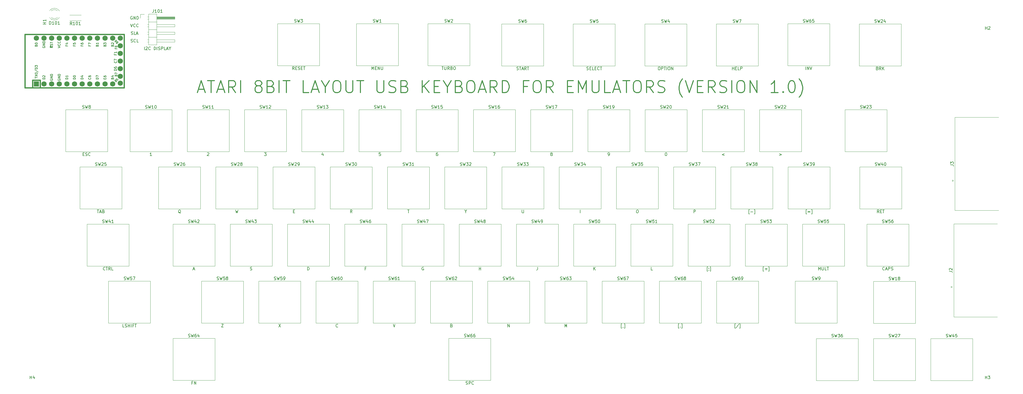
<source format=gbr>
G04 #@! TF.GenerationSoftware,KiCad,Pcbnew,6.0.7-f9a2dced07~116~ubuntu22.04.1*
G04 #@! TF.CreationDate,2022-08-13T16:20:41-04:00*
G04 #@! TF.ProjectId,atari-keyboard,61746172-692d-46b6-9579-626f6172642e,rev?*
G04 #@! TF.SameCoordinates,Original*
G04 #@! TF.FileFunction,Legend,Top*
G04 #@! TF.FilePolarity,Positive*
%FSLAX46Y46*%
G04 Gerber Fmt 4.6, Leading zero omitted, Abs format (unit mm)*
G04 Created by KiCad (PCBNEW 6.0.7-f9a2dced07~116~ubuntu22.04.1) date 2022-08-13 16:20:41*
%MOMM*%
%LPD*%
G01*
G04 APERTURE LIST*
%ADD10C,0.300000*%
%ADD11C,0.150000*%
%ADD12C,0.120000*%
%ADD13C,0.381000*%
%ADD14R,1.752600X1.752600*%
%ADD15C,1.752600*%
G04 APERTURE END LIST*
D10*
X120313333Y-206608906D02*
X122218095Y-206608906D01*
X119932380Y-207751763D02*
X121265714Y-203751763D01*
X122599047Y-207751763D01*
X123360952Y-203751763D02*
X125646666Y-203751763D01*
X124503809Y-207751763D02*
X124503809Y-203751763D01*
X126789523Y-206608906D02*
X128694285Y-206608906D01*
X126408571Y-207751763D02*
X127741904Y-203751763D01*
X129075238Y-207751763D01*
X132694285Y-207751763D02*
X131360952Y-205847001D01*
X130408571Y-207751763D02*
X130408571Y-203751763D01*
X131932380Y-203751763D01*
X132313333Y-203942240D01*
X132503809Y-204132716D01*
X132694285Y-204513668D01*
X132694285Y-205085097D01*
X132503809Y-205466049D01*
X132313333Y-205656525D01*
X131932380Y-205847001D01*
X130408571Y-205847001D01*
X134408571Y-207751763D02*
X134408571Y-203751763D01*
X139932380Y-205466049D02*
X139551428Y-205275573D01*
X139360952Y-205085097D01*
X139170476Y-204704144D01*
X139170476Y-204513668D01*
X139360952Y-204132716D01*
X139551428Y-203942240D01*
X139932380Y-203751763D01*
X140694285Y-203751763D01*
X141075238Y-203942240D01*
X141265714Y-204132716D01*
X141456190Y-204513668D01*
X141456190Y-204704144D01*
X141265714Y-205085097D01*
X141075238Y-205275573D01*
X140694285Y-205466049D01*
X139932380Y-205466049D01*
X139551428Y-205656525D01*
X139360952Y-205847001D01*
X139170476Y-206227954D01*
X139170476Y-206989859D01*
X139360952Y-207370811D01*
X139551428Y-207561287D01*
X139932380Y-207751763D01*
X140694285Y-207751763D01*
X141075238Y-207561287D01*
X141265714Y-207370811D01*
X141456190Y-206989859D01*
X141456190Y-206227954D01*
X141265714Y-205847001D01*
X141075238Y-205656525D01*
X140694285Y-205466049D01*
X144503809Y-205656525D02*
X145075238Y-205847001D01*
X145265714Y-206037478D01*
X145456190Y-206418430D01*
X145456190Y-206989859D01*
X145265714Y-207370811D01*
X145075238Y-207561287D01*
X144694285Y-207751763D01*
X143170476Y-207751763D01*
X143170476Y-203751763D01*
X144503809Y-203751763D01*
X144884761Y-203942240D01*
X145075238Y-204132716D01*
X145265714Y-204513668D01*
X145265714Y-204894620D01*
X145075238Y-205275573D01*
X144884761Y-205466049D01*
X144503809Y-205656525D01*
X143170476Y-205656525D01*
X147170476Y-207751763D02*
X147170476Y-203751763D01*
X148503809Y-203751763D02*
X150789523Y-203751763D01*
X149646666Y-207751763D02*
X149646666Y-203751763D01*
X157075238Y-207751763D02*
X155170476Y-207751763D01*
X155170476Y-203751763D01*
X158218095Y-206608906D02*
X160122857Y-206608906D01*
X157837142Y-207751763D02*
X159170476Y-203751763D01*
X160503809Y-207751763D01*
X162599047Y-205847001D02*
X162599047Y-207751763D01*
X161265714Y-203751763D02*
X162599047Y-205847001D01*
X163932380Y-203751763D01*
X166027619Y-203751763D02*
X166789523Y-203751763D01*
X167170476Y-203942240D01*
X167551428Y-204323192D01*
X167741904Y-205085097D01*
X167741904Y-206418430D01*
X167551428Y-207180335D01*
X167170476Y-207561287D01*
X166789523Y-207751763D01*
X166027619Y-207751763D01*
X165646666Y-207561287D01*
X165265714Y-207180335D01*
X165075238Y-206418430D01*
X165075238Y-205085097D01*
X165265714Y-204323192D01*
X165646666Y-203942240D01*
X166027619Y-203751763D01*
X169456190Y-203751763D02*
X169456190Y-206989859D01*
X169646666Y-207370811D01*
X169837142Y-207561287D01*
X170218095Y-207751763D01*
X170980000Y-207751763D01*
X171360952Y-207561287D01*
X171551428Y-207370811D01*
X171741904Y-206989859D01*
X171741904Y-203751763D01*
X173075238Y-203751763D02*
X175360952Y-203751763D01*
X174218095Y-207751763D02*
X174218095Y-203751763D01*
X179741904Y-203751763D02*
X179741904Y-206989859D01*
X179932380Y-207370811D01*
X180122857Y-207561287D01*
X180503809Y-207751763D01*
X181265714Y-207751763D01*
X181646666Y-207561287D01*
X181837142Y-207370811D01*
X182027619Y-206989859D01*
X182027619Y-203751763D01*
X183741904Y-207561287D02*
X184313333Y-207751763D01*
X185265714Y-207751763D01*
X185646666Y-207561287D01*
X185837142Y-207370811D01*
X186027619Y-206989859D01*
X186027619Y-206608906D01*
X185837142Y-206227954D01*
X185646666Y-206037478D01*
X185265714Y-205847001D01*
X184503809Y-205656525D01*
X184122857Y-205466049D01*
X183932380Y-205275573D01*
X183741904Y-204894620D01*
X183741904Y-204513668D01*
X183932380Y-204132716D01*
X184122857Y-203942240D01*
X184503809Y-203751763D01*
X185456190Y-203751763D01*
X186027619Y-203942240D01*
X189075238Y-205656525D02*
X189646666Y-205847001D01*
X189837142Y-206037478D01*
X190027619Y-206418430D01*
X190027619Y-206989859D01*
X189837142Y-207370811D01*
X189646666Y-207561287D01*
X189265714Y-207751763D01*
X187741904Y-207751763D01*
X187741904Y-203751763D01*
X189075238Y-203751763D01*
X189456190Y-203942240D01*
X189646666Y-204132716D01*
X189837142Y-204513668D01*
X189837142Y-204894620D01*
X189646666Y-205275573D01*
X189456190Y-205466049D01*
X189075238Y-205656525D01*
X187741904Y-205656525D01*
X194789523Y-207751763D02*
X194789523Y-203751763D01*
X197075238Y-207751763D02*
X195360952Y-205466049D01*
X197075238Y-203751763D02*
X194789523Y-206037478D01*
X198789523Y-205656525D02*
X200122857Y-205656525D01*
X200694285Y-207751763D02*
X198789523Y-207751763D01*
X198789523Y-203751763D01*
X200694285Y-203751763D01*
X203170476Y-205847001D02*
X203170476Y-207751763D01*
X201837142Y-203751763D02*
X203170476Y-205847001D01*
X204503809Y-203751763D01*
X207170476Y-205656525D02*
X207741904Y-205847001D01*
X207932380Y-206037478D01*
X208122857Y-206418430D01*
X208122857Y-206989859D01*
X207932380Y-207370811D01*
X207741904Y-207561287D01*
X207360952Y-207751763D01*
X205837142Y-207751763D01*
X205837142Y-203751763D01*
X207170476Y-203751763D01*
X207551428Y-203942240D01*
X207741904Y-204132716D01*
X207932380Y-204513668D01*
X207932380Y-204894620D01*
X207741904Y-205275573D01*
X207551428Y-205466049D01*
X207170476Y-205656525D01*
X205837142Y-205656525D01*
X210599047Y-203751763D02*
X211360952Y-203751763D01*
X211741904Y-203942240D01*
X212122857Y-204323192D01*
X212313333Y-205085097D01*
X212313333Y-206418430D01*
X212122857Y-207180335D01*
X211741904Y-207561287D01*
X211360952Y-207751763D01*
X210599047Y-207751763D01*
X210218095Y-207561287D01*
X209837142Y-207180335D01*
X209646666Y-206418430D01*
X209646666Y-205085097D01*
X209837142Y-204323192D01*
X210218095Y-203942240D01*
X210599047Y-203751763D01*
X213837142Y-206608906D02*
X215741904Y-206608906D01*
X213456190Y-207751763D02*
X214789523Y-203751763D01*
X216122857Y-207751763D01*
X219741904Y-207751763D02*
X218408571Y-205847001D01*
X217456190Y-207751763D02*
X217456190Y-203751763D01*
X218980000Y-203751763D01*
X219360952Y-203942240D01*
X219551428Y-204132716D01*
X219741904Y-204513668D01*
X219741904Y-205085097D01*
X219551428Y-205466049D01*
X219360952Y-205656525D01*
X218980000Y-205847001D01*
X217456190Y-205847001D01*
X221456190Y-207751763D02*
X221456190Y-203751763D01*
X222408571Y-203751763D01*
X222980000Y-203942240D01*
X223360952Y-204323192D01*
X223551428Y-204704144D01*
X223741904Y-205466049D01*
X223741904Y-206037478D01*
X223551428Y-206799382D01*
X223360952Y-207180335D01*
X222980000Y-207561287D01*
X222408571Y-207751763D01*
X221456190Y-207751763D01*
X229837142Y-205656525D02*
X228503809Y-205656525D01*
X228503809Y-207751763D02*
X228503809Y-203751763D01*
X230408571Y-203751763D01*
X232694285Y-203751763D02*
X233456190Y-203751763D01*
X233837142Y-203942240D01*
X234218095Y-204323192D01*
X234408571Y-205085097D01*
X234408571Y-206418430D01*
X234218095Y-207180335D01*
X233837142Y-207561287D01*
X233456190Y-207751763D01*
X232694285Y-207751763D01*
X232313333Y-207561287D01*
X231932380Y-207180335D01*
X231741904Y-206418430D01*
X231741904Y-205085097D01*
X231932380Y-204323192D01*
X232313333Y-203942240D01*
X232694285Y-203751763D01*
X238408571Y-207751763D02*
X237075238Y-205847001D01*
X236122857Y-207751763D02*
X236122857Y-203751763D01*
X237646666Y-203751763D01*
X238027619Y-203942240D01*
X238218095Y-204132716D01*
X238408571Y-204513668D01*
X238408571Y-205085097D01*
X238218095Y-205466049D01*
X238027619Y-205656525D01*
X237646666Y-205847001D01*
X236122857Y-205847001D01*
X243170476Y-205656525D02*
X244503809Y-205656525D01*
X245075238Y-207751763D02*
X243170476Y-207751763D01*
X243170476Y-203751763D01*
X245075238Y-203751763D01*
X246789523Y-207751763D02*
X246789523Y-203751763D01*
X248122857Y-206608906D01*
X249456190Y-203751763D01*
X249456190Y-207751763D01*
X251360952Y-203751763D02*
X251360952Y-206989859D01*
X251551428Y-207370811D01*
X251741904Y-207561287D01*
X252122857Y-207751763D01*
X252884761Y-207751763D01*
X253265714Y-207561287D01*
X253456190Y-207370811D01*
X253646666Y-206989859D01*
X253646666Y-203751763D01*
X257456190Y-207751763D02*
X255551428Y-207751763D01*
X255551428Y-203751763D01*
X258599047Y-206608906D02*
X260503809Y-206608906D01*
X258218095Y-207751763D02*
X259551428Y-203751763D01*
X260884761Y-207751763D01*
X261646666Y-203751763D02*
X263932380Y-203751763D01*
X262789523Y-207751763D02*
X262789523Y-203751763D01*
X266027619Y-203751763D02*
X266789523Y-203751763D01*
X267170476Y-203942240D01*
X267551428Y-204323192D01*
X267741904Y-205085097D01*
X267741904Y-206418430D01*
X267551428Y-207180335D01*
X267170476Y-207561287D01*
X266789523Y-207751763D01*
X266027619Y-207751763D01*
X265646666Y-207561287D01*
X265265714Y-207180335D01*
X265075238Y-206418430D01*
X265075238Y-205085097D01*
X265265714Y-204323192D01*
X265646666Y-203942240D01*
X266027619Y-203751763D01*
X271741904Y-207751763D02*
X270408571Y-205847001D01*
X269456190Y-207751763D02*
X269456190Y-203751763D01*
X270980000Y-203751763D01*
X271360952Y-203942240D01*
X271551428Y-204132716D01*
X271741904Y-204513668D01*
X271741904Y-205085097D01*
X271551428Y-205466049D01*
X271360952Y-205656525D01*
X270980000Y-205847001D01*
X269456190Y-205847001D01*
X273265714Y-207561287D02*
X273837142Y-207751763D01*
X274789523Y-207751763D01*
X275170476Y-207561287D01*
X275360952Y-207370811D01*
X275551428Y-206989859D01*
X275551428Y-206608906D01*
X275360952Y-206227954D01*
X275170476Y-206037478D01*
X274789523Y-205847001D01*
X274027619Y-205656525D01*
X273646666Y-205466049D01*
X273456190Y-205275573D01*
X273265714Y-204894620D01*
X273265714Y-204513668D01*
X273456190Y-204132716D01*
X273646666Y-203942240D01*
X274027619Y-203751763D01*
X274980000Y-203751763D01*
X275551428Y-203942240D01*
X281456190Y-209275573D02*
X281265714Y-209085097D01*
X280884761Y-208513668D01*
X280694285Y-208132716D01*
X280503809Y-207561287D01*
X280313333Y-206608906D01*
X280313333Y-205847001D01*
X280503809Y-204894620D01*
X280694285Y-204323192D01*
X280884761Y-203942240D01*
X281265714Y-203370811D01*
X281456190Y-203180335D01*
X282408571Y-203751763D02*
X283741904Y-207751763D01*
X285075238Y-203751763D01*
X286408571Y-205656525D02*
X287741904Y-205656525D01*
X288313333Y-207751763D02*
X286408571Y-207751763D01*
X286408571Y-203751763D01*
X288313333Y-203751763D01*
X292313333Y-207751763D02*
X290980000Y-205847001D01*
X290027619Y-207751763D02*
X290027619Y-203751763D01*
X291551428Y-203751763D01*
X291932380Y-203942240D01*
X292122857Y-204132716D01*
X292313333Y-204513668D01*
X292313333Y-205085097D01*
X292122857Y-205466049D01*
X291932380Y-205656525D01*
X291551428Y-205847001D01*
X290027619Y-205847001D01*
X293837142Y-207561287D02*
X294408571Y-207751763D01*
X295360952Y-207751763D01*
X295741904Y-207561287D01*
X295932380Y-207370811D01*
X296122857Y-206989859D01*
X296122857Y-206608906D01*
X295932380Y-206227954D01*
X295741904Y-206037478D01*
X295360952Y-205847001D01*
X294599047Y-205656525D01*
X294218095Y-205466049D01*
X294027619Y-205275573D01*
X293837142Y-204894620D01*
X293837142Y-204513668D01*
X294027619Y-204132716D01*
X294218095Y-203942240D01*
X294599047Y-203751763D01*
X295551428Y-203751763D01*
X296122857Y-203942240D01*
X297837142Y-207751763D02*
X297837142Y-203751763D01*
X300503809Y-203751763D02*
X301265714Y-203751763D01*
X301646666Y-203942240D01*
X302027619Y-204323192D01*
X302218095Y-205085097D01*
X302218095Y-206418430D01*
X302027619Y-207180335D01*
X301646666Y-207561287D01*
X301265714Y-207751763D01*
X300503809Y-207751763D01*
X300122857Y-207561287D01*
X299741904Y-207180335D01*
X299551428Y-206418430D01*
X299551428Y-205085097D01*
X299741904Y-204323192D01*
X300122857Y-203942240D01*
X300503809Y-203751763D01*
X303932380Y-207751763D02*
X303932380Y-203751763D01*
X306218095Y-207751763D01*
X306218095Y-203751763D01*
X313265714Y-207751763D02*
X310980000Y-207751763D01*
X312122857Y-207751763D02*
X312122857Y-203751763D01*
X311741904Y-204323192D01*
X311360952Y-204704144D01*
X310980000Y-204894620D01*
X314980000Y-207370811D02*
X315170476Y-207561287D01*
X314980000Y-207751763D01*
X314789523Y-207561287D01*
X314980000Y-207370811D01*
X314980000Y-207751763D01*
X317646666Y-203751763D02*
X318027619Y-203751763D01*
X318408571Y-203942240D01*
X318599047Y-204132716D01*
X318789523Y-204513668D01*
X318980000Y-205275573D01*
X318980000Y-206227954D01*
X318789523Y-206989859D01*
X318599047Y-207370811D01*
X318408571Y-207561287D01*
X318027619Y-207751763D01*
X317646666Y-207751763D01*
X317265714Y-207561287D01*
X317075238Y-207370811D01*
X316884761Y-206989859D01*
X316694285Y-206227954D01*
X316694285Y-205275573D01*
X316884761Y-204513668D01*
X317075238Y-204132716D01*
X317265714Y-203942240D01*
X317646666Y-203751763D01*
X320313333Y-209275573D02*
X320503809Y-209085097D01*
X320884761Y-208513668D01*
X321075238Y-208132716D01*
X321265714Y-207561287D01*
X321456190Y-206608906D01*
X321456190Y-205847001D01*
X321265714Y-204894620D01*
X321075238Y-204323192D01*
X320884761Y-203942240D01*
X320503809Y-203370811D01*
X320313333Y-203180335D01*
D11*
X105404285Y-180067380D02*
X105404285Y-180781666D01*
X105356666Y-180924523D01*
X105261428Y-181019761D01*
X105118571Y-181067380D01*
X105023333Y-181067380D01*
X106404285Y-181067380D02*
X105832857Y-181067380D01*
X106118571Y-181067380D02*
X106118571Y-180067380D01*
X106023333Y-180210238D01*
X105928095Y-180305476D01*
X105832857Y-180353095D01*
X107023333Y-180067380D02*
X107118571Y-180067380D01*
X107213809Y-180115000D01*
X107261428Y-180162619D01*
X107309047Y-180257857D01*
X107356666Y-180448333D01*
X107356666Y-180686428D01*
X107309047Y-180876904D01*
X107261428Y-180972142D01*
X107213809Y-181019761D01*
X107118571Y-181067380D01*
X107023333Y-181067380D01*
X106928095Y-181019761D01*
X106880476Y-180972142D01*
X106832857Y-180876904D01*
X106785238Y-180686428D01*
X106785238Y-180448333D01*
X106832857Y-180257857D01*
X106880476Y-180162619D01*
X106928095Y-180115000D01*
X107023333Y-180067380D01*
X108309047Y-181067380D02*
X107737619Y-181067380D01*
X108023333Y-181067380D02*
X108023333Y-180067380D01*
X107928095Y-180210238D01*
X107832857Y-180305476D01*
X107737619Y-180353095D01*
X102356666Y-193492380D02*
X102356666Y-192492380D01*
X102785238Y-192587619D02*
X102832857Y-192540000D01*
X102928095Y-192492380D01*
X103166190Y-192492380D01*
X103261428Y-192540000D01*
X103309047Y-192587619D01*
X103356666Y-192682857D01*
X103356666Y-192778095D01*
X103309047Y-192920952D01*
X102737619Y-193492380D01*
X103356666Y-193492380D01*
X104356666Y-193397142D02*
X104309047Y-193444761D01*
X104166190Y-193492380D01*
X104070952Y-193492380D01*
X103928095Y-193444761D01*
X103832857Y-193349523D01*
X103785238Y-193254285D01*
X103737619Y-193063809D01*
X103737619Y-192920952D01*
X103785238Y-192730476D01*
X103832857Y-192635238D01*
X103928095Y-192540000D01*
X104070952Y-192492380D01*
X104166190Y-192492380D01*
X104309047Y-192540000D01*
X104356666Y-192587619D01*
X105547142Y-193492380D02*
X105547142Y-192492380D01*
X105785238Y-192492380D01*
X105928095Y-192540000D01*
X106023333Y-192635238D01*
X106070952Y-192730476D01*
X106118571Y-192920952D01*
X106118571Y-193063809D01*
X106070952Y-193254285D01*
X106023333Y-193349523D01*
X105928095Y-193444761D01*
X105785238Y-193492380D01*
X105547142Y-193492380D01*
X106547142Y-193492380D02*
X106547142Y-192492380D01*
X106975714Y-193444761D02*
X107118571Y-193492380D01*
X107356666Y-193492380D01*
X107451904Y-193444761D01*
X107499523Y-193397142D01*
X107547142Y-193301904D01*
X107547142Y-193206666D01*
X107499523Y-193111428D01*
X107451904Y-193063809D01*
X107356666Y-193016190D01*
X107166190Y-192968571D01*
X107070952Y-192920952D01*
X107023333Y-192873333D01*
X106975714Y-192778095D01*
X106975714Y-192682857D01*
X107023333Y-192587619D01*
X107070952Y-192540000D01*
X107166190Y-192492380D01*
X107404285Y-192492380D01*
X107547142Y-192540000D01*
X107975714Y-193492380D02*
X107975714Y-192492380D01*
X108356666Y-192492380D01*
X108451904Y-192540000D01*
X108499523Y-192587619D01*
X108547142Y-192682857D01*
X108547142Y-192825714D01*
X108499523Y-192920952D01*
X108451904Y-192968571D01*
X108356666Y-193016190D01*
X107975714Y-193016190D01*
X109451904Y-193492380D02*
X108975714Y-193492380D01*
X108975714Y-192492380D01*
X109737619Y-193206666D02*
X110213809Y-193206666D01*
X109642380Y-193492380D02*
X109975714Y-192492380D01*
X110309047Y-193492380D01*
X110832857Y-193016190D02*
X110832857Y-193492380D01*
X110499523Y-192492380D02*
X110832857Y-193016190D01*
X111166190Y-192492380D01*
X98298095Y-182380000D02*
X98202857Y-182332380D01*
X98060000Y-182332380D01*
X97917142Y-182380000D01*
X97821904Y-182475238D01*
X97774285Y-182570476D01*
X97726666Y-182760952D01*
X97726666Y-182903809D01*
X97774285Y-183094285D01*
X97821904Y-183189523D01*
X97917142Y-183284761D01*
X98060000Y-183332380D01*
X98155238Y-183332380D01*
X98298095Y-183284761D01*
X98345714Y-183237142D01*
X98345714Y-182903809D01*
X98155238Y-182903809D01*
X98774285Y-183332380D02*
X98774285Y-182332380D01*
X99345714Y-183332380D01*
X99345714Y-182332380D01*
X99821904Y-183332380D02*
X99821904Y-182332380D01*
X100060000Y-182332380D01*
X100202857Y-182380000D01*
X100298095Y-182475238D01*
X100345714Y-182570476D01*
X100393333Y-182760952D01*
X100393333Y-182903809D01*
X100345714Y-183094285D01*
X100298095Y-183189523D01*
X100202857Y-183284761D01*
X100060000Y-183332380D01*
X99821904Y-183332380D01*
X97726666Y-184872380D02*
X98060000Y-185872380D01*
X98393333Y-184872380D01*
X99298095Y-185777142D02*
X99250476Y-185824761D01*
X99107619Y-185872380D01*
X99012380Y-185872380D01*
X98869523Y-185824761D01*
X98774285Y-185729523D01*
X98726666Y-185634285D01*
X98679047Y-185443809D01*
X98679047Y-185300952D01*
X98726666Y-185110476D01*
X98774285Y-185015238D01*
X98869523Y-184920000D01*
X99012380Y-184872380D01*
X99107619Y-184872380D01*
X99250476Y-184920000D01*
X99298095Y-184967619D01*
X100298095Y-185777142D02*
X100250476Y-185824761D01*
X100107619Y-185872380D01*
X100012380Y-185872380D01*
X99869523Y-185824761D01*
X99774285Y-185729523D01*
X99726666Y-185634285D01*
X99679047Y-185443809D01*
X99679047Y-185300952D01*
X99726666Y-185110476D01*
X99774285Y-185015238D01*
X99869523Y-184920000D01*
X100012380Y-184872380D01*
X100107619Y-184872380D01*
X100250476Y-184920000D01*
X100298095Y-184967619D01*
X97940952Y-188364761D02*
X98083809Y-188412380D01*
X98321904Y-188412380D01*
X98417142Y-188364761D01*
X98464761Y-188317142D01*
X98512380Y-188221904D01*
X98512380Y-188126666D01*
X98464761Y-188031428D01*
X98417142Y-187983809D01*
X98321904Y-187936190D01*
X98131428Y-187888571D01*
X98036190Y-187840952D01*
X97988571Y-187793333D01*
X97940952Y-187698095D01*
X97940952Y-187602857D01*
X97988571Y-187507619D01*
X98036190Y-187460000D01*
X98131428Y-187412380D01*
X98369523Y-187412380D01*
X98512380Y-187460000D01*
X99417142Y-188412380D02*
X98940952Y-188412380D01*
X98940952Y-187412380D01*
X99702857Y-188126666D02*
X100179047Y-188126666D01*
X99607619Y-188412380D02*
X99940952Y-187412380D01*
X100274285Y-188412380D01*
X97869523Y-190904761D02*
X98012380Y-190952380D01*
X98250476Y-190952380D01*
X98345714Y-190904761D01*
X98393333Y-190857142D01*
X98440952Y-190761904D01*
X98440952Y-190666666D01*
X98393333Y-190571428D01*
X98345714Y-190523809D01*
X98250476Y-190476190D01*
X98060000Y-190428571D01*
X97964761Y-190380952D01*
X97917142Y-190333333D01*
X97869523Y-190238095D01*
X97869523Y-190142857D01*
X97917142Y-190047619D01*
X97964761Y-190000000D01*
X98060000Y-189952380D01*
X98298095Y-189952380D01*
X98440952Y-190000000D01*
X99440952Y-190857142D02*
X99393333Y-190904761D01*
X99250476Y-190952380D01*
X99155238Y-190952380D01*
X99012380Y-190904761D01*
X98917142Y-190809523D01*
X98869523Y-190714285D01*
X98821904Y-190523809D01*
X98821904Y-190380952D01*
X98869523Y-190190476D01*
X98917142Y-190095238D01*
X99012380Y-190000000D01*
X99155238Y-189952380D01*
X99250476Y-189952380D01*
X99393333Y-190000000D01*
X99440952Y-190047619D01*
X100345714Y-190952380D02*
X99869523Y-190952380D01*
X99869523Y-189952380D01*
X255094276Y-212935761D02*
X255237133Y-212983380D01*
X255475228Y-212983380D01*
X255570466Y-212935761D01*
X255618085Y-212888142D01*
X255665704Y-212792904D01*
X255665704Y-212697666D01*
X255618085Y-212602428D01*
X255570466Y-212554809D01*
X255475228Y-212507190D01*
X255284752Y-212459571D01*
X255189514Y-212411952D01*
X255141895Y-212364333D01*
X255094276Y-212269095D01*
X255094276Y-212173857D01*
X255141895Y-212078619D01*
X255189514Y-212031000D01*
X255284752Y-211983380D01*
X255522847Y-211983380D01*
X255665704Y-212031000D01*
X255999038Y-211983380D02*
X256237133Y-212983380D01*
X256427609Y-212269095D01*
X256618085Y-212983380D01*
X256856180Y-211983380D01*
X257760942Y-212983380D02*
X257189514Y-212983380D01*
X257475228Y-212983380D02*
X257475228Y-211983380D01*
X257379990Y-212126238D01*
X257284752Y-212221476D01*
X257189514Y-212269095D01*
X258237133Y-212983380D02*
X258427609Y-212983380D01*
X258522847Y-212935761D01*
X258570466Y-212888142D01*
X258665704Y-212745285D01*
X258713323Y-212554809D01*
X258713323Y-212173857D01*
X258665704Y-212078619D01*
X258618085Y-212031000D01*
X258522847Y-211983380D01*
X258332371Y-211983380D01*
X258237133Y-212031000D01*
X258189514Y-212078619D01*
X258141895Y-212173857D01*
X258141895Y-212411952D01*
X258189514Y-212507190D01*
X258237133Y-212554809D01*
X258332371Y-212602428D01*
X258522847Y-212602428D01*
X258618085Y-212554809D01*
X258665704Y-212507190D01*
X258713323Y-212411952D01*
X256713323Y-228731380D02*
X256903800Y-228731380D01*
X256999038Y-228683761D01*
X257046657Y-228636142D01*
X257141895Y-228493285D01*
X257189514Y-228302809D01*
X257189514Y-227921857D01*
X257141895Y-227826619D01*
X257094276Y-227779000D01*
X256999038Y-227731380D01*
X256808561Y-227731380D01*
X256713323Y-227779000D01*
X256665704Y-227826619D01*
X256618085Y-227921857D01*
X256618085Y-228159952D01*
X256665704Y-228255190D01*
X256713323Y-228302809D01*
X256808561Y-228350428D01*
X256999038Y-228350428D01*
X257094276Y-228302809D01*
X257141895Y-228255190D01*
X257189514Y-228159952D01*
X131269276Y-231985761D02*
X131412133Y-232033380D01*
X131650228Y-232033380D01*
X131745466Y-231985761D01*
X131793085Y-231938142D01*
X131840704Y-231842904D01*
X131840704Y-231747666D01*
X131793085Y-231652428D01*
X131745466Y-231604809D01*
X131650228Y-231557190D01*
X131459752Y-231509571D01*
X131364514Y-231461952D01*
X131316895Y-231414333D01*
X131269276Y-231319095D01*
X131269276Y-231223857D01*
X131316895Y-231128619D01*
X131364514Y-231081000D01*
X131459752Y-231033380D01*
X131697847Y-231033380D01*
X131840704Y-231081000D01*
X132174038Y-231033380D02*
X132412133Y-232033380D01*
X132602609Y-231319095D01*
X132793085Y-232033380D01*
X133031180Y-231033380D01*
X133364514Y-231128619D02*
X133412133Y-231081000D01*
X133507371Y-231033380D01*
X133745466Y-231033380D01*
X133840704Y-231081000D01*
X133888323Y-231128619D01*
X133935942Y-231223857D01*
X133935942Y-231319095D01*
X133888323Y-231461952D01*
X133316895Y-232033380D01*
X133935942Y-232033380D01*
X134507371Y-231461952D02*
X134412133Y-231414333D01*
X134364514Y-231366714D01*
X134316895Y-231271476D01*
X134316895Y-231223857D01*
X134364514Y-231128619D01*
X134412133Y-231081000D01*
X134507371Y-231033380D01*
X134697847Y-231033380D01*
X134793085Y-231081000D01*
X134840704Y-231128619D01*
X134888323Y-231223857D01*
X134888323Y-231271476D01*
X134840704Y-231366714D01*
X134793085Y-231414333D01*
X134697847Y-231461952D01*
X134507371Y-231461952D01*
X134412133Y-231509571D01*
X134364514Y-231557190D01*
X134316895Y-231652428D01*
X134316895Y-231842904D01*
X134364514Y-231938142D01*
X134412133Y-231985761D01*
X134507371Y-232033380D01*
X134697847Y-232033380D01*
X134793085Y-231985761D01*
X134840704Y-231938142D01*
X134888323Y-231842904D01*
X134888323Y-231652428D01*
X134840704Y-231557190D01*
X134793085Y-231509571D01*
X134697847Y-231461952D01*
X132650228Y-246781380D02*
X132888323Y-247781380D01*
X133078800Y-247067095D01*
X133269276Y-247781380D01*
X133507371Y-246781380D01*
X283669276Y-231985761D02*
X283812133Y-232033380D01*
X284050228Y-232033380D01*
X284145466Y-231985761D01*
X284193085Y-231938142D01*
X284240704Y-231842904D01*
X284240704Y-231747666D01*
X284193085Y-231652428D01*
X284145466Y-231604809D01*
X284050228Y-231557190D01*
X283859752Y-231509571D01*
X283764514Y-231461952D01*
X283716895Y-231414333D01*
X283669276Y-231319095D01*
X283669276Y-231223857D01*
X283716895Y-231128619D01*
X283764514Y-231081000D01*
X283859752Y-231033380D01*
X284097847Y-231033380D01*
X284240704Y-231081000D01*
X284574038Y-231033380D02*
X284812133Y-232033380D01*
X285002609Y-231319095D01*
X285193085Y-232033380D01*
X285431180Y-231033380D01*
X285716895Y-231033380D02*
X286335942Y-231033380D01*
X286002609Y-231414333D01*
X286145466Y-231414333D01*
X286240704Y-231461952D01*
X286288323Y-231509571D01*
X286335942Y-231604809D01*
X286335942Y-231842904D01*
X286288323Y-231938142D01*
X286240704Y-231985761D01*
X286145466Y-232033380D01*
X285859752Y-232033380D01*
X285764514Y-231985761D01*
X285716895Y-231938142D01*
X286669276Y-231033380D02*
X287335942Y-231033380D01*
X286907371Y-232033380D01*
X285216895Y-247781380D02*
X285216895Y-246781380D01*
X285597847Y-246781380D01*
X285693085Y-246829000D01*
X285740704Y-246876619D01*
X285788323Y-246971857D01*
X285788323Y-247114714D01*
X285740704Y-247209952D01*
X285693085Y-247257571D01*
X285597847Y-247305190D01*
X285216895Y-247305190D01*
X174131776Y-251010761D02*
X174274633Y-251058380D01*
X174512728Y-251058380D01*
X174607966Y-251010761D01*
X174655585Y-250963142D01*
X174703204Y-250867904D01*
X174703204Y-250772666D01*
X174655585Y-250677428D01*
X174607966Y-250629809D01*
X174512728Y-250582190D01*
X174322252Y-250534571D01*
X174227014Y-250486952D01*
X174179395Y-250439333D01*
X174131776Y-250344095D01*
X174131776Y-250248857D01*
X174179395Y-250153619D01*
X174227014Y-250106000D01*
X174322252Y-250058380D01*
X174560347Y-250058380D01*
X174703204Y-250106000D01*
X175036538Y-250058380D02*
X175274633Y-251058380D01*
X175465109Y-250344095D01*
X175655585Y-251058380D01*
X175893680Y-250058380D01*
X176703204Y-250391714D02*
X176703204Y-251058380D01*
X176465109Y-250010761D02*
X176227014Y-250725047D01*
X176846061Y-250725047D01*
X177655585Y-250058380D02*
X177465109Y-250058380D01*
X177369871Y-250106000D01*
X177322252Y-250153619D01*
X177227014Y-250296476D01*
X177179395Y-250486952D01*
X177179395Y-250867904D01*
X177227014Y-250963142D01*
X177274633Y-251010761D01*
X177369871Y-251058380D01*
X177560347Y-251058380D01*
X177655585Y-251010761D01*
X177703204Y-250963142D01*
X177750823Y-250867904D01*
X177750823Y-250629809D01*
X177703204Y-250534571D01*
X177655585Y-250486952D01*
X177560347Y-250439333D01*
X177369871Y-250439333D01*
X177274633Y-250486952D01*
X177227014Y-250534571D01*
X177179395Y-250629809D01*
X176084157Y-266282571D02*
X175750823Y-266282571D01*
X175750823Y-266806380D02*
X175750823Y-265806380D01*
X176227014Y-265806380D01*
X326531776Y-251010761D02*
X326674633Y-251058380D01*
X326912728Y-251058380D01*
X327007966Y-251010761D01*
X327055585Y-250963142D01*
X327103204Y-250867904D01*
X327103204Y-250772666D01*
X327055585Y-250677428D01*
X327007966Y-250629809D01*
X326912728Y-250582190D01*
X326722252Y-250534571D01*
X326627014Y-250486952D01*
X326579395Y-250439333D01*
X326531776Y-250344095D01*
X326531776Y-250248857D01*
X326579395Y-250153619D01*
X326627014Y-250106000D01*
X326722252Y-250058380D01*
X326960347Y-250058380D01*
X327103204Y-250106000D01*
X327436538Y-250058380D02*
X327674633Y-251058380D01*
X327865109Y-250344095D01*
X328055585Y-251058380D01*
X328293680Y-250058380D01*
X329150823Y-250058380D02*
X328674633Y-250058380D01*
X328627014Y-250534571D01*
X328674633Y-250486952D01*
X328769871Y-250439333D01*
X329007966Y-250439333D01*
X329103204Y-250486952D01*
X329150823Y-250534571D01*
X329198442Y-250629809D01*
X329198442Y-250867904D01*
X329150823Y-250963142D01*
X329103204Y-251010761D01*
X329007966Y-251058380D01*
X328769871Y-251058380D01*
X328674633Y-251010761D01*
X328627014Y-250963142D01*
X330103204Y-250058380D02*
X329627014Y-250058380D01*
X329579395Y-250534571D01*
X329627014Y-250486952D01*
X329722252Y-250439333D01*
X329960347Y-250439333D01*
X330055585Y-250486952D01*
X330103204Y-250534571D01*
X330150823Y-250629809D01*
X330150823Y-250867904D01*
X330103204Y-250963142D01*
X330055585Y-251010761D01*
X329960347Y-251058380D01*
X329722252Y-251058380D01*
X329627014Y-251010761D01*
X329579395Y-250963142D01*
X326698442Y-266806380D02*
X326698442Y-265806380D01*
X327031776Y-266520666D01*
X327365109Y-265806380D01*
X327365109Y-266806380D01*
X327841300Y-265806380D02*
X327841300Y-266615904D01*
X327888919Y-266711142D01*
X327936538Y-266758761D01*
X328031776Y-266806380D01*
X328222252Y-266806380D01*
X328317490Y-266758761D01*
X328365109Y-266711142D01*
X328412728Y-266615904D01*
X328412728Y-265806380D01*
X329365109Y-266806380D02*
X328888919Y-266806380D01*
X328888919Y-265806380D01*
X329555585Y-265806380D02*
X330127014Y-265806380D01*
X329841300Y-266806380D02*
X329841300Y-265806380D01*
X221756776Y-270010761D02*
X221899633Y-270058380D01*
X222137728Y-270058380D01*
X222232966Y-270010761D01*
X222280585Y-269963142D01*
X222328204Y-269867904D01*
X222328204Y-269772666D01*
X222280585Y-269677428D01*
X222232966Y-269629809D01*
X222137728Y-269582190D01*
X221947252Y-269534571D01*
X221852014Y-269486952D01*
X221804395Y-269439333D01*
X221756776Y-269344095D01*
X221756776Y-269248857D01*
X221804395Y-269153619D01*
X221852014Y-269106000D01*
X221947252Y-269058380D01*
X222185347Y-269058380D01*
X222328204Y-269106000D01*
X222661538Y-269058380D02*
X222899633Y-270058380D01*
X223090109Y-269344095D01*
X223280585Y-270058380D01*
X223518680Y-269058380D01*
X224375823Y-269058380D02*
X223899633Y-269058380D01*
X223852014Y-269534571D01*
X223899633Y-269486952D01*
X223994871Y-269439333D01*
X224232966Y-269439333D01*
X224328204Y-269486952D01*
X224375823Y-269534571D01*
X224423442Y-269629809D01*
X224423442Y-269867904D01*
X224375823Y-269963142D01*
X224328204Y-270010761D01*
X224232966Y-270058380D01*
X223994871Y-270058380D01*
X223899633Y-270010761D01*
X223852014Y-269963142D01*
X225280585Y-269391714D02*
X225280585Y-270058380D01*
X225042490Y-269010761D02*
X224804395Y-269725047D01*
X225423442Y-269725047D01*
X223280585Y-285806380D02*
X223280585Y-284806380D01*
X223852014Y-285806380D01*
X223852014Y-284806380D01*
X202315366Y-184290761D02*
X202458223Y-184338380D01*
X202696319Y-184338380D01*
X202791557Y-184290761D01*
X202839176Y-184243142D01*
X202886795Y-184147904D01*
X202886795Y-184052666D01*
X202839176Y-183957428D01*
X202791557Y-183909809D01*
X202696319Y-183862190D01*
X202505842Y-183814571D01*
X202410604Y-183766952D01*
X202362985Y-183719333D01*
X202315366Y-183624095D01*
X202315366Y-183528857D01*
X202362985Y-183433619D01*
X202410604Y-183386000D01*
X202505842Y-183338380D01*
X202743938Y-183338380D01*
X202886795Y-183386000D01*
X203220128Y-183338380D02*
X203458223Y-184338380D01*
X203648700Y-183624095D01*
X203839176Y-184338380D01*
X204077271Y-183338380D01*
X204410604Y-183433619D02*
X204458223Y-183386000D01*
X204553461Y-183338380D01*
X204791557Y-183338380D01*
X204886795Y-183386000D01*
X204934414Y-183433619D01*
X204982033Y-183528857D01*
X204982033Y-183624095D01*
X204934414Y-183766952D01*
X204362985Y-184338380D01*
X204982033Y-184338380D01*
X201315366Y-199086380D02*
X201886795Y-199086380D01*
X201601080Y-200086380D02*
X201601080Y-199086380D01*
X202220128Y-199086380D02*
X202220128Y-199895904D01*
X202267747Y-199991142D01*
X202315366Y-200038761D01*
X202410604Y-200086380D01*
X202601080Y-200086380D01*
X202696319Y-200038761D01*
X202743938Y-199991142D01*
X202791557Y-199895904D01*
X202791557Y-199086380D01*
X203839176Y-200086380D02*
X203505842Y-199610190D01*
X203267747Y-200086380D02*
X203267747Y-199086380D01*
X203648700Y-199086380D01*
X203743938Y-199134000D01*
X203791557Y-199181619D01*
X203839176Y-199276857D01*
X203839176Y-199419714D01*
X203791557Y-199514952D01*
X203743938Y-199562571D01*
X203648700Y-199610190D01*
X203267747Y-199610190D01*
X204601080Y-199562571D02*
X204743938Y-199610190D01*
X204791557Y-199657809D01*
X204839176Y-199753047D01*
X204839176Y-199895904D01*
X204791557Y-199991142D01*
X204743938Y-200038761D01*
X204648700Y-200086380D01*
X204267747Y-200086380D01*
X204267747Y-199086380D01*
X204601080Y-199086380D01*
X204696319Y-199134000D01*
X204743938Y-199181619D01*
X204791557Y-199276857D01*
X204791557Y-199372095D01*
X204743938Y-199467333D01*
X204696319Y-199514952D01*
X204601080Y-199562571D01*
X204267747Y-199562571D01*
X205458223Y-199086380D02*
X205648700Y-199086380D01*
X205743938Y-199134000D01*
X205839176Y-199229238D01*
X205886795Y-199419714D01*
X205886795Y-199753047D01*
X205839176Y-199943523D01*
X205743938Y-200038761D01*
X205648700Y-200086380D01*
X205458223Y-200086380D01*
X205362985Y-200038761D01*
X205267747Y-199943523D01*
X205220128Y-199753047D01*
X205220128Y-199419714D01*
X205267747Y-199229238D01*
X205362985Y-199134000D01*
X205458223Y-199086380D01*
X121744276Y-212935761D02*
X121887133Y-212983380D01*
X122125228Y-212983380D01*
X122220466Y-212935761D01*
X122268085Y-212888142D01*
X122315704Y-212792904D01*
X122315704Y-212697666D01*
X122268085Y-212602428D01*
X122220466Y-212554809D01*
X122125228Y-212507190D01*
X121934752Y-212459571D01*
X121839514Y-212411952D01*
X121791895Y-212364333D01*
X121744276Y-212269095D01*
X121744276Y-212173857D01*
X121791895Y-212078619D01*
X121839514Y-212031000D01*
X121934752Y-211983380D01*
X122172847Y-211983380D01*
X122315704Y-212031000D01*
X122649038Y-211983380D02*
X122887133Y-212983380D01*
X123077609Y-212269095D01*
X123268085Y-212983380D01*
X123506180Y-211983380D01*
X124410942Y-212983380D02*
X123839514Y-212983380D01*
X124125228Y-212983380D02*
X124125228Y-211983380D01*
X124029990Y-212126238D01*
X123934752Y-212221476D01*
X123839514Y-212269095D01*
X125363323Y-212983380D02*
X124791895Y-212983380D01*
X125077609Y-212983380D02*
X125077609Y-211983380D01*
X124982371Y-212126238D01*
X124887133Y-212221476D01*
X124791895Y-212269095D01*
X123268085Y-227826619D02*
X123315704Y-227779000D01*
X123410942Y-227731380D01*
X123649038Y-227731380D01*
X123744276Y-227779000D01*
X123791895Y-227826619D01*
X123839514Y-227921857D01*
X123839514Y-228017095D01*
X123791895Y-228159952D01*
X123220466Y-228731380D01*
X123839514Y-228731380D01*
X274144276Y-212935761D02*
X274287133Y-212983380D01*
X274525228Y-212983380D01*
X274620466Y-212935761D01*
X274668085Y-212888142D01*
X274715704Y-212792904D01*
X274715704Y-212697666D01*
X274668085Y-212602428D01*
X274620466Y-212554809D01*
X274525228Y-212507190D01*
X274334752Y-212459571D01*
X274239514Y-212411952D01*
X274191895Y-212364333D01*
X274144276Y-212269095D01*
X274144276Y-212173857D01*
X274191895Y-212078619D01*
X274239514Y-212031000D01*
X274334752Y-211983380D01*
X274572847Y-211983380D01*
X274715704Y-212031000D01*
X275049038Y-211983380D02*
X275287133Y-212983380D01*
X275477609Y-212269095D01*
X275668085Y-212983380D01*
X275906180Y-211983380D01*
X276239514Y-212078619D02*
X276287133Y-212031000D01*
X276382371Y-211983380D01*
X276620466Y-211983380D01*
X276715704Y-212031000D01*
X276763323Y-212078619D01*
X276810942Y-212173857D01*
X276810942Y-212269095D01*
X276763323Y-212411952D01*
X276191895Y-212983380D01*
X276810942Y-212983380D01*
X277429990Y-211983380D02*
X277525228Y-211983380D01*
X277620466Y-212031000D01*
X277668085Y-212078619D01*
X277715704Y-212173857D01*
X277763323Y-212364333D01*
X277763323Y-212602428D01*
X277715704Y-212792904D01*
X277668085Y-212888142D01*
X277620466Y-212935761D01*
X277525228Y-212983380D01*
X277429990Y-212983380D01*
X277334752Y-212935761D01*
X277287133Y-212888142D01*
X277239514Y-212792904D01*
X277191895Y-212602428D01*
X277191895Y-212364333D01*
X277239514Y-212173857D01*
X277287133Y-212078619D01*
X277334752Y-212031000D01*
X277429990Y-211983380D01*
X275906180Y-227731380D02*
X276001419Y-227731380D01*
X276096657Y-227779000D01*
X276144276Y-227826619D01*
X276191895Y-227921857D01*
X276239514Y-228112333D01*
X276239514Y-228350428D01*
X276191895Y-228540904D01*
X276144276Y-228636142D01*
X276096657Y-228683761D01*
X276001419Y-228731380D01*
X275906180Y-228731380D01*
X275810942Y-228683761D01*
X275763323Y-228636142D01*
X275715704Y-228540904D01*
X275668085Y-228350428D01*
X275668085Y-228112333D01*
X275715704Y-227921857D01*
X275763323Y-227826619D01*
X275810942Y-227779000D01*
X275906180Y-227731380D01*
X150319276Y-231985761D02*
X150462133Y-232033380D01*
X150700228Y-232033380D01*
X150795466Y-231985761D01*
X150843085Y-231938142D01*
X150890704Y-231842904D01*
X150890704Y-231747666D01*
X150843085Y-231652428D01*
X150795466Y-231604809D01*
X150700228Y-231557190D01*
X150509752Y-231509571D01*
X150414514Y-231461952D01*
X150366895Y-231414333D01*
X150319276Y-231319095D01*
X150319276Y-231223857D01*
X150366895Y-231128619D01*
X150414514Y-231081000D01*
X150509752Y-231033380D01*
X150747847Y-231033380D01*
X150890704Y-231081000D01*
X151224038Y-231033380D02*
X151462133Y-232033380D01*
X151652609Y-231319095D01*
X151843085Y-232033380D01*
X152081180Y-231033380D01*
X152414514Y-231128619D02*
X152462133Y-231081000D01*
X152557371Y-231033380D01*
X152795466Y-231033380D01*
X152890704Y-231081000D01*
X152938323Y-231128619D01*
X152985942Y-231223857D01*
X152985942Y-231319095D01*
X152938323Y-231461952D01*
X152366895Y-232033380D01*
X152985942Y-232033380D01*
X153462133Y-232033380D02*
X153652609Y-232033380D01*
X153747847Y-231985761D01*
X153795466Y-231938142D01*
X153890704Y-231795285D01*
X153938323Y-231604809D01*
X153938323Y-231223857D01*
X153890704Y-231128619D01*
X153843085Y-231081000D01*
X153747847Y-231033380D01*
X153557371Y-231033380D01*
X153462133Y-231081000D01*
X153414514Y-231128619D01*
X153366895Y-231223857D01*
X153366895Y-231461952D01*
X153414514Y-231557190D01*
X153462133Y-231604809D01*
X153557371Y-231652428D01*
X153747847Y-231652428D01*
X153843085Y-231604809D01*
X153890704Y-231557190D01*
X153938323Y-231461952D01*
X151914514Y-247257571D02*
X152247847Y-247257571D01*
X152390704Y-247781380D02*
X151914514Y-247781380D01*
X151914514Y-246781380D01*
X152390704Y-246781380D01*
X302719276Y-231985761D02*
X302862133Y-232033380D01*
X303100228Y-232033380D01*
X303195466Y-231985761D01*
X303243085Y-231938142D01*
X303290704Y-231842904D01*
X303290704Y-231747666D01*
X303243085Y-231652428D01*
X303195466Y-231604809D01*
X303100228Y-231557190D01*
X302909752Y-231509571D01*
X302814514Y-231461952D01*
X302766895Y-231414333D01*
X302719276Y-231319095D01*
X302719276Y-231223857D01*
X302766895Y-231128619D01*
X302814514Y-231081000D01*
X302909752Y-231033380D01*
X303147847Y-231033380D01*
X303290704Y-231081000D01*
X303624038Y-231033380D02*
X303862133Y-232033380D01*
X304052609Y-231319095D01*
X304243085Y-232033380D01*
X304481180Y-231033380D01*
X304766895Y-231033380D02*
X305385942Y-231033380D01*
X305052609Y-231414333D01*
X305195466Y-231414333D01*
X305290704Y-231461952D01*
X305338323Y-231509571D01*
X305385942Y-231604809D01*
X305385942Y-231842904D01*
X305338323Y-231938142D01*
X305290704Y-231985761D01*
X305195466Y-232033380D01*
X304909752Y-232033380D01*
X304814514Y-231985761D01*
X304766895Y-231938142D01*
X305957371Y-231461952D02*
X305862133Y-231414333D01*
X305814514Y-231366714D01*
X305766895Y-231271476D01*
X305766895Y-231223857D01*
X305814514Y-231128619D01*
X305862133Y-231081000D01*
X305957371Y-231033380D01*
X306147847Y-231033380D01*
X306243085Y-231081000D01*
X306290704Y-231128619D01*
X306338323Y-231223857D01*
X306338323Y-231271476D01*
X306290704Y-231366714D01*
X306243085Y-231414333D01*
X306147847Y-231461952D01*
X305957371Y-231461952D01*
X305862133Y-231509571D01*
X305814514Y-231557190D01*
X305766895Y-231652428D01*
X305766895Y-231842904D01*
X305814514Y-231938142D01*
X305862133Y-231985761D01*
X305957371Y-232033380D01*
X306147847Y-232033380D01*
X306243085Y-231985761D01*
X306290704Y-231938142D01*
X306338323Y-231842904D01*
X306338323Y-231652428D01*
X306290704Y-231557190D01*
X306243085Y-231509571D01*
X306147847Y-231461952D01*
X303766895Y-248114714D02*
X303528800Y-248114714D01*
X303528800Y-246686142D01*
X303766895Y-246686142D01*
X304147847Y-247400428D02*
X304909752Y-247400428D01*
X305290704Y-248114714D02*
X305528800Y-248114714D01*
X305528800Y-246686142D01*
X305290704Y-246686142D01*
X193181776Y-251010761D02*
X193324633Y-251058380D01*
X193562728Y-251058380D01*
X193657966Y-251010761D01*
X193705585Y-250963142D01*
X193753204Y-250867904D01*
X193753204Y-250772666D01*
X193705585Y-250677428D01*
X193657966Y-250629809D01*
X193562728Y-250582190D01*
X193372252Y-250534571D01*
X193277014Y-250486952D01*
X193229395Y-250439333D01*
X193181776Y-250344095D01*
X193181776Y-250248857D01*
X193229395Y-250153619D01*
X193277014Y-250106000D01*
X193372252Y-250058380D01*
X193610347Y-250058380D01*
X193753204Y-250106000D01*
X194086538Y-250058380D02*
X194324633Y-251058380D01*
X194515109Y-250344095D01*
X194705585Y-251058380D01*
X194943680Y-250058380D01*
X195753204Y-250391714D02*
X195753204Y-251058380D01*
X195515109Y-250010761D02*
X195277014Y-250725047D01*
X195896061Y-250725047D01*
X196181776Y-250058380D02*
X196848442Y-250058380D01*
X196419871Y-251058380D01*
X195253204Y-265854000D02*
X195157966Y-265806380D01*
X195015109Y-265806380D01*
X194872252Y-265854000D01*
X194777014Y-265949238D01*
X194729395Y-266044476D01*
X194681776Y-266234952D01*
X194681776Y-266377809D01*
X194729395Y-266568285D01*
X194777014Y-266663523D01*
X194872252Y-266758761D01*
X195015109Y-266806380D01*
X195110347Y-266806380D01*
X195253204Y-266758761D01*
X195300823Y-266711142D01*
X195300823Y-266377809D01*
X195110347Y-266377809D01*
X347981776Y-251010761D02*
X348124633Y-251058380D01*
X348362728Y-251058380D01*
X348457966Y-251010761D01*
X348505585Y-250963142D01*
X348553204Y-250867904D01*
X348553204Y-250772666D01*
X348505585Y-250677428D01*
X348457966Y-250629809D01*
X348362728Y-250582190D01*
X348172252Y-250534571D01*
X348077014Y-250486952D01*
X348029395Y-250439333D01*
X347981776Y-250344095D01*
X347981776Y-250248857D01*
X348029395Y-250153619D01*
X348077014Y-250106000D01*
X348172252Y-250058380D01*
X348410347Y-250058380D01*
X348553204Y-250106000D01*
X348886538Y-250058380D02*
X349124633Y-251058380D01*
X349315109Y-250344095D01*
X349505585Y-251058380D01*
X349743680Y-250058380D01*
X350600823Y-250058380D02*
X350124633Y-250058380D01*
X350077014Y-250534571D01*
X350124633Y-250486952D01*
X350219871Y-250439333D01*
X350457966Y-250439333D01*
X350553204Y-250486952D01*
X350600823Y-250534571D01*
X350648442Y-250629809D01*
X350648442Y-250867904D01*
X350600823Y-250963142D01*
X350553204Y-251010761D01*
X350457966Y-251058380D01*
X350219871Y-251058380D01*
X350124633Y-251010761D01*
X350077014Y-250963142D01*
X351505585Y-250058380D02*
X351315109Y-250058380D01*
X351219871Y-250106000D01*
X351172252Y-250153619D01*
X351077014Y-250296476D01*
X351029395Y-250486952D01*
X351029395Y-250867904D01*
X351077014Y-250963142D01*
X351124633Y-251010761D01*
X351219871Y-251058380D01*
X351410347Y-251058380D01*
X351505585Y-251010761D01*
X351553204Y-250963142D01*
X351600823Y-250867904D01*
X351600823Y-250629809D01*
X351553204Y-250534571D01*
X351505585Y-250486952D01*
X351410347Y-250439333D01*
X351219871Y-250439333D01*
X351124633Y-250486952D01*
X351077014Y-250534571D01*
X351029395Y-250629809D01*
X348696061Y-266711142D02*
X348648442Y-266758761D01*
X348505585Y-266806380D01*
X348410347Y-266806380D01*
X348267490Y-266758761D01*
X348172252Y-266663523D01*
X348124633Y-266568285D01*
X348077014Y-266377809D01*
X348077014Y-266234952D01*
X348124633Y-266044476D01*
X348172252Y-265949238D01*
X348267490Y-265854000D01*
X348410347Y-265806380D01*
X348505585Y-265806380D01*
X348648442Y-265854000D01*
X348696061Y-265901619D01*
X349077014Y-266520666D02*
X349553204Y-266520666D01*
X348981776Y-266806380D02*
X349315109Y-265806380D01*
X349648442Y-266806380D01*
X349981776Y-266806380D02*
X349981776Y-265806380D01*
X350362728Y-265806380D01*
X350457966Y-265854000D01*
X350505585Y-265901619D01*
X350553204Y-265996857D01*
X350553204Y-266139714D01*
X350505585Y-266234952D01*
X350457966Y-266282571D01*
X350362728Y-266330190D01*
X349981776Y-266330190D01*
X350934157Y-266758761D02*
X351077014Y-266806380D01*
X351315109Y-266806380D01*
X351410347Y-266758761D01*
X351457966Y-266711142D01*
X351505585Y-266615904D01*
X351505585Y-266520666D01*
X351457966Y-266425428D01*
X351410347Y-266377809D01*
X351315109Y-266330190D01*
X351124633Y-266282571D01*
X351029395Y-266234952D01*
X350981776Y-266187333D01*
X350934157Y-266092095D01*
X350934157Y-265996857D01*
X350981776Y-265901619D01*
X351029395Y-265854000D01*
X351124633Y-265806380D01*
X351362728Y-265806380D01*
X351505585Y-265854000D01*
X240806776Y-270010761D02*
X240949633Y-270058380D01*
X241187728Y-270058380D01*
X241282966Y-270010761D01*
X241330585Y-269963142D01*
X241378204Y-269867904D01*
X241378204Y-269772666D01*
X241330585Y-269677428D01*
X241282966Y-269629809D01*
X241187728Y-269582190D01*
X240997252Y-269534571D01*
X240902014Y-269486952D01*
X240854395Y-269439333D01*
X240806776Y-269344095D01*
X240806776Y-269248857D01*
X240854395Y-269153619D01*
X240902014Y-269106000D01*
X240997252Y-269058380D01*
X241235347Y-269058380D01*
X241378204Y-269106000D01*
X241711538Y-269058380D02*
X241949633Y-270058380D01*
X242140109Y-269344095D01*
X242330585Y-270058380D01*
X242568680Y-269058380D01*
X243378204Y-269058380D02*
X243187728Y-269058380D01*
X243092490Y-269106000D01*
X243044871Y-269153619D01*
X242949633Y-269296476D01*
X242902014Y-269486952D01*
X242902014Y-269867904D01*
X242949633Y-269963142D01*
X242997252Y-270010761D01*
X243092490Y-270058380D01*
X243282966Y-270058380D01*
X243378204Y-270010761D01*
X243425823Y-269963142D01*
X243473442Y-269867904D01*
X243473442Y-269629809D01*
X243425823Y-269534571D01*
X243378204Y-269486952D01*
X243282966Y-269439333D01*
X243092490Y-269439333D01*
X242997252Y-269486952D01*
X242949633Y-269534571D01*
X242902014Y-269629809D01*
X243806776Y-269058380D02*
X244425823Y-269058380D01*
X244092490Y-269439333D01*
X244235347Y-269439333D01*
X244330585Y-269486952D01*
X244378204Y-269534571D01*
X244425823Y-269629809D01*
X244425823Y-269867904D01*
X244378204Y-269963142D01*
X244330585Y-270010761D01*
X244235347Y-270058380D01*
X243949633Y-270058380D01*
X243854395Y-270010761D01*
X243806776Y-269963142D01*
X242282966Y-285806380D02*
X242282966Y-284806380D01*
X242616300Y-285520666D01*
X242949633Y-284806380D01*
X242949633Y-285806380D01*
X152336666Y-184290761D02*
X152479523Y-184338380D01*
X152717619Y-184338380D01*
X152812857Y-184290761D01*
X152860476Y-184243142D01*
X152908095Y-184147904D01*
X152908095Y-184052666D01*
X152860476Y-183957428D01*
X152812857Y-183909809D01*
X152717619Y-183862190D01*
X152527142Y-183814571D01*
X152431904Y-183766952D01*
X152384285Y-183719333D01*
X152336666Y-183624095D01*
X152336666Y-183528857D01*
X152384285Y-183433619D01*
X152431904Y-183386000D01*
X152527142Y-183338380D01*
X152765238Y-183338380D01*
X152908095Y-183386000D01*
X153241428Y-183338380D02*
X153479523Y-184338380D01*
X153670000Y-183624095D01*
X153860476Y-184338380D01*
X154098571Y-183338380D01*
X154384285Y-183338380D02*
X155003333Y-183338380D01*
X154670000Y-183719333D01*
X154812857Y-183719333D01*
X154908095Y-183766952D01*
X154955714Y-183814571D01*
X155003333Y-183909809D01*
X155003333Y-184147904D01*
X154955714Y-184243142D01*
X154908095Y-184290761D01*
X154812857Y-184338380D01*
X154527142Y-184338380D01*
X154431904Y-184290761D01*
X154384285Y-184243142D01*
X152217619Y-200086380D02*
X151884285Y-199610190D01*
X151646190Y-200086380D02*
X151646190Y-199086380D01*
X152027142Y-199086380D01*
X152122380Y-199134000D01*
X152170000Y-199181619D01*
X152217619Y-199276857D01*
X152217619Y-199419714D01*
X152170000Y-199514952D01*
X152122380Y-199562571D01*
X152027142Y-199610190D01*
X151646190Y-199610190D01*
X152646190Y-199562571D02*
X152979523Y-199562571D01*
X153122380Y-200086380D02*
X152646190Y-200086380D01*
X152646190Y-199086380D01*
X153122380Y-199086380D01*
X153503333Y-200038761D02*
X153646190Y-200086380D01*
X153884285Y-200086380D01*
X153979523Y-200038761D01*
X154027142Y-199991142D01*
X154074761Y-199895904D01*
X154074761Y-199800666D01*
X154027142Y-199705428D01*
X153979523Y-199657809D01*
X153884285Y-199610190D01*
X153693809Y-199562571D01*
X153598571Y-199514952D01*
X153550952Y-199467333D01*
X153503333Y-199372095D01*
X153503333Y-199276857D01*
X153550952Y-199181619D01*
X153598571Y-199134000D01*
X153693809Y-199086380D01*
X153931904Y-199086380D01*
X154074761Y-199134000D01*
X154503333Y-199562571D02*
X154836666Y-199562571D01*
X154979523Y-200086380D02*
X154503333Y-200086380D01*
X154503333Y-199086380D01*
X154979523Y-199086380D01*
X155265238Y-199086380D02*
X155836666Y-199086380D01*
X155550952Y-200086380D02*
X155550952Y-199086380D01*
X140794276Y-212935761D02*
X140937133Y-212983380D01*
X141175228Y-212983380D01*
X141270466Y-212935761D01*
X141318085Y-212888142D01*
X141365704Y-212792904D01*
X141365704Y-212697666D01*
X141318085Y-212602428D01*
X141270466Y-212554809D01*
X141175228Y-212507190D01*
X140984752Y-212459571D01*
X140889514Y-212411952D01*
X140841895Y-212364333D01*
X140794276Y-212269095D01*
X140794276Y-212173857D01*
X140841895Y-212078619D01*
X140889514Y-212031000D01*
X140984752Y-211983380D01*
X141222847Y-211983380D01*
X141365704Y-212031000D01*
X141699038Y-211983380D02*
X141937133Y-212983380D01*
X142127609Y-212269095D01*
X142318085Y-212983380D01*
X142556180Y-211983380D01*
X143460942Y-212983380D02*
X142889514Y-212983380D01*
X143175228Y-212983380D02*
X143175228Y-211983380D01*
X143079990Y-212126238D01*
X142984752Y-212221476D01*
X142889514Y-212269095D01*
X143841895Y-212078619D02*
X143889514Y-212031000D01*
X143984752Y-211983380D01*
X144222847Y-211983380D01*
X144318085Y-212031000D01*
X144365704Y-212078619D01*
X144413323Y-212173857D01*
X144413323Y-212269095D01*
X144365704Y-212411952D01*
X143794276Y-212983380D01*
X144413323Y-212983380D01*
X142270466Y-227731380D02*
X142889514Y-227731380D01*
X142556180Y-228112333D01*
X142699038Y-228112333D01*
X142794276Y-228159952D01*
X142841895Y-228207571D01*
X142889514Y-228302809D01*
X142889514Y-228540904D01*
X142841895Y-228636142D01*
X142794276Y-228683761D01*
X142699038Y-228731380D01*
X142413323Y-228731380D01*
X142318085Y-228683761D01*
X142270466Y-228636142D01*
X293194276Y-212935761D02*
X293337133Y-212983380D01*
X293575228Y-212983380D01*
X293670466Y-212935761D01*
X293718085Y-212888142D01*
X293765704Y-212792904D01*
X293765704Y-212697666D01*
X293718085Y-212602428D01*
X293670466Y-212554809D01*
X293575228Y-212507190D01*
X293384752Y-212459571D01*
X293289514Y-212411952D01*
X293241895Y-212364333D01*
X293194276Y-212269095D01*
X293194276Y-212173857D01*
X293241895Y-212078619D01*
X293289514Y-212031000D01*
X293384752Y-211983380D01*
X293622847Y-211983380D01*
X293765704Y-212031000D01*
X294099038Y-211983380D02*
X294337133Y-212983380D01*
X294527609Y-212269095D01*
X294718085Y-212983380D01*
X294956180Y-211983380D01*
X295289514Y-212078619D02*
X295337133Y-212031000D01*
X295432371Y-211983380D01*
X295670466Y-211983380D01*
X295765704Y-212031000D01*
X295813323Y-212078619D01*
X295860942Y-212173857D01*
X295860942Y-212269095D01*
X295813323Y-212411952D01*
X295241895Y-212983380D01*
X295860942Y-212983380D01*
X296813323Y-212983380D02*
X296241895Y-212983380D01*
X296527609Y-212983380D02*
X296527609Y-211983380D01*
X296432371Y-212126238D01*
X296337133Y-212221476D01*
X296241895Y-212269095D01*
X295384752Y-228064714D02*
X294622847Y-228350428D01*
X295384752Y-228636142D01*
X169369276Y-231985761D02*
X169512133Y-232033380D01*
X169750228Y-232033380D01*
X169845466Y-231985761D01*
X169893085Y-231938142D01*
X169940704Y-231842904D01*
X169940704Y-231747666D01*
X169893085Y-231652428D01*
X169845466Y-231604809D01*
X169750228Y-231557190D01*
X169559752Y-231509571D01*
X169464514Y-231461952D01*
X169416895Y-231414333D01*
X169369276Y-231319095D01*
X169369276Y-231223857D01*
X169416895Y-231128619D01*
X169464514Y-231081000D01*
X169559752Y-231033380D01*
X169797847Y-231033380D01*
X169940704Y-231081000D01*
X170274038Y-231033380D02*
X170512133Y-232033380D01*
X170702609Y-231319095D01*
X170893085Y-232033380D01*
X171131180Y-231033380D01*
X171416895Y-231033380D02*
X172035942Y-231033380D01*
X171702609Y-231414333D01*
X171845466Y-231414333D01*
X171940704Y-231461952D01*
X171988323Y-231509571D01*
X172035942Y-231604809D01*
X172035942Y-231842904D01*
X171988323Y-231938142D01*
X171940704Y-231985761D01*
X171845466Y-232033380D01*
X171559752Y-232033380D01*
X171464514Y-231985761D01*
X171416895Y-231938142D01*
X172654990Y-231033380D02*
X172750228Y-231033380D01*
X172845466Y-231081000D01*
X172893085Y-231128619D01*
X172940704Y-231223857D01*
X172988323Y-231414333D01*
X172988323Y-231652428D01*
X172940704Y-231842904D01*
X172893085Y-231938142D01*
X172845466Y-231985761D01*
X172750228Y-232033380D01*
X172654990Y-232033380D01*
X172559752Y-231985761D01*
X172512133Y-231938142D01*
X172464514Y-231842904D01*
X172416895Y-231652428D01*
X172416895Y-231414333D01*
X172464514Y-231223857D01*
X172512133Y-231128619D01*
X172559752Y-231081000D01*
X172654990Y-231033380D01*
X171488323Y-247781380D02*
X171154990Y-247305190D01*
X170916895Y-247781380D02*
X170916895Y-246781380D01*
X171297847Y-246781380D01*
X171393085Y-246829000D01*
X171440704Y-246876619D01*
X171488323Y-246971857D01*
X171488323Y-247114714D01*
X171440704Y-247209952D01*
X171393085Y-247257571D01*
X171297847Y-247305190D01*
X170916895Y-247305190D01*
X321769276Y-231985761D02*
X321912133Y-232033380D01*
X322150228Y-232033380D01*
X322245466Y-231985761D01*
X322293085Y-231938142D01*
X322340704Y-231842904D01*
X322340704Y-231747666D01*
X322293085Y-231652428D01*
X322245466Y-231604809D01*
X322150228Y-231557190D01*
X321959752Y-231509571D01*
X321864514Y-231461952D01*
X321816895Y-231414333D01*
X321769276Y-231319095D01*
X321769276Y-231223857D01*
X321816895Y-231128619D01*
X321864514Y-231081000D01*
X321959752Y-231033380D01*
X322197847Y-231033380D01*
X322340704Y-231081000D01*
X322674038Y-231033380D02*
X322912133Y-232033380D01*
X323102609Y-231319095D01*
X323293085Y-232033380D01*
X323531180Y-231033380D01*
X323816895Y-231033380D02*
X324435942Y-231033380D01*
X324102609Y-231414333D01*
X324245466Y-231414333D01*
X324340704Y-231461952D01*
X324388323Y-231509571D01*
X324435942Y-231604809D01*
X324435942Y-231842904D01*
X324388323Y-231938142D01*
X324340704Y-231985761D01*
X324245466Y-232033380D01*
X323959752Y-232033380D01*
X323864514Y-231985761D01*
X323816895Y-231938142D01*
X324912133Y-232033380D02*
X325102609Y-232033380D01*
X325197847Y-231985761D01*
X325245466Y-231938142D01*
X325340704Y-231795285D01*
X325388323Y-231604809D01*
X325388323Y-231223857D01*
X325340704Y-231128619D01*
X325293085Y-231081000D01*
X325197847Y-231033380D01*
X325007371Y-231033380D01*
X324912133Y-231081000D01*
X324864514Y-231128619D01*
X324816895Y-231223857D01*
X324816895Y-231461952D01*
X324864514Y-231557190D01*
X324912133Y-231604809D01*
X325007371Y-231652428D01*
X325197847Y-231652428D01*
X325293085Y-231604809D01*
X325340704Y-231557190D01*
X325388323Y-231461952D01*
X322816895Y-248114714D02*
X322578800Y-248114714D01*
X322578800Y-246686142D01*
X322816895Y-246686142D01*
X323197847Y-247257571D02*
X323959752Y-247257571D01*
X323959752Y-247543285D02*
X323197847Y-247543285D01*
X324340704Y-248114714D02*
X324578800Y-248114714D01*
X324578800Y-246686142D01*
X324340704Y-246686142D01*
X212231776Y-251010761D02*
X212374633Y-251058380D01*
X212612728Y-251058380D01*
X212707966Y-251010761D01*
X212755585Y-250963142D01*
X212803204Y-250867904D01*
X212803204Y-250772666D01*
X212755585Y-250677428D01*
X212707966Y-250629809D01*
X212612728Y-250582190D01*
X212422252Y-250534571D01*
X212327014Y-250486952D01*
X212279395Y-250439333D01*
X212231776Y-250344095D01*
X212231776Y-250248857D01*
X212279395Y-250153619D01*
X212327014Y-250106000D01*
X212422252Y-250058380D01*
X212660347Y-250058380D01*
X212803204Y-250106000D01*
X213136538Y-250058380D02*
X213374633Y-251058380D01*
X213565109Y-250344095D01*
X213755585Y-251058380D01*
X213993680Y-250058380D01*
X214803204Y-250391714D02*
X214803204Y-251058380D01*
X214565109Y-250010761D02*
X214327014Y-250725047D01*
X214946061Y-250725047D01*
X215469871Y-250486952D02*
X215374633Y-250439333D01*
X215327014Y-250391714D01*
X215279395Y-250296476D01*
X215279395Y-250248857D01*
X215327014Y-250153619D01*
X215374633Y-250106000D01*
X215469871Y-250058380D01*
X215660347Y-250058380D01*
X215755585Y-250106000D01*
X215803204Y-250153619D01*
X215850823Y-250248857D01*
X215850823Y-250296476D01*
X215803204Y-250391714D01*
X215755585Y-250439333D01*
X215660347Y-250486952D01*
X215469871Y-250486952D01*
X215374633Y-250534571D01*
X215327014Y-250582190D01*
X215279395Y-250677428D01*
X215279395Y-250867904D01*
X215327014Y-250963142D01*
X215374633Y-251010761D01*
X215469871Y-251058380D01*
X215660347Y-251058380D01*
X215755585Y-251010761D01*
X215803204Y-250963142D01*
X215850823Y-250867904D01*
X215850823Y-250677428D01*
X215803204Y-250582190D01*
X215755585Y-250534571D01*
X215660347Y-250486952D01*
X213755585Y-266806380D02*
X213755585Y-265806380D01*
X213755585Y-266282571D02*
X214327014Y-266282571D01*
X214327014Y-266806380D02*
X214327014Y-265806380D01*
X95550476Y-270010761D02*
X95693333Y-270058380D01*
X95931428Y-270058380D01*
X96026666Y-270010761D01*
X96074285Y-269963142D01*
X96121904Y-269867904D01*
X96121904Y-269772666D01*
X96074285Y-269677428D01*
X96026666Y-269629809D01*
X95931428Y-269582190D01*
X95740952Y-269534571D01*
X95645714Y-269486952D01*
X95598095Y-269439333D01*
X95550476Y-269344095D01*
X95550476Y-269248857D01*
X95598095Y-269153619D01*
X95645714Y-269106000D01*
X95740952Y-269058380D01*
X95979047Y-269058380D01*
X96121904Y-269106000D01*
X96455238Y-269058380D02*
X96693333Y-270058380D01*
X96883809Y-269344095D01*
X97074285Y-270058380D01*
X97312380Y-269058380D01*
X98169523Y-269058380D02*
X97693333Y-269058380D01*
X97645714Y-269534571D01*
X97693333Y-269486952D01*
X97788571Y-269439333D01*
X98026666Y-269439333D01*
X98121904Y-269486952D01*
X98169523Y-269534571D01*
X98217142Y-269629809D01*
X98217142Y-269867904D01*
X98169523Y-269963142D01*
X98121904Y-270010761D01*
X98026666Y-270058380D01*
X97788571Y-270058380D01*
X97693333Y-270010761D01*
X97645714Y-269963142D01*
X98550476Y-269058380D02*
X99217142Y-269058380D01*
X98788571Y-270058380D01*
X95621904Y-285806380D02*
X95145714Y-285806380D01*
X95145714Y-284806380D01*
X95907619Y-285758761D02*
X96050476Y-285806380D01*
X96288571Y-285806380D01*
X96383809Y-285758761D01*
X96431428Y-285711142D01*
X96479047Y-285615904D01*
X96479047Y-285520666D01*
X96431428Y-285425428D01*
X96383809Y-285377809D01*
X96288571Y-285330190D01*
X96098095Y-285282571D01*
X96002857Y-285234952D01*
X95955238Y-285187333D01*
X95907619Y-285092095D01*
X95907619Y-284996857D01*
X95955238Y-284901619D01*
X96002857Y-284854000D01*
X96098095Y-284806380D01*
X96336190Y-284806380D01*
X96479047Y-284854000D01*
X96907619Y-285806380D02*
X96907619Y-284806380D01*
X96907619Y-285282571D02*
X97479047Y-285282571D01*
X97479047Y-285806380D02*
X97479047Y-284806380D01*
X97955238Y-285806380D02*
X97955238Y-284806380D01*
X98764761Y-285282571D02*
X98431428Y-285282571D01*
X98431428Y-285806380D02*
X98431428Y-284806380D01*
X98907619Y-284806380D01*
X99145714Y-284806380D02*
X99717142Y-284806380D01*
X99431428Y-285806380D02*
X99431428Y-284806380D01*
X259856776Y-270010761D02*
X259999633Y-270058380D01*
X260237728Y-270058380D01*
X260332966Y-270010761D01*
X260380585Y-269963142D01*
X260428204Y-269867904D01*
X260428204Y-269772666D01*
X260380585Y-269677428D01*
X260332966Y-269629809D01*
X260237728Y-269582190D01*
X260047252Y-269534571D01*
X259952014Y-269486952D01*
X259904395Y-269439333D01*
X259856776Y-269344095D01*
X259856776Y-269248857D01*
X259904395Y-269153619D01*
X259952014Y-269106000D01*
X260047252Y-269058380D01*
X260285347Y-269058380D01*
X260428204Y-269106000D01*
X260761538Y-269058380D02*
X260999633Y-270058380D01*
X261190109Y-269344095D01*
X261380585Y-270058380D01*
X261618680Y-269058380D01*
X262428204Y-269058380D02*
X262237728Y-269058380D01*
X262142490Y-269106000D01*
X262094871Y-269153619D01*
X261999633Y-269296476D01*
X261952014Y-269486952D01*
X261952014Y-269867904D01*
X261999633Y-269963142D01*
X262047252Y-270010761D01*
X262142490Y-270058380D01*
X262332966Y-270058380D01*
X262428204Y-270010761D01*
X262475823Y-269963142D01*
X262523442Y-269867904D01*
X262523442Y-269629809D01*
X262475823Y-269534571D01*
X262428204Y-269486952D01*
X262332966Y-269439333D01*
X262142490Y-269439333D01*
X262047252Y-269486952D01*
X261999633Y-269534571D01*
X261952014Y-269629809D01*
X262856776Y-269058380D02*
X263523442Y-269058380D01*
X263094871Y-270058380D01*
X261285347Y-286139714D02*
X261047252Y-286139714D01*
X261047252Y-284711142D01*
X261285347Y-284711142D01*
X261713919Y-285758761D02*
X261713919Y-285806380D01*
X261666300Y-285901619D01*
X261618680Y-285949238D01*
X262047252Y-286139714D02*
X262285347Y-286139714D01*
X262285347Y-284711142D01*
X262047252Y-284711142D01*
X159844276Y-212935761D02*
X159987133Y-212983380D01*
X160225228Y-212983380D01*
X160320466Y-212935761D01*
X160368085Y-212888142D01*
X160415704Y-212792904D01*
X160415704Y-212697666D01*
X160368085Y-212602428D01*
X160320466Y-212554809D01*
X160225228Y-212507190D01*
X160034752Y-212459571D01*
X159939514Y-212411952D01*
X159891895Y-212364333D01*
X159844276Y-212269095D01*
X159844276Y-212173857D01*
X159891895Y-212078619D01*
X159939514Y-212031000D01*
X160034752Y-211983380D01*
X160272847Y-211983380D01*
X160415704Y-212031000D01*
X160749038Y-211983380D02*
X160987133Y-212983380D01*
X161177609Y-212269095D01*
X161368085Y-212983380D01*
X161606180Y-211983380D01*
X162510942Y-212983380D02*
X161939514Y-212983380D01*
X162225228Y-212983380D02*
X162225228Y-211983380D01*
X162129990Y-212126238D01*
X162034752Y-212221476D01*
X161939514Y-212269095D01*
X162844276Y-211983380D02*
X163463323Y-211983380D01*
X163129990Y-212364333D01*
X163272847Y-212364333D01*
X163368085Y-212411952D01*
X163415704Y-212459571D01*
X163463323Y-212554809D01*
X163463323Y-212792904D01*
X163415704Y-212888142D01*
X163368085Y-212935761D01*
X163272847Y-212983380D01*
X162987133Y-212983380D01*
X162891895Y-212935761D01*
X162844276Y-212888142D01*
X161844276Y-228064714D02*
X161844276Y-228731380D01*
X161606180Y-227683761D02*
X161368085Y-228398047D01*
X161987133Y-228398047D01*
X312244276Y-212935761D02*
X312387133Y-212983380D01*
X312625228Y-212983380D01*
X312720466Y-212935761D01*
X312768085Y-212888142D01*
X312815704Y-212792904D01*
X312815704Y-212697666D01*
X312768085Y-212602428D01*
X312720466Y-212554809D01*
X312625228Y-212507190D01*
X312434752Y-212459571D01*
X312339514Y-212411952D01*
X312291895Y-212364333D01*
X312244276Y-212269095D01*
X312244276Y-212173857D01*
X312291895Y-212078619D01*
X312339514Y-212031000D01*
X312434752Y-211983380D01*
X312672847Y-211983380D01*
X312815704Y-212031000D01*
X313149038Y-211983380D02*
X313387133Y-212983380D01*
X313577609Y-212269095D01*
X313768085Y-212983380D01*
X314006180Y-211983380D01*
X314339514Y-212078619D02*
X314387133Y-212031000D01*
X314482371Y-211983380D01*
X314720466Y-211983380D01*
X314815704Y-212031000D01*
X314863323Y-212078619D01*
X314910942Y-212173857D01*
X314910942Y-212269095D01*
X314863323Y-212411952D01*
X314291895Y-212983380D01*
X314910942Y-212983380D01*
X315291895Y-212078619D02*
X315339514Y-212031000D01*
X315434752Y-211983380D01*
X315672847Y-211983380D01*
X315768085Y-212031000D01*
X315815704Y-212078619D01*
X315863323Y-212173857D01*
X315863323Y-212269095D01*
X315815704Y-212411952D01*
X315244276Y-212983380D01*
X315863323Y-212983380D01*
X313672847Y-228064714D02*
X314434752Y-228350428D01*
X313672847Y-228636142D01*
X188419276Y-231985761D02*
X188562133Y-232033380D01*
X188800228Y-232033380D01*
X188895466Y-231985761D01*
X188943085Y-231938142D01*
X188990704Y-231842904D01*
X188990704Y-231747666D01*
X188943085Y-231652428D01*
X188895466Y-231604809D01*
X188800228Y-231557190D01*
X188609752Y-231509571D01*
X188514514Y-231461952D01*
X188466895Y-231414333D01*
X188419276Y-231319095D01*
X188419276Y-231223857D01*
X188466895Y-231128619D01*
X188514514Y-231081000D01*
X188609752Y-231033380D01*
X188847847Y-231033380D01*
X188990704Y-231081000D01*
X189324038Y-231033380D02*
X189562133Y-232033380D01*
X189752609Y-231319095D01*
X189943085Y-232033380D01*
X190181180Y-231033380D01*
X190466895Y-231033380D02*
X191085942Y-231033380D01*
X190752609Y-231414333D01*
X190895466Y-231414333D01*
X190990704Y-231461952D01*
X191038323Y-231509571D01*
X191085942Y-231604809D01*
X191085942Y-231842904D01*
X191038323Y-231938142D01*
X190990704Y-231985761D01*
X190895466Y-232033380D01*
X190609752Y-232033380D01*
X190514514Y-231985761D01*
X190466895Y-231938142D01*
X192038323Y-232033380D02*
X191466895Y-232033380D01*
X191752609Y-232033380D02*
X191752609Y-231033380D01*
X191657371Y-231176238D01*
X191562133Y-231271476D01*
X191466895Y-231319095D01*
X189943085Y-246781380D02*
X190514514Y-246781380D01*
X190228800Y-247781380D02*
X190228800Y-246781380D01*
X345581776Y-231985761D02*
X345724633Y-232033380D01*
X345962728Y-232033380D01*
X346057966Y-231985761D01*
X346105585Y-231938142D01*
X346153204Y-231842904D01*
X346153204Y-231747666D01*
X346105585Y-231652428D01*
X346057966Y-231604809D01*
X345962728Y-231557190D01*
X345772252Y-231509571D01*
X345677014Y-231461952D01*
X345629395Y-231414333D01*
X345581776Y-231319095D01*
X345581776Y-231223857D01*
X345629395Y-231128619D01*
X345677014Y-231081000D01*
X345772252Y-231033380D01*
X346010347Y-231033380D01*
X346153204Y-231081000D01*
X346486538Y-231033380D02*
X346724633Y-232033380D01*
X346915109Y-231319095D01*
X347105585Y-232033380D01*
X347343680Y-231033380D01*
X348153204Y-231366714D02*
X348153204Y-232033380D01*
X347915109Y-230985761D02*
X347677014Y-231700047D01*
X348296061Y-231700047D01*
X348867490Y-231033380D02*
X348962728Y-231033380D01*
X349057966Y-231081000D01*
X349105585Y-231128619D01*
X349153204Y-231223857D01*
X349200823Y-231414333D01*
X349200823Y-231652428D01*
X349153204Y-231842904D01*
X349105585Y-231938142D01*
X349057966Y-231985761D01*
X348962728Y-232033380D01*
X348867490Y-232033380D01*
X348772252Y-231985761D01*
X348724633Y-231938142D01*
X348677014Y-231842904D01*
X348629395Y-231652428D01*
X348629395Y-231414333D01*
X348677014Y-231223857D01*
X348724633Y-231128619D01*
X348772252Y-231081000D01*
X348867490Y-231033380D01*
X346867490Y-247781380D02*
X346534157Y-247305190D01*
X346296061Y-247781380D02*
X346296061Y-246781380D01*
X346677014Y-246781380D01*
X346772252Y-246829000D01*
X346819871Y-246876619D01*
X346867490Y-246971857D01*
X346867490Y-247114714D01*
X346819871Y-247209952D01*
X346772252Y-247257571D01*
X346677014Y-247305190D01*
X346296061Y-247305190D01*
X347296061Y-247257571D02*
X347629395Y-247257571D01*
X347772252Y-247781380D02*
X347296061Y-247781380D01*
X347296061Y-246781380D01*
X347772252Y-246781380D01*
X348057966Y-246781380D02*
X348629395Y-246781380D01*
X348343680Y-247781380D02*
X348343680Y-246781380D01*
X231281776Y-251010761D02*
X231424633Y-251058380D01*
X231662728Y-251058380D01*
X231757966Y-251010761D01*
X231805585Y-250963142D01*
X231853204Y-250867904D01*
X231853204Y-250772666D01*
X231805585Y-250677428D01*
X231757966Y-250629809D01*
X231662728Y-250582190D01*
X231472252Y-250534571D01*
X231377014Y-250486952D01*
X231329395Y-250439333D01*
X231281776Y-250344095D01*
X231281776Y-250248857D01*
X231329395Y-250153619D01*
X231377014Y-250106000D01*
X231472252Y-250058380D01*
X231710347Y-250058380D01*
X231853204Y-250106000D01*
X232186538Y-250058380D02*
X232424633Y-251058380D01*
X232615109Y-250344095D01*
X232805585Y-251058380D01*
X233043680Y-250058380D01*
X233853204Y-250391714D02*
X233853204Y-251058380D01*
X233615109Y-250010761D02*
X233377014Y-250725047D01*
X233996061Y-250725047D01*
X234424633Y-251058380D02*
X234615109Y-251058380D01*
X234710347Y-251010761D01*
X234757966Y-250963142D01*
X234853204Y-250820285D01*
X234900823Y-250629809D01*
X234900823Y-250248857D01*
X234853204Y-250153619D01*
X234805585Y-250106000D01*
X234710347Y-250058380D01*
X234519871Y-250058380D01*
X234424633Y-250106000D01*
X234377014Y-250153619D01*
X234329395Y-250248857D01*
X234329395Y-250486952D01*
X234377014Y-250582190D01*
X234424633Y-250629809D01*
X234519871Y-250677428D01*
X234710347Y-250677428D01*
X234805585Y-250629809D01*
X234853204Y-250582190D01*
X234900823Y-250486952D01*
X233234157Y-265806380D02*
X233234157Y-266520666D01*
X233186538Y-266663523D01*
X233091300Y-266758761D01*
X232948442Y-266806380D01*
X232853204Y-266806380D01*
X126506776Y-270010761D02*
X126649633Y-270058380D01*
X126887728Y-270058380D01*
X126982966Y-270010761D01*
X127030585Y-269963142D01*
X127078204Y-269867904D01*
X127078204Y-269772666D01*
X127030585Y-269677428D01*
X126982966Y-269629809D01*
X126887728Y-269582190D01*
X126697252Y-269534571D01*
X126602014Y-269486952D01*
X126554395Y-269439333D01*
X126506776Y-269344095D01*
X126506776Y-269248857D01*
X126554395Y-269153619D01*
X126602014Y-269106000D01*
X126697252Y-269058380D01*
X126935347Y-269058380D01*
X127078204Y-269106000D01*
X127411538Y-269058380D02*
X127649633Y-270058380D01*
X127840109Y-269344095D01*
X128030585Y-270058380D01*
X128268680Y-269058380D01*
X129125823Y-269058380D02*
X128649633Y-269058380D01*
X128602014Y-269534571D01*
X128649633Y-269486952D01*
X128744871Y-269439333D01*
X128982966Y-269439333D01*
X129078204Y-269486952D01*
X129125823Y-269534571D01*
X129173442Y-269629809D01*
X129173442Y-269867904D01*
X129125823Y-269963142D01*
X129078204Y-270010761D01*
X128982966Y-270058380D01*
X128744871Y-270058380D01*
X128649633Y-270010761D01*
X128602014Y-269963142D01*
X129744871Y-269486952D02*
X129649633Y-269439333D01*
X129602014Y-269391714D01*
X129554395Y-269296476D01*
X129554395Y-269248857D01*
X129602014Y-269153619D01*
X129649633Y-269106000D01*
X129744871Y-269058380D01*
X129935347Y-269058380D01*
X130030585Y-269106000D01*
X130078204Y-269153619D01*
X130125823Y-269248857D01*
X130125823Y-269296476D01*
X130078204Y-269391714D01*
X130030585Y-269439333D01*
X129935347Y-269486952D01*
X129744871Y-269486952D01*
X129649633Y-269534571D01*
X129602014Y-269582190D01*
X129554395Y-269677428D01*
X129554395Y-269867904D01*
X129602014Y-269963142D01*
X129649633Y-270010761D01*
X129744871Y-270058380D01*
X129935347Y-270058380D01*
X130030585Y-270010761D01*
X130078204Y-269963142D01*
X130125823Y-269867904D01*
X130125823Y-269677428D01*
X130078204Y-269582190D01*
X130030585Y-269534571D01*
X129935347Y-269486952D01*
X127982966Y-284806380D02*
X128649633Y-284806380D01*
X127982966Y-285806380D01*
X128649633Y-285806380D01*
X278906776Y-270010761D02*
X279049633Y-270058380D01*
X279287728Y-270058380D01*
X279382966Y-270010761D01*
X279430585Y-269963142D01*
X279478204Y-269867904D01*
X279478204Y-269772666D01*
X279430585Y-269677428D01*
X279382966Y-269629809D01*
X279287728Y-269582190D01*
X279097252Y-269534571D01*
X279002014Y-269486952D01*
X278954395Y-269439333D01*
X278906776Y-269344095D01*
X278906776Y-269248857D01*
X278954395Y-269153619D01*
X279002014Y-269106000D01*
X279097252Y-269058380D01*
X279335347Y-269058380D01*
X279478204Y-269106000D01*
X279811538Y-269058380D02*
X280049633Y-270058380D01*
X280240109Y-269344095D01*
X280430585Y-270058380D01*
X280668680Y-269058380D01*
X281478204Y-269058380D02*
X281287728Y-269058380D01*
X281192490Y-269106000D01*
X281144871Y-269153619D01*
X281049633Y-269296476D01*
X281002014Y-269486952D01*
X281002014Y-269867904D01*
X281049633Y-269963142D01*
X281097252Y-270010761D01*
X281192490Y-270058380D01*
X281382966Y-270058380D01*
X281478204Y-270010761D01*
X281525823Y-269963142D01*
X281573442Y-269867904D01*
X281573442Y-269629809D01*
X281525823Y-269534571D01*
X281478204Y-269486952D01*
X281382966Y-269439333D01*
X281192490Y-269439333D01*
X281097252Y-269486952D01*
X281049633Y-269534571D01*
X281002014Y-269629809D01*
X282144871Y-269486952D02*
X282049633Y-269439333D01*
X282002014Y-269391714D01*
X281954395Y-269296476D01*
X281954395Y-269248857D01*
X282002014Y-269153619D01*
X282049633Y-269106000D01*
X282144871Y-269058380D01*
X282335347Y-269058380D01*
X282430585Y-269106000D01*
X282478204Y-269153619D01*
X282525823Y-269248857D01*
X282525823Y-269296476D01*
X282478204Y-269391714D01*
X282430585Y-269439333D01*
X282335347Y-269486952D01*
X282144871Y-269486952D01*
X282049633Y-269534571D01*
X282002014Y-269582190D01*
X281954395Y-269677428D01*
X281954395Y-269867904D01*
X282002014Y-269963142D01*
X282049633Y-270010761D01*
X282144871Y-270058380D01*
X282335347Y-270058380D01*
X282430585Y-270010761D01*
X282478204Y-269963142D01*
X282525823Y-269867904D01*
X282525823Y-269677428D01*
X282478204Y-269582190D01*
X282430585Y-269534571D01*
X282335347Y-269486952D01*
X280335347Y-286139714D02*
X280097252Y-286139714D01*
X280097252Y-284711142D01*
X280335347Y-284711142D01*
X280716300Y-285711142D02*
X280763919Y-285758761D01*
X280716300Y-285806380D01*
X280668680Y-285758761D01*
X280716300Y-285711142D01*
X280716300Y-285806380D01*
X281097252Y-286139714D02*
X281335347Y-286139714D01*
X281335347Y-284711142D01*
X281097252Y-284711142D01*
X178894276Y-212935761D02*
X179037133Y-212983380D01*
X179275228Y-212983380D01*
X179370466Y-212935761D01*
X179418085Y-212888142D01*
X179465704Y-212792904D01*
X179465704Y-212697666D01*
X179418085Y-212602428D01*
X179370466Y-212554809D01*
X179275228Y-212507190D01*
X179084752Y-212459571D01*
X178989514Y-212411952D01*
X178941895Y-212364333D01*
X178894276Y-212269095D01*
X178894276Y-212173857D01*
X178941895Y-212078619D01*
X178989514Y-212031000D01*
X179084752Y-211983380D01*
X179322847Y-211983380D01*
X179465704Y-212031000D01*
X179799038Y-211983380D02*
X180037133Y-212983380D01*
X180227609Y-212269095D01*
X180418085Y-212983380D01*
X180656180Y-211983380D01*
X181560942Y-212983380D02*
X180989514Y-212983380D01*
X181275228Y-212983380D02*
X181275228Y-211983380D01*
X181179990Y-212126238D01*
X181084752Y-212221476D01*
X180989514Y-212269095D01*
X182418085Y-212316714D02*
X182418085Y-212983380D01*
X182179990Y-211935761D02*
X181941895Y-212650047D01*
X182560942Y-212650047D01*
X180941895Y-227731380D02*
X180465704Y-227731380D01*
X180418085Y-228207571D01*
X180465704Y-228159952D01*
X180560942Y-228112333D01*
X180799038Y-228112333D01*
X180894276Y-228159952D01*
X180941895Y-228207571D01*
X180989514Y-228302809D01*
X180989514Y-228540904D01*
X180941895Y-228636142D01*
X180894276Y-228683761D01*
X180799038Y-228731380D01*
X180560942Y-228731380D01*
X180465704Y-228683761D01*
X180418085Y-228636142D01*
X207469276Y-231985761D02*
X207612133Y-232033380D01*
X207850228Y-232033380D01*
X207945466Y-231985761D01*
X207993085Y-231938142D01*
X208040704Y-231842904D01*
X208040704Y-231747666D01*
X207993085Y-231652428D01*
X207945466Y-231604809D01*
X207850228Y-231557190D01*
X207659752Y-231509571D01*
X207564514Y-231461952D01*
X207516895Y-231414333D01*
X207469276Y-231319095D01*
X207469276Y-231223857D01*
X207516895Y-231128619D01*
X207564514Y-231081000D01*
X207659752Y-231033380D01*
X207897847Y-231033380D01*
X208040704Y-231081000D01*
X208374038Y-231033380D02*
X208612133Y-232033380D01*
X208802609Y-231319095D01*
X208993085Y-232033380D01*
X209231180Y-231033380D01*
X209516895Y-231033380D02*
X210135942Y-231033380D01*
X209802609Y-231414333D01*
X209945466Y-231414333D01*
X210040704Y-231461952D01*
X210088323Y-231509571D01*
X210135942Y-231604809D01*
X210135942Y-231842904D01*
X210088323Y-231938142D01*
X210040704Y-231985761D01*
X209945466Y-232033380D01*
X209659752Y-232033380D01*
X209564514Y-231985761D01*
X209516895Y-231938142D01*
X210516895Y-231128619D02*
X210564514Y-231081000D01*
X210659752Y-231033380D01*
X210897847Y-231033380D01*
X210993085Y-231081000D01*
X211040704Y-231128619D01*
X211088323Y-231223857D01*
X211088323Y-231319095D01*
X211040704Y-231461952D01*
X210469276Y-232033380D01*
X211088323Y-232033380D01*
X209278800Y-247305190D02*
X209278800Y-247781380D01*
X208945466Y-246781380D02*
X209278800Y-247305190D01*
X209612133Y-246781380D01*
X88406776Y-251010761D02*
X88549633Y-251058380D01*
X88787728Y-251058380D01*
X88882966Y-251010761D01*
X88930585Y-250963142D01*
X88978204Y-250867904D01*
X88978204Y-250772666D01*
X88930585Y-250677428D01*
X88882966Y-250629809D01*
X88787728Y-250582190D01*
X88597252Y-250534571D01*
X88502014Y-250486952D01*
X88454395Y-250439333D01*
X88406776Y-250344095D01*
X88406776Y-250248857D01*
X88454395Y-250153619D01*
X88502014Y-250106000D01*
X88597252Y-250058380D01*
X88835347Y-250058380D01*
X88978204Y-250106000D01*
X89311538Y-250058380D02*
X89549633Y-251058380D01*
X89740109Y-250344095D01*
X89930585Y-251058380D01*
X90168680Y-250058380D01*
X90978204Y-250391714D02*
X90978204Y-251058380D01*
X90740109Y-250010761D02*
X90502014Y-250725047D01*
X91121061Y-250725047D01*
X92025823Y-251058380D02*
X91454395Y-251058380D01*
X91740109Y-251058380D02*
X91740109Y-250058380D01*
X91644871Y-250201238D01*
X91549633Y-250296476D01*
X91454395Y-250344095D01*
X89240109Y-266711142D02*
X89192490Y-266758761D01*
X89049633Y-266806380D01*
X88954395Y-266806380D01*
X88811538Y-266758761D01*
X88716300Y-266663523D01*
X88668680Y-266568285D01*
X88621061Y-266377809D01*
X88621061Y-266234952D01*
X88668680Y-266044476D01*
X88716300Y-265949238D01*
X88811538Y-265854000D01*
X88954395Y-265806380D01*
X89049633Y-265806380D01*
X89192490Y-265854000D01*
X89240109Y-265901619D01*
X89525823Y-265806380D02*
X90097252Y-265806380D01*
X89811538Y-266806380D02*
X89811538Y-265806380D01*
X91002014Y-266806380D02*
X90668680Y-266330190D01*
X90430585Y-266806380D02*
X90430585Y-265806380D01*
X90811538Y-265806380D01*
X90906776Y-265854000D01*
X90954395Y-265901619D01*
X91002014Y-265996857D01*
X91002014Y-266139714D01*
X90954395Y-266234952D01*
X90906776Y-266282571D01*
X90811538Y-266330190D01*
X90430585Y-266330190D01*
X91906776Y-266806380D02*
X91430585Y-266806380D01*
X91430585Y-265806380D01*
X250331776Y-251010761D02*
X250474633Y-251058380D01*
X250712728Y-251058380D01*
X250807966Y-251010761D01*
X250855585Y-250963142D01*
X250903204Y-250867904D01*
X250903204Y-250772666D01*
X250855585Y-250677428D01*
X250807966Y-250629809D01*
X250712728Y-250582190D01*
X250522252Y-250534571D01*
X250427014Y-250486952D01*
X250379395Y-250439333D01*
X250331776Y-250344095D01*
X250331776Y-250248857D01*
X250379395Y-250153619D01*
X250427014Y-250106000D01*
X250522252Y-250058380D01*
X250760347Y-250058380D01*
X250903204Y-250106000D01*
X251236538Y-250058380D02*
X251474633Y-251058380D01*
X251665109Y-250344095D01*
X251855585Y-251058380D01*
X252093680Y-250058380D01*
X252950823Y-250058380D02*
X252474633Y-250058380D01*
X252427014Y-250534571D01*
X252474633Y-250486952D01*
X252569871Y-250439333D01*
X252807966Y-250439333D01*
X252903204Y-250486952D01*
X252950823Y-250534571D01*
X252998442Y-250629809D01*
X252998442Y-250867904D01*
X252950823Y-250963142D01*
X252903204Y-251010761D01*
X252807966Y-251058380D01*
X252569871Y-251058380D01*
X252474633Y-251010761D01*
X252427014Y-250963142D01*
X253617490Y-250058380D02*
X253712728Y-250058380D01*
X253807966Y-250106000D01*
X253855585Y-250153619D01*
X253903204Y-250248857D01*
X253950823Y-250439333D01*
X253950823Y-250677428D01*
X253903204Y-250867904D01*
X253855585Y-250963142D01*
X253807966Y-251010761D01*
X253712728Y-251058380D01*
X253617490Y-251058380D01*
X253522252Y-251010761D01*
X253474633Y-250963142D01*
X253427014Y-250867904D01*
X253379395Y-250677428D01*
X253379395Y-250439333D01*
X253427014Y-250248857D01*
X253474633Y-250153619D01*
X253522252Y-250106000D01*
X253617490Y-250058380D01*
X251879395Y-266806380D02*
X251879395Y-265806380D01*
X252450823Y-266806380D02*
X252022252Y-266234952D01*
X252450823Y-265806380D02*
X251879395Y-266377809D01*
X145556776Y-270010761D02*
X145699633Y-270058380D01*
X145937728Y-270058380D01*
X146032966Y-270010761D01*
X146080585Y-269963142D01*
X146128204Y-269867904D01*
X146128204Y-269772666D01*
X146080585Y-269677428D01*
X146032966Y-269629809D01*
X145937728Y-269582190D01*
X145747252Y-269534571D01*
X145652014Y-269486952D01*
X145604395Y-269439333D01*
X145556776Y-269344095D01*
X145556776Y-269248857D01*
X145604395Y-269153619D01*
X145652014Y-269106000D01*
X145747252Y-269058380D01*
X145985347Y-269058380D01*
X146128204Y-269106000D01*
X146461538Y-269058380D02*
X146699633Y-270058380D01*
X146890109Y-269344095D01*
X147080585Y-270058380D01*
X147318680Y-269058380D01*
X148175823Y-269058380D02*
X147699633Y-269058380D01*
X147652014Y-269534571D01*
X147699633Y-269486952D01*
X147794871Y-269439333D01*
X148032966Y-269439333D01*
X148128204Y-269486952D01*
X148175823Y-269534571D01*
X148223442Y-269629809D01*
X148223442Y-269867904D01*
X148175823Y-269963142D01*
X148128204Y-270010761D01*
X148032966Y-270058380D01*
X147794871Y-270058380D01*
X147699633Y-270010761D01*
X147652014Y-269963142D01*
X148699633Y-270058380D02*
X148890109Y-270058380D01*
X148985347Y-270010761D01*
X149032966Y-269963142D01*
X149128204Y-269820285D01*
X149175823Y-269629809D01*
X149175823Y-269248857D01*
X149128204Y-269153619D01*
X149080585Y-269106000D01*
X148985347Y-269058380D01*
X148794871Y-269058380D01*
X148699633Y-269106000D01*
X148652014Y-269153619D01*
X148604395Y-269248857D01*
X148604395Y-269486952D01*
X148652014Y-269582190D01*
X148699633Y-269629809D01*
X148794871Y-269677428D01*
X148985347Y-269677428D01*
X149080585Y-269629809D01*
X149128204Y-269582190D01*
X149175823Y-269486952D01*
X147032966Y-284806380D02*
X147699633Y-285806380D01*
X147699633Y-284806380D02*
X147032966Y-285806380D01*
X297956776Y-270010761D02*
X298099633Y-270058380D01*
X298337728Y-270058380D01*
X298432966Y-270010761D01*
X298480585Y-269963142D01*
X298528204Y-269867904D01*
X298528204Y-269772666D01*
X298480585Y-269677428D01*
X298432966Y-269629809D01*
X298337728Y-269582190D01*
X298147252Y-269534571D01*
X298052014Y-269486952D01*
X298004395Y-269439333D01*
X297956776Y-269344095D01*
X297956776Y-269248857D01*
X298004395Y-269153619D01*
X298052014Y-269106000D01*
X298147252Y-269058380D01*
X298385347Y-269058380D01*
X298528204Y-269106000D01*
X298861538Y-269058380D02*
X299099633Y-270058380D01*
X299290109Y-269344095D01*
X299480585Y-270058380D01*
X299718680Y-269058380D01*
X300528204Y-269058380D02*
X300337728Y-269058380D01*
X300242490Y-269106000D01*
X300194871Y-269153619D01*
X300099633Y-269296476D01*
X300052014Y-269486952D01*
X300052014Y-269867904D01*
X300099633Y-269963142D01*
X300147252Y-270010761D01*
X300242490Y-270058380D01*
X300432966Y-270058380D01*
X300528204Y-270010761D01*
X300575823Y-269963142D01*
X300623442Y-269867904D01*
X300623442Y-269629809D01*
X300575823Y-269534571D01*
X300528204Y-269486952D01*
X300432966Y-269439333D01*
X300242490Y-269439333D01*
X300147252Y-269486952D01*
X300099633Y-269534571D01*
X300052014Y-269629809D01*
X301099633Y-270058380D02*
X301290109Y-270058380D01*
X301385347Y-270010761D01*
X301432966Y-269963142D01*
X301528204Y-269820285D01*
X301575823Y-269629809D01*
X301575823Y-269248857D01*
X301528204Y-269153619D01*
X301480585Y-269106000D01*
X301385347Y-269058380D01*
X301194871Y-269058380D01*
X301099633Y-269106000D01*
X301052014Y-269153619D01*
X301004395Y-269248857D01*
X301004395Y-269486952D01*
X301052014Y-269582190D01*
X301099633Y-269629809D01*
X301194871Y-269677428D01*
X301385347Y-269677428D01*
X301480585Y-269629809D01*
X301528204Y-269582190D01*
X301575823Y-269486952D01*
X299099633Y-286139714D02*
X298861538Y-286139714D01*
X298861538Y-284711142D01*
X299099633Y-284711142D01*
X300194871Y-284758761D02*
X299337728Y-286044476D01*
X300432966Y-286139714D02*
X300671061Y-286139714D01*
X300671061Y-284711142D01*
X300432966Y-284711142D01*
X197944276Y-212935761D02*
X198087133Y-212983380D01*
X198325228Y-212983380D01*
X198420466Y-212935761D01*
X198468085Y-212888142D01*
X198515704Y-212792904D01*
X198515704Y-212697666D01*
X198468085Y-212602428D01*
X198420466Y-212554809D01*
X198325228Y-212507190D01*
X198134752Y-212459571D01*
X198039514Y-212411952D01*
X197991895Y-212364333D01*
X197944276Y-212269095D01*
X197944276Y-212173857D01*
X197991895Y-212078619D01*
X198039514Y-212031000D01*
X198134752Y-211983380D01*
X198372847Y-211983380D01*
X198515704Y-212031000D01*
X198849038Y-211983380D02*
X199087133Y-212983380D01*
X199277609Y-212269095D01*
X199468085Y-212983380D01*
X199706180Y-211983380D01*
X200610942Y-212983380D02*
X200039514Y-212983380D01*
X200325228Y-212983380D02*
X200325228Y-211983380D01*
X200229990Y-212126238D01*
X200134752Y-212221476D01*
X200039514Y-212269095D01*
X201515704Y-211983380D02*
X201039514Y-211983380D01*
X200991895Y-212459571D01*
X201039514Y-212411952D01*
X201134752Y-212364333D01*
X201372847Y-212364333D01*
X201468085Y-212411952D01*
X201515704Y-212459571D01*
X201563323Y-212554809D01*
X201563323Y-212792904D01*
X201515704Y-212888142D01*
X201468085Y-212935761D01*
X201372847Y-212983380D01*
X201134752Y-212983380D01*
X201039514Y-212935761D01*
X200991895Y-212888142D01*
X199944276Y-227731380D02*
X199753800Y-227731380D01*
X199658561Y-227779000D01*
X199610942Y-227826619D01*
X199515704Y-227969476D01*
X199468085Y-228159952D01*
X199468085Y-228540904D01*
X199515704Y-228636142D01*
X199563323Y-228683761D01*
X199658561Y-228731380D01*
X199849038Y-228731380D01*
X199944276Y-228683761D01*
X199991895Y-228636142D01*
X200039514Y-228540904D01*
X200039514Y-228302809D01*
X199991895Y-228207571D01*
X199944276Y-228159952D01*
X199849038Y-228112333D01*
X199658561Y-228112333D01*
X199563323Y-228159952D01*
X199515704Y-228207571D01*
X199468085Y-228302809D01*
X226519276Y-231985761D02*
X226662133Y-232033380D01*
X226900228Y-232033380D01*
X226995466Y-231985761D01*
X227043085Y-231938142D01*
X227090704Y-231842904D01*
X227090704Y-231747666D01*
X227043085Y-231652428D01*
X226995466Y-231604809D01*
X226900228Y-231557190D01*
X226709752Y-231509571D01*
X226614514Y-231461952D01*
X226566895Y-231414333D01*
X226519276Y-231319095D01*
X226519276Y-231223857D01*
X226566895Y-231128619D01*
X226614514Y-231081000D01*
X226709752Y-231033380D01*
X226947847Y-231033380D01*
X227090704Y-231081000D01*
X227424038Y-231033380D02*
X227662133Y-232033380D01*
X227852609Y-231319095D01*
X228043085Y-232033380D01*
X228281180Y-231033380D01*
X228566895Y-231033380D02*
X229185942Y-231033380D01*
X228852609Y-231414333D01*
X228995466Y-231414333D01*
X229090704Y-231461952D01*
X229138323Y-231509571D01*
X229185942Y-231604809D01*
X229185942Y-231842904D01*
X229138323Y-231938142D01*
X229090704Y-231985761D01*
X228995466Y-232033380D01*
X228709752Y-232033380D01*
X228614514Y-231985761D01*
X228566895Y-231938142D01*
X229519276Y-231033380D02*
X230138323Y-231033380D01*
X229804990Y-231414333D01*
X229947847Y-231414333D01*
X230043085Y-231461952D01*
X230090704Y-231509571D01*
X230138323Y-231604809D01*
X230138323Y-231842904D01*
X230090704Y-231938142D01*
X230043085Y-231985761D01*
X229947847Y-232033380D01*
X229662133Y-232033380D01*
X229566895Y-231985761D01*
X229519276Y-231938142D01*
X228043085Y-246781380D02*
X228043085Y-247590904D01*
X228090704Y-247686142D01*
X228138323Y-247733761D01*
X228233561Y-247781380D01*
X228424038Y-247781380D01*
X228519276Y-247733761D01*
X228566895Y-247686142D01*
X228614514Y-247590904D01*
X228614514Y-246781380D01*
X116981776Y-251010761D02*
X117124633Y-251058380D01*
X117362728Y-251058380D01*
X117457966Y-251010761D01*
X117505585Y-250963142D01*
X117553204Y-250867904D01*
X117553204Y-250772666D01*
X117505585Y-250677428D01*
X117457966Y-250629809D01*
X117362728Y-250582190D01*
X117172252Y-250534571D01*
X117077014Y-250486952D01*
X117029395Y-250439333D01*
X116981776Y-250344095D01*
X116981776Y-250248857D01*
X117029395Y-250153619D01*
X117077014Y-250106000D01*
X117172252Y-250058380D01*
X117410347Y-250058380D01*
X117553204Y-250106000D01*
X117886538Y-250058380D02*
X118124633Y-251058380D01*
X118315109Y-250344095D01*
X118505585Y-251058380D01*
X118743680Y-250058380D01*
X119553204Y-250391714D02*
X119553204Y-251058380D01*
X119315109Y-250010761D02*
X119077014Y-250725047D01*
X119696061Y-250725047D01*
X120029395Y-250153619D02*
X120077014Y-250106000D01*
X120172252Y-250058380D01*
X120410347Y-250058380D01*
X120505585Y-250106000D01*
X120553204Y-250153619D01*
X120600823Y-250248857D01*
X120600823Y-250344095D01*
X120553204Y-250486952D01*
X119981776Y-251058380D01*
X120600823Y-251058380D01*
X118553204Y-266520666D02*
X119029395Y-266520666D01*
X118457966Y-266806380D02*
X118791300Y-265806380D01*
X119124633Y-266806380D01*
X269381776Y-251010761D02*
X269524633Y-251058380D01*
X269762728Y-251058380D01*
X269857966Y-251010761D01*
X269905585Y-250963142D01*
X269953204Y-250867904D01*
X269953204Y-250772666D01*
X269905585Y-250677428D01*
X269857966Y-250629809D01*
X269762728Y-250582190D01*
X269572252Y-250534571D01*
X269477014Y-250486952D01*
X269429395Y-250439333D01*
X269381776Y-250344095D01*
X269381776Y-250248857D01*
X269429395Y-250153619D01*
X269477014Y-250106000D01*
X269572252Y-250058380D01*
X269810347Y-250058380D01*
X269953204Y-250106000D01*
X270286538Y-250058380D02*
X270524633Y-251058380D01*
X270715109Y-250344095D01*
X270905585Y-251058380D01*
X271143680Y-250058380D01*
X272000823Y-250058380D02*
X271524633Y-250058380D01*
X271477014Y-250534571D01*
X271524633Y-250486952D01*
X271619871Y-250439333D01*
X271857966Y-250439333D01*
X271953204Y-250486952D01*
X272000823Y-250534571D01*
X272048442Y-250629809D01*
X272048442Y-250867904D01*
X272000823Y-250963142D01*
X271953204Y-251010761D01*
X271857966Y-251058380D01*
X271619871Y-251058380D01*
X271524633Y-251010761D01*
X271477014Y-250963142D01*
X273000823Y-251058380D02*
X272429395Y-251058380D01*
X272715109Y-251058380D02*
X272715109Y-250058380D01*
X272619871Y-250201238D01*
X272524633Y-250296476D01*
X272429395Y-250344095D01*
X271500823Y-266806380D02*
X271024633Y-266806380D01*
X271024633Y-265806380D01*
X164606776Y-270010761D02*
X164749633Y-270058380D01*
X164987728Y-270058380D01*
X165082966Y-270010761D01*
X165130585Y-269963142D01*
X165178204Y-269867904D01*
X165178204Y-269772666D01*
X165130585Y-269677428D01*
X165082966Y-269629809D01*
X164987728Y-269582190D01*
X164797252Y-269534571D01*
X164702014Y-269486952D01*
X164654395Y-269439333D01*
X164606776Y-269344095D01*
X164606776Y-269248857D01*
X164654395Y-269153619D01*
X164702014Y-269106000D01*
X164797252Y-269058380D01*
X165035347Y-269058380D01*
X165178204Y-269106000D01*
X165511538Y-269058380D02*
X165749633Y-270058380D01*
X165940109Y-269344095D01*
X166130585Y-270058380D01*
X166368680Y-269058380D01*
X167178204Y-269058380D02*
X166987728Y-269058380D01*
X166892490Y-269106000D01*
X166844871Y-269153619D01*
X166749633Y-269296476D01*
X166702014Y-269486952D01*
X166702014Y-269867904D01*
X166749633Y-269963142D01*
X166797252Y-270010761D01*
X166892490Y-270058380D01*
X167082966Y-270058380D01*
X167178204Y-270010761D01*
X167225823Y-269963142D01*
X167273442Y-269867904D01*
X167273442Y-269629809D01*
X167225823Y-269534571D01*
X167178204Y-269486952D01*
X167082966Y-269439333D01*
X166892490Y-269439333D01*
X166797252Y-269486952D01*
X166749633Y-269534571D01*
X166702014Y-269629809D01*
X167892490Y-269058380D02*
X167987728Y-269058380D01*
X168082966Y-269106000D01*
X168130585Y-269153619D01*
X168178204Y-269248857D01*
X168225823Y-269439333D01*
X168225823Y-269677428D01*
X168178204Y-269867904D01*
X168130585Y-269963142D01*
X168082966Y-270010761D01*
X167987728Y-270058380D01*
X167892490Y-270058380D01*
X167797252Y-270010761D01*
X167749633Y-269963142D01*
X167702014Y-269867904D01*
X167654395Y-269677428D01*
X167654395Y-269439333D01*
X167702014Y-269248857D01*
X167749633Y-269153619D01*
X167797252Y-269106000D01*
X167892490Y-269058380D01*
X166725823Y-285711142D02*
X166678204Y-285758761D01*
X166535347Y-285806380D01*
X166440109Y-285806380D01*
X166297252Y-285758761D01*
X166202014Y-285663523D01*
X166154395Y-285568285D01*
X166106776Y-285377809D01*
X166106776Y-285234952D01*
X166154395Y-285044476D01*
X166202014Y-284949238D01*
X166297252Y-284854000D01*
X166440109Y-284806380D01*
X166535347Y-284806380D01*
X166678204Y-284854000D01*
X166725823Y-284901619D01*
X216994276Y-212935761D02*
X217137133Y-212983380D01*
X217375228Y-212983380D01*
X217470466Y-212935761D01*
X217518085Y-212888142D01*
X217565704Y-212792904D01*
X217565704Y-212697666D01*
X217518085Y-212602428D01*
X217470466Y-212554809D01*
X217375228Y-212507190D01*
X217184752Y-212459571D01*
X217089514Y-212411952D01*
X217041895Y-212364333D01*
X216994276Y-212269095D01*
X216994276Y-212173857D01*
X217041895Y-212078619D01*
X217089514Y-212031000D01*
X217184752Y-211983380D01*
X217422847Y-211983380D01*
X217565704Y-212031000D01*
X217899038Y-211983380D02*
X218137133Y-212983380D01*
X218327609Y-212269095D01*
X218518085Y-212983380D01*
X218756180Y-211983380D01*
X219660942Y-212983380D02*
X219089514Y-212983380D01*
X219375228Y-212983380D02*
X219375228Y-211983380D01*
X219279990Y-212126238D01*
X219184752Y-212221476D01*
X219089514Y-212269095D01*
X220518085Y-211983380D02*
X220327609Y-211983380D01*
X220232371Y-212031000D01*
X220184752Y-212078619D01*
X220089514Y-212221476D01*
X220041895Y-212411952D01*
X220041895Y-212792904D01*
X220089514Y-212888142D01*
X220137133Y-212935761D01*
X220232371Y-212983380D01*
X220422847Y-212983380D01*
X220518085Y-212935761D01*
X220565704Y-212888142D01*
X220613323Y-212792904D01*
X220613323Y-212554809D01*
X220565704Y-212459571D01*
X220518085Y-212411952D01*
X220422847Y-212364333D01*
X220232371Y-212364333D01*
X220137133Y-212411952D01*
X220089514Y-212459571D01*
X220041895Y-212554809D01*
X218470466Y-227731380D02*
X219137133Y-227731380D01*
X218708561Y-228731380D01*
X86025476Y-231985761D02*
X86168333Y-232033380D01*
X86406428Y-232033380D01*
X86501666Y-231985761D01*
X86549285Y-231938142D01*
X86596904Y-231842904D01*
X86596904Y-231747666D01*
X86549285Y-231652428D01*
X86501666Y-231604809D01*
X86406428Y-231557190D01*
X86215952Y-231509571D01*
X86120714Y-231461952D01*
X86073095Y-231414333D01*
X86025476Y-231319095D01*
X86025476Y-231223857D01*
X86073095Y-231128619D01*
X86120714Y-231081000D01*
X86215952Y-231033380D01*
X86454047Y-231033380D01*
X86596904Y-231081000D01*
X86930238Y-231033380D02*
X87168333Y-232033380D01*
X87358809Y-231319095D01*
X87549285Y-232033380D01*
X87787380Y-231033380D01*
X88120714Y-231128619D02*
X88168333Y-231081000D01*
X88263571Y-231033380D01*
X88501666Y-231033380D01*
X88596904Y-231081000D01*
X88644523Y-231128619D01*
X88692142Y-231223857D01*
X88692142Y-231319095D01*
X88644523Y-231461952D01*
X88073095Y-232033380D01*
X88692142Y-232033380D01*
X89596904Y-231033380D02*
X89120714Y-231033380D01*
X89073095Y-231509571D01*
X89120714Y-231461952D01*
X89215952Y-231414333D01*
X89454047Y-231414333D01*
X89549285Y-231461952D01*
X89596904Y-231509571D01*
X89644523Y-231604809D01*
X89644523Y-231842904D01*
X89596904Y-231938142D01*
X89549285Y-231985761D01*
X89454047Y-232033380D01*
X89215952Y-232033380D01*
X89120714Y-231985761D01*
X89073095Y-231938142D01*
X86620714Y-246781380D02*
X87192142Y-246781380D01*
X86906428Y-247781380D02*
X86906428Y-246781380D01*
X87477857Y-247495666D02*
X87954047Y-247495666D01*
X87382619Y-247781380D02*
X87715952Y-246781380D01*
X88049285Y-247781380D01*
X88715952Y-247257571D02*
X88858809Y-247305190D01*
X88906428Y-247352809D01*
X88954047Y-247448047D01*
X88954047Y-247590904D01*
X88906428Y-247686142D01*
X88858809Y-247733761D01*
X88763571Y-247781380D01*
X88382619Y-247781380D01*
X88382619Y-246781380D01*
X88715952Y-246781380D01*
X88811190Y-246829000D01*
X88858809Y-246876619D01*
X88906428Y-246971857D01*
X88906428Y-247067095D01*
X88858809Y-247162333D01*
X88811190Y-247209952D01*
X88715952Y-247257571D01*
X88382619Y-247257571D01*
X245569276Y-231985761D02*
X245712133Y-232033380D01*
X245950228Y-232033380D01*
X246045466Y-231985761D01*
X246093085Y-231938142D01*
X246140704Y-231842904D01*
X246140704Y-231747666D01*
X246093085Y-231652428D01*
X246045466Y-231604809D01*
X245950228Y-231557190D01*
X245759752Y-231509571D01*
X245664514Y-231461952D01*
X245616895Y-231414333D01*
X245569276Y-231319095D01*
X245569276Y-231223857D01*
X245616895Y-231128619D01*
X245664514Y-231081000D01*
X245759752Y-231033380D01*
X245997847Y-231033380D01*
X246140704Y-231081000D01*
X246474038Y-231033380D02*
X246712133Y-232033380D01*
X246902609Y-231319095D01*
X247093085Y-232033380D01*
X247331180Y-231033380D01*
X247616895Y-231033380D02*
X248235942Y-231033380D01*
X247902609Y-231414333D01*
X248045466Y-231414333D01*
X248140704Y-231461952D01*
X248188323Y-231509571D01*
X248235942Y-231604809D01*
X248235942Y-231842904D01*
X248188323Y-231938142D01*
X248140704Y-231985761D01*
X248045466Y-232033380D01*
X247759752Y-232033380D01*
X247664514Y-231985761D01*
X247616895Y-231938142D01*
X249093085Y-231366714D02*
X249093085Y-232033380D01*
X248854990Y-230985761D02*
X248616895Y-231700047D01*
X249235942Y-231700047D01*
X247378800Y-247781380D02*
X247378800Y-246781380D01*
X136031776Y-251010761D02*
X136174633Y-251058380D01*
X136412728Y-251058380D01*
X136507966Y-251010761D01*
X136555585Y-250963142D01*
X136603204Y-250867904D01*
X136603204Y-250772666D01*
X136555585Y-250677428D01*
X136507966Y-250629809D01*
X136412728Y-250582190D01*
X136222252Y-250534571D01*
X136127014Y-250486952D01*
X136079395Y-250439333D01*
X136031776Y-250344095D01*
X136031776Y-250248857D01*
X136079395Y-250153619D01*
X136127014Y-250106000D01*
X136222252Y-250058380D01*
X136460347Y-250058380D01*
X136603204Y-250106000D01*
X136936538Y-250058380D02*
X137174633Y-251058380D01*
X137365109Y-250344095D01*
X137555585Y-251058380D01*
X137793680Y-250058380D01*
X138603204Y-250391714D02*
X138603204Y-251058380D01*
X138365109Y-250010761D02*
X138127014Y-250725047D01*
X138746061Y-250725047D01*
X139031776Y-250058380D02*
X139650823Y-250058380D01*
X139317490Y-250439333D01*
X139460347Y-250439333D01*
X139555585Y-250486952D01*
X139603204Y-250534571D01*
X139650823Y-250629809D01*
X139650823Y-250867904D01*
X139603204Y-250963142D01*
X139555585Y-251010761D01*
X139460347Y-251058380D01*
X139174633Y-251058380D01*
X139079395Y-251010761D01*
X139031776Y-250963142D01*
X137555585Y-266758761D02*
X137698442Y-266806380D01*
X137936538Y-266806380D01*
X138031776Y-266758761D01*
X138079395Y-266711142D01*
X138127014Y-266615904D01*
X138127014Y-266520666D01*
X138079395Y-266425428D01*
X138031776Y-266377809D01*
X137936538Y-266330190D01*
X137746061Y-266282571D01*
X137650823Y-266234952D01*
X137603204Y-266187333D01*
X137555585Y-266092095D01*
X137555585Y-265996857D01*
X137603204Y-265901619D01*
X137650823Y-265854000D01*
X137746061Y-265806380D01*
X137984157Y-265806380D01*
X138127014Y-265854000D01*
X288431776Y-251010761D02*
X288574633Y-251058380D01*
X288812728Y-251058380D01*
X288907966Y-251010761D01*
X288955585Y-250963142D01*
X289003204Y-250867904D01*
X289003204Y-250772666D01*
X288955585Y-250677428D01*
X288907966Y-250629809D01*
X288812728Y-250582190D01*
X288622252Y-250534571D01*
X288527014Y-250486952D01*
X288479395Y-250439333D01*
X288431776Y-250344095D01*
X288431776Y-250248857D01*
X288479395Y-250153619D01*
X288527014Y-250106000D01*
X288622252Y-250058380D01*
X288860347Y-250058380D01*
X289003204Y-250106000D01*
X289336538Y-250058380D02*
X289574633Y-251058380D01*
X289765109Y-250344095D01*
X289955585Y-251058380D01*
X290193680Y-250058380D01*
X291050823Y-250058380D02*
X290574633Y-250058380D01*
X290527014Y-250534571D01*
X290574633Y-250486952D01*
X290669871Y-250439333D01*
X290907966Y-250439333D01*
X291003204Y-250486952D01*
X291050823Y-250534571D01*
X291098442Y-250629809D01*
X291098442Y-250867904D01*
X291050823Y-250963142D01*
X291003204Y-251010761D01*
X290907966Y-251058380D01*
X290669871Y-251058380D01*
X290574633Y-251010761D01*
X290527014Y-250963142D01*
X291479395Y-250153619D02*
X291527014Y-250106000D01*
X291622252Y-250058380D01*
X291860347Y-250058380D01*
X291955585Y-250106000D01*
X292003204Y-250153619D01*
X292050823Y-250248857D01*
X292050823Y-250344095D01*
X292003204Y-250486952D01*
X291431776Y-251058380D01*
X292050823Y-251058380D01*
X289860347Y-267139714D02*
X289622252Y-267139714D01*
X289622252Y-265711142D01*
X289860347Y-265711142D01*
X290288919Y-266758761D02*
X290288919Y-266806380D01*
X290241300Y-266901619D01*
X290193680Y-266949238D01*
X290241300Y-266187333D02*
X290288919Y-266234952D01*
X290241300Y-266282571D01*
X290193680Y-266234952D01*
X290241300Y-266187333D01*
X290241300Y-266282571D01*
X290622252Y-267139714D02*
X290860347Y-267139714D01*
X290860347Y-265711142D01*
X290622252Y-265711142D01*
X183656776Y-270010761D02*
X183799633Y-270058380D01*
X184037728Y-270058380D01*
X184132966Y-270010761D01*
X184180585Y-269963142D01*
X184228204Y-269867904D01*
X184228204Y-269772666D01*
X184180585Y-269677428D01*
X184132966Y-269629809D01*
X184037728Y-269582190D01*
X183847252Y-269534571D01*
X183752014Y-269486952D01*
X183704395Y-269439333D01*
X183656776Y-269344095D01*
X183656776Y-269248857D01*
X183704395Y-269153619D01*
X183752014Y-269106000D01*
X183847252Y-269058380D01*
X184085347Y-269058380D01*
X184228204Y-269106000D01*
X184561538Y-269058380D02*
X184799633Y-270058380D01*
X184990109Y-269344095D01*
X185180585Y-270058380D01*
X185418680Y-269058380D01*
X186228204Y-269058380D02*
X186037728Y-269058380D01*
X185942490Y-269106000D01*
X185894871Y-269153619D01*
X185799633Y-269296476D01*
X185752014Y-269486952D01*
X185752014Y-269867904D01*
X185799633Y-269963142D01*
X185847252Y-270010761D01*
X185942490Y-270058380D01*
X186132966Y-270058380D01*
X186228204Y-270010761D01*
X186275823Y-269963142D01*
X186323442Y-269867904D01*
X186323442Y-269629809D01*
X186275823Y-269534571D01*
X186228204Y-269486952D01*
X186132966Y-269439333D01*
X185942490Y-269439333D01*
X185847252Y-269486952D01*
X185799633Y-269534571D01*
X185752014Y-269629809D01*
X187275823Y-270058380D02*
X186704395Y-270058380D01*
X186990109Y-270058380D02*
X186990109Y-269058380D01*
X186894871Y-269201238D01*
X186799633Y-269296476D01*
X186704395Y-269344095D01*
X185132966Y-284806380D02*
X185466300Y-285806380D01*
X185799633Y-284806380D01*
X321641776Y-184330761D02*
X321784633Y-184378380D01*
X322022728Y-184378380D01*
X322117966Y-184330761D01*
X322165585Y-184283142D01*
X322213204Y-184187904D01*
X322213204Y-184092666D01*
X322165585Y-183997428D01*
X322117966Y-183949809D01*
X322022728Y-183902190D01*
X321832252Y-183854571D01*
X321737014Y-183806952D01*
X321689395Y-183759333D01*
X321641776Y-183664095D01*
X321641776Y-183568857D01*
X321689395Y-183473619D01*
X321737014Y-183426000D01*
X321832252Y-183378380D01*
X322070347Y-183378380D01*
X322213204Y-183426000D01*
X322546538Y-183378380D02*
X322784633Y-184378380D01*
X322975109Y-183664095D01*
X323165585Y-184378380D01*
X323403680Y-183378380D01*
X324213204Y-183378380D02*
X324022728Y-183378380D01*
X323927490Y-183426000D01*
X323879871Y-183473619D01*
X323784633Y-183616476D01*
X323737014Y-183806952D01*
X323737014Y-184187904D01*
X323784633Y-184283142D01*
X323832252Y-184330761D01*
X323927490Y-184378380D01*
X324117966Y-184378380D01*
X324213204Y-184330761D01*
X324260823Y-184283142D01*
X324308442Y-184187904D01*
X324308442Y-183949809D01*
X324260823Y-183854571D01*
X324213204Y-183806952D01*
X324117966Y-183759333D01*
X323927490Y-183759333D01*
X323832252Y-183806952D01*
X323784633Y-183854571D01*
X323737014Y-183949809D01*
X325213204Y-183378380D02*
X324737014Y-183378380D01*
X324689395Y-183854571D01*
X324737014Y-183806952D01*
X324832252Y-183759333D01*
X325070347Y-183759333D01*
X325165585Y-183806952D01*
X325213204Y-183854571D01*
X325260823Y-183949809D01*
X325260823Y-184187904D01*
X325213204Y-184283142D01*
X325165585Y-184330761D01*
X325070347Y-184378380D01*
X324832252Y-184378380D01*
X324737014Y-184330761D01*
X324689395Y-184283142D01*
X322498919Y-200126380D02*
X322498919Y-199126380D01*
X322975109Y-200126380D02*
X322975109Y-199126380D01*
X323546538Y-200126380D01*
X323546538Y-199126380D01*
X323879871Y-199126380D02*
X324213204Y-200126380D01*
X324546538Y-199126380D01*
X236044276Y-212935761D02*
X236187133Y-212983380D01*
X236425228Y-212983380D01*
X236520466Y-212935761D01*
X236568085Y-212888142D01*
X236615704Y-212792904D01*
X236615704Y-212697666D01*
X236568085Y-212602428D01*
X236520466Y-212554809D01*
X236425228Y-212507190D01*
X236234752Y-212459571D01*
X236139514Y-212411952D01*
X236091895Y-212364333D01*
X236044276Y-212269095D01*
X236044276Y-212173857D01*
X236091895Y-212078619D01*
X236139514Y-212031000D01*
X236234752Y-211983380D01*
X236472847Y-211983380D01*
X236615704Y-212031000D01*
X236949038Y-211983380D02*
X237187133Y-212983380D01*
X237377609Y-212269095D01*
X237568085Y-212983380D01*
X237806180Y-211983380D01*
X238710942Y-212983380D02*
X238139514Y-212983380D01*
X238425228Y-212983380D02*
X238425228Y-211983380D01*
X238329990Y-212126238D01*
X238234752Y-212221476D01*
X238139514Y-212269095D01*
X239044276Y-211983380D02*
X239710942Y-211983380D01*
X239282371Y-212983380D01*
X237758561Y-228159952D02*
X237663323Y-228112333D01*
X237615704Y-228064714D01*
X237568085Y-227969476D01*
X237568085Y-227921857D01*
X237615704Y-227826619D01*
X237663323Y-227779000D01*
X237758561Y-227731380D01*
X237949038Y-227731380D01*
X238044276Y-227779000D01*
X238091895Y-227826619D01*
X238139514Y-227921857D01*
X238139514Y-227969476D01*
X238091895Y-228064714D01*
X238044276Y-228112333D01*
X237949038Y-228159952D01*
X237758561Y-228159952D01*
X237663323Y-228207571D01*
X237615704Y-228255190D01*
X237568085Y-228350428D01*
X237568085Y-228540904D01*
X237615704Y-228636142D01*
X237663323Y-228683761D01*
X237758561Y-228731380D01*
X237949038Y-228731380D01*
X238044276Y-228683761D01*
X238091895Y-228636142D01*
X238139514Y-228540904D01*
X238139514Y-228350428D01*
X238091895Y-228255190D01*
X238044276Y-228207571D01*
X237949038Y-228159952D01*
X112219276Y-231985761D02*
X112362133Y-232033380D01*
X112600228Y-232033380D01*
X112695466Y-231985761D01*
X112743085Y-231938142D01*
X112790704Y-231842904D01*
X112790704Y-231747666D01*
X112743085Y-231652428D01*
X112695466Y-231604809D01*
X112600228Y-231557190D01*
X112409752Y-231509571D01*
X112314514Y-231461952D01*
X112266895Y-231414333D01*
X112219276Y-231319095D01*
X112219276Y-231223857D01*
X112266895Y-231128619D01*
X112314514Y-231081000D01*
X112409752Y-231033380D01*
X112647847Y-231033380D01*
X112790704Y-231081000D01*
X113124038Y-231033380D02*
X113362133Y-232033380D01*
X113552609Y-231319095D01*
X113743085Y-232033380D01*
X113981180Y-231033380D01*
X114314514Y-231128619D02*
X114362133Y-231081000D01*
X114457371Y-231033380D01*
X114695466Y-231033380D01*
X114790704Y-231081000D01*
X114838323Y-231128619D01*
X114885942Y-231223857D01*
X114885942Y-231319095D01*
X114838323Y-231461952D01*
X114266895Y-232033380D01*
X114885942Y-232033380D01*
X115743085Y-231033380D02*
X115552609Y-231033380D01*
X115457371Y-231081000D01*
X115409752Y-231128619D01*
X115314514Y-231271476D01*
X115266895Y-231461952D01*
X115266895Y-231842904D01*
X115314514Y-231938142D01*
X115362133Y-231985761D01*
X115457371Y-232033380D01*
X115647847Y-232033380D01*
X115743085Y-231985761D01*
X115790704Y-231938142D01*
X115838323Y-231842904D01*
X115838323Y-231604809D01*
X115790704Y-231509571D01*
X115743085Y-231461952D01*
X115647847Y-231414333D01*
X115457371Y-231414333D01*
X115362133Y-231461952D01*
X115314514Y-231509571D01*
X115266895Y-231604809D01*
X114409752Y-247876619D02*
X114314514Y-247829000D01*
X114219276Y-247733761D01*
X114076419Y-247590904D01*
X113981180Y-247543285D01*
X113885942Y-247543285D01*
X113933561Y-247781380D02*
X113838323Y-247733761D01*
X113743085Y-247638523D01*
X113695466Y-247448047D01*
X113695466Y-247114714D01*
X113743085Y-246924238D01*
X113838323Y-246829000D01*
X113933561Y-246781380D01*
X114124038Y-246781380D01*
X114219276Y-246829000D01*
X114314514Y-246924238D01*
X114362133Y-247114714D01*
X114362133Y-247448047D01*
X114314514Y-247638523D01*
X114219276Y-247733761D01*
X114124038Y-247781380D01*
X113933561Y-247781380D01*
X264618776Y-231985761D02*
X264761633Y-232033380D01*
X264999728Y-232033380D01*
X265094966Y-231985761D01*
X265142585Y-231938142D01*
X265190204Y-231842904D01*
X265190204Y-231747666D01*
X265142585Y-231652428D01*
X265094966Y-231604809D01*
X264999728Y-231557190D01*
X264809252Y-231509571D01*
X264714014Y-231461952D01*
X264666395Y-231414333D01*
X264618776Y-231319095D01*
X264618776Y-231223857D01*
X264666395Y-231128619D01*
X264714014Y-231081000D01*
X264809252Y-231033380D01*
X265047347Y-231033380D01*
X265190204Y-231081000D01*
X265523538Y-231033380D02*
X265761633Y-232033380D01*
X265952109Y-231319095D01*
X266142585Y-232033380D01*
X266380680Y-231033380D01*
X266666395Y-231033380D02*
X267285442Y-231033380D01*
X266952109Y-231414333D01*
X267094966Y-231414333D01*
X267190204Y-231461952D01*
X267237823Y-231509571D01*
X267285442Y-231604809D01*
X267285442Y-231842904D01*
X267237823Y-231938142D01*
X267190204Y-231985761D01*
X267094966Y-232033380D01*
X266809252Y-232033380D01*
X266714014Y-231985761D01*
X266666395Y-231938142D01*
X268190204Y-231033380D02*
X267714014Y-231033380D01*
X267666395Y-231509571D01*
X267714014Y-231461952D01*
X267809252Y-231414333D01*
X268047347Y-231414333D01*
X268142585Y-231461952D01*
X268190204Y-231509571D01*
X268237823Y-231604809D01*
X268237823Y-231842904D01*
X268190204Y-231938142D01*
X268142585Y-231985761D01*
X268047347Y-232033380D01*
X267809252Y-232033380D01*
X267714014Y-231985761D01*
X267666395Y-231938142D01*
X266333061Y-246781380D02*
X266523538Y-246781380D01*
X266618776Y-246829000D01*
X266714014Y-246924238D01*
X266761633Y-247114714D01*
X266761633Y-247448047D01*
X266714014Y-247638523D01*
X266618776Y-247733761D01*
X266523538Y-247781380D01*
X266333061Y-247781380D01*
X266237823Y-247733761D01*
X266142585Y-247638523D01*
X266094966Y-247448047D01*
X266094966Y-247114714D01*
X266142585Y-246924238D01*
X266237823Y-246829000D01*
X266333061Y-246781380D01*
X155081776Y-251010761D02*
X155224633Y-251058380D01*
X155462728Y-251058380D01*
X155557966Y-251010761D01*
X155605585Y-250963142D01*
X155653204Y-250867904D01*
X155653204Y-250772666D01*
X155605585Y-250677428D01*
X155557966Y-250629809D01*
X155462728Y-250582190D01*
X155272252Y-250534571D01*
X155177014Y-250486952D01*
X155129395Y-250439333D01*
X155081776Y-250344095D01*
X155081776Y-250248857D01*
X155129395Y-250153619D01*
X155177014Y-250106000D01*
X155272252Y-250058380D01*
X155510347Y-250058380D01*
X155653204Y-250106000D01*
X155986538Y-250058380D02*
X156224633Y-251058380D01*
X156415109Y-250344095D01*
X156605585Y-251058380D01*
X156843680Y-250058380D01*
X157653204Y-250391714D02*
X157653204Y-251058380D01*
X157415109Y-250010761D02*
X157177014Y-250725047D01*
X157796061Y-250725047D01*
X158605585Y-250391714D02*
X158605585Y-251058380D01*
X158367490Y-250010761D02*
X158129395Y-250725047D01*
X158748442Y-250725047D01*
X156629395Y-266806380D02*
X156629395Y-265806380D01*
X156867490Y-265806380D01*
X157010347Y-265854000D01*
X157105585Y-265949238D01*
X157153204Y-266044476D01*
X157200823Y-266234952D01*
X157200823Y-266377809D01*
X157153204Y-266568285D01*
X157105585Y-266663523D01*
X157010347Y-266758761D01*
X156867490Y-266806380D01*
X156629395Y-266806380D01*
X307481776Y-251010761D02*
X307624633Y-251058380D01*
X307862728Y-251058380D01*
X307957966Y-251010761D01*
X308005585Y-250963142D01*
X308053204Y-250867904D01*
X308053204Y-250772666D01*
X308005585Y-250677428D01*
X307957966Y-250629809D01*
X307862728Y-250582190D01*
X307672252Y-250534571D01*
X307577014Y-250486952D01*
X307529395Y-250439333D01*
X307481776Y-250344095D01*
X307481776Y-250248857D01*
X307529395Y-250153619D01*
X307577014Y-250106000D01*
X307672252Y-250058380D01*
X307910347Y-250058380D01*
X308053204Y-250106000D01*
X308386538Y-250058380D02*
X308624633Y-251058380D01*
X308815109Y-250344095D01*
X309005585Y-251058380D01*
X309243680Y-250058380D01*
X310100823Y-250058380D02*
X309624633Y-250058380D01*
X309577014Y-250534571D01*
X309624633Y-250486952D01*
X309719871Y-250439333D01*
X309957966Y-250439333D01*
X310053204Y-250486952D01*
X310100823Y-250534571D01*
X310148442Y-250629809D01*
X310148442Y-250867904D01*
X310100823Y-250963142D01*
X310053204Y-251010761D01*
X309957966Y-251058380D01*
X309719871Y-251058380D01*
X309624633Y-251010761D01*
X309577014Y-250963142D01*
X310481776Y-250058380D02*
X311100823Y-250058380D01*
X310767490Y-250439333D01*
X310910347Y-250439333D01*
X311005585Y-250486952D01*
X311053204Y-250534571D01*
X311100823Y-250629809D01*
X311100823Y-250867904D01*
X311053204Y-250963142D01*
X311005585Y-251010761D01*
X310910347Y-251058380D01*
X310624633Y-251058380D01*
X310529395Y-251010761D01*
X310481776Y-250963142D01*
X308529395Y-267139714D02*
X308291300Y-267139714D01*
X308291300Y-265711142D01*
X308529395Y-265711142D01*
X308910347Y-266425428D02*
X309672252Y-266425428D01*
X309291300Y-266806380D02*
X309291300Y-266044476D01*
X310053204Y-267139714D02*
X310291300Y-267139714D01*
X310291300Y-265711142D01*
X310053204Y-265711142D01*
X202706776Y-270010761D02*
X202849633Y-270058380D01*
X203087728Y-270058380D01*
X203182966Y-270010761D01*
X203230585Y-269963142D01*
X203278204Y-269867904D01*
X203278204Y-269772666D01*
X203230585Y-269677428D01*
X203182966Y-269629809D01*
X203087728Y-269582190D01*
X202897252Y-269534571D01*
X202802014Y-269486952D01*
X202754395Y-269439333D01*
X202706776Y-269344095D01*
X202706776Y-269248857D01*
X202754395Y-269153619D01*
X202802014Y-269106000D01*
X202897252Y-269058380D01*
X203135347Y-269058380D01*
X203278204Y-269106000D01*
X203611538Y-269058380D02*
X203849633Y-270058380D01*
X204040109Y-269344095D01*
X204230585Y-270058380D01*
X204468680Y-269058380D01*
X205278204Y-269058380D02*
X205087728Y-269058380D01*
X204992490Y-269106000D01*
X204944871Y-269153619D01*
X204849633Y-269296476D01*
X204802014Y-269486952D01*
X204802014Y-269867904D01*
X204849633Y-269963142D01*
X204897252Y-270010761D01*
X204992490Y-270058380D01*
X205182966Y-270058380D01*
X205278204Y-270010761D01*
X205325823Y-269963142D01*
X205373442Y-269867904D01*
X205373442Y-269629809D01*
X205325823Y-269534571D01*
X205278204Y-269486952D01*
X205182966Y-269439333D01*
X204992490Y-269439333D01*
X204897252Y-269486952D01*
X204849633Y-269534571D01*
X204802014Y-269629809D01*
X205754395Y-269153619D02*
X205802014Y-269106000D01*
X205897252Y-269058380D01*
X206135347Y-269058380D01*
X206230585Y-269106000D01*
X206278204Y-269153619D01*
X206325823Y-269248857D01*
X206325823Y-269344095D01*
X206278204Y-269486952D01*
X205706776Y-270058380D01*
X206325823Y-270058380D01*
X204587728Y-285282571D02*
X204730585Y-285330190D01*
X204778204Y-285377809D01*
X204825823Y-285473047D01*
X204825823Y-285615904D01*
X204778204Y-285711142D01*
X204730585Y-285758761D01*
X204635347Y-285806380D01*
X204254395Y-285806380D01*
X204254395Y-284806380D01*
X204587728Y-284806380D01*
X204682966Y-284854000D01*
X204730585Y-284901619D01*
X204778204Y-284996857D01*
X204778204Y-285092095D01*
X204730585Y-285187333D01*
X204682966Y-285234952D01*
X204587728Y-285282571D01*
X204254395Y-285282571D01*
X208831776Y-289060761D02*
X208974633Y-289108380D01*
X209212728Y-289108380D01*
X209307966Y-289060761D01*
X209355585Y-289013142D01*
X209403204Y-288917904D01*
X209403204Y-288822666D01*
X209355585Y-288727428D01*
X209307966Y-288679809D01*
X209212728Y-288632190D01*
X209022252Y-288584571D01*
X208927014Y-288536952D01*
X208879395Y-288489333D01*
X208831776Y-288394095D01*
X208831776Y-288298857D01*
X208879395Y-288203619D01*
X208927014Y-288156000D01*
X209022252Y-288108380D01*
X209260347Y-288108380D01*
X209403204Y-288156000D01*
X209736538Y-288108380D02*
X209974633Y-289108380D01*
X210165109Y-288394095D01*
X210355585Y-289108380D01*
X210593680Y-288108380D01*
X211403204Y-288108380D02*
X211212728Y-288108380D01*
X211117490Y-288156000D01*
X211069871Y-288203619D01*
X210974633Y-288346476D01*
X210927014Y-288536952D01*
X210927014Y-288917904D01*
X210974633Y-289013142D01*
X211022252Y-289060761D01*
X211117490Y-289108380D01*
X211307966Y-289108380D01*
X211403204Y-289060761D01*
X211450823Y-289013142D01*
X211498442Y-288917904D01*
X211498442Y-288679809D01*
X211450823Y-288584571D01*
X211403204Y-288536952D01*
X211307966Y-288489333D01*
X211117490Y-288489333D01*
X211022252Y-288536952D01*
X210974633Y-288584571D01*
X210927014Y-288679809D01*
X212355585Y-288108380D02*
X212165109Y-288108380D01*
X212069871Y-288156000D01*
X212022252Y-288203619D01*
X211927014Y-288346476D01*
X211879395Y-288536952D01*
X211879395Y-288917904D01*
X211927014Y-289013142D01*
X211974633Y-289060761D01*
X212069871Y-289108380D01*
X212260347Y-289108380D01*
X212355585Y-289060761D01*
X212403204Y-289013142D01*
X212450823Y-288917904D01*
X212450823Y-288679809D01*
X212403204Y-288584571D01*
X212355585Y-288536952D01*
X212260347Y-288489333D01*
X212069871Y-288489333D01*
X211974633Y-288536952D01*
X211927014Y-288584571D01*
X211879395Y-288679809D01*
X209355585Y-304808761D02*
X209498442Y-304856380D01*
X209736538Y-304856380D01*
X209831776Y-304808761D01*
X209879395Y-304761142D01*
X209927014Y-304665904D01*
X209927014Y-304570666D01*
X209879395Y-304475428D01*
X209831776Y-304427809D01*
X209736538Y-304380190D01*
X209546061Y-304332571D01*
X209450823Y-304284952D01*
X209403204Y-304237333D01*
X209355585Y-304142095D01*
X209355585Y-304046857D01*
X209403204Y-303951619D01*
X209450823Y-303904000D01*
X209546061Y-303856380D01*
X209784157Y-303856380D01*
X209927014Y-303904000D01*
X210355585Y-304856380D02*
X210355585Y-303856380D01*
X210736538Y-303856380D01*
X210831776Y-303904000D01*
X210879395Y-303951619D01*
X210927014Y-304046857D01*
X210927014Y-304189714D01*
X210879395Y-304284952D01*
X210831776Y-304332571D01*
X210736538Y-304380190D01*
X210355585Y-304380190D01*
X211927014Y-304761142D02*
X211879395Y-304808761D01*
X211736538Y-304856380D01*
X211641300Y-304856380D01*
X211498442Y-304808761D01*
X211403204Y-304713523D01*
X211355585Y-304618285D01*
X211307966Y-304427809D01*
X211307966Y-304284952D01*
X211355585Y-304094476D01*
X211403204Y-303999238D01*
X211498442Y-303904000D01*
X211641300Y-303856380D01*
X211736538Y-303856380D01*
X211879395Y-303904000D01*
X211927014Y-303951619D01*
X116981776Y-289060761D02*
X117124633Y-289108380D01*
X117362728Y-289108380D01*
X117457966Y-289060761D01*
X117505585Y-289013142D01*
X117553204Y-288917904D01*
X117553204Y-288822666D01*
X117505585Y-288727428D01*
X117457966Y-288679809D01*
X117362728Y-288632190D01*
X117172252Y-288584571D01*
X117077014Y-288536952D01*
X117029395Y-288489333D01*
X116981776Y-288394095D01*
X116981776Y-288298857D01*
X117029395Y-288203619D01*
X117077014Y-288156000D01*
X117172252Y-288108380D01*
X117410347Y-288108380D01*
X117553204Y-288156000D01*
X117886538Y-288108380D02*
X118124633Y-289108380D01*
X118315109Y-288394095D01*
X118505585Y-289108380D01*
X118743680Y-288108380D01*
X119553204Y-288108380D02*
X119362728Y-288108380D01*
X119267490Y-288156000D01*
X119219871Y-288203619D01*
X119124633Y-288346476D01*
X119077014Y-288536952D01*
X119077014Y-288917904D01*
X119124633Y-289013142D01*
X119172252Y-289060761D01*
X119267490Y-289108380D01*
X119457966Y-289108380D01*
X119553204Y-289060761D01*
X119600823Y-289013142D01*
X119648442Y-288917904D01*
X119648442Y-288679809D01*
X119600823Y-288584571D01*
X119553204Y-288536952D01*
X119457966Y-288489333D01*
X119267490Y-288489333D01*
X119172252Y-288536952D01*
X119124633Y-288584571D01*
X119077014Y-288679809D01*
X120505585Y-288441714D02*
X120505585Y-289108380D01*
X120267490Y-288060761D02*
X120029395Y-288775047D01*
X120648442Y-288775047D01*
X118410347Y-304332571D02*
X118077014Y-304332571D01*
X118077014Y-304856380D02*
X118077014Y-303856380D01*
X118553204Y-303856380D01*
X118934157Y-304856380D02*
X118934157Y-303856380D01*
X119505585Y-304856380D01*
X119505585Y-303856380D01*
X102694276Y-212935761D02*
X102837133Y-212983380D01*
X103075228Y-212983380D01*
X103170466Y-212935761D01*
X103218085Y-212888142D01*
X103265704Y-212792904D01*
X103265704Y-212697666D01*
X103218085Y-212602428D01*
X103170466Y-212554809D01*
X103075228Y-212507190D01*
X102884752Y-212459571D01*
X102789514Y-212411952D01*
X102741895Y-212364333D01*
X102694276Y-212269095D01*
X102694276Y-212173857D01*
X102741895Y-212078619D01*
X102789514Y-212031000D01*
X102884752Y-211983380D01*
X103122847Y-211983380D01*
X103265704Y-212031000D01*
X103599038Y-211983380D02*
X103837133Y-212983380D01*
X104027609Y-212269095D01*
X104218085Y-212983380D01*
X104456180Y-211983380D01*
X105360942Y-212983380D02*
X104789514Y-212983380D01*
X105075228Y-212983380D02*
X105075228Y-211983380D01*
X104979990Y-212126238D01*
X104884752Y-212221476D01*
X104789514Y-212269095D01*
X105979990Y-211983380D02*
X106075228Y-211983380D01*
X106170466Y-212031000D01*
X106218085Y-212078619D01*
X106265704Y-212173857D01*
X106313323Y-212364333D01*
X106313323Y-212602428D01*
X106265704Y-212792904D01*
X106218085Y-212888142D01*
X106170466Y-212935761D01*
X106075228Y-212983380D01*
X105979990Y-212983380D01*
X105884752Y-212935761D01*
X105837133Y-212888142D01*
X105789514Y-212792904D01*
X105741895Y-212602428D01*
X105741895Y-212364333D01*
X105789514Y-212173857D01*
X105837133Y-212078619D01*
X105884752Y-212031000D01*
X105979990Y-211983380D01*
X104789514Y-228731380D02*
X104218085Y-228731380D01*
X104503800Y-228731380D02*
X104503800Y-227731380D01*
X104408561Y-227874238D01*
X104313323Y-227969476D01*
X104218085Y-228017095D01*
X81739166Y-212935761D02*
X81882023Y-212983380D01*
X82120119Y-212983380D01*
X82215357Y-212935761D01*
X82262976Y-212888142D01*
X82310595Y-212792904D01*
X82310595Y-212697666D01*
X82262976Y-212602428D01*
X82215357Y-212554809D01*
X82120119Y-212507190D01*
X81929642Y-212459571D01*
X81834404Y-212411952D01*
X81786785Y-212364333D01*
X81739166Y-212269095D01*
X81739166Y-212173857D01*
X81786785Y-212078619D01*
X81834404Y-212031000D01*
X81929642Y-211983380D01*
X82167738Y-211983380D01*
X82310595Y-212031000D01*
X82643928Y-211983380D02*
X82882023Y-212983380D01*
X83072500Y-212269095D01*
X83262976Y-212983380D01*
X83501071Y-211983380D01*
X84024880Y-212411952D02*
X83929642Y-212364333D01*
X83882023Y-212316714D01*
X83834404Y-212221476D01*
X83834404Y-212173857D01*
X83882023Y-212078619D01*
X83929642Y-212031000D01*
X84024880Y-211983380D01*
X84215357Y-211983380D01*
X84310595Y-212031000D01*
X84358214Y-212078619D01*
X84405833Y-212173857D01*
X84405833Y-212221476D01*
X84358214Y-212316714D01*
X84310595Y-212364333D01*
X84215357Y-212411952D01*
X84024880Y-212411952D01*
X83929642Y-212459571D01*
X83882023Y-212507190D01*
X83834404Y-212602428D01*
X83834404Y-212792904D01*
X83882023Y-212888142D01*
X83929642Y-212935761D01*
X84024880Y-212983380D01*
X84215357Y-212983380D01*
X84310595Y-212935761D01*
X84358214Y-212888142D01*
X84405833Y-212792904D01*
X84405833Y-212602428D01*
X84358214Y-212507190D01*
X84310595Y-212459571D01*
X84215357Y-212411952D01*
X81882023Y-228207571D02*
X82215357Y-228207571D01*
X82358214Y-228731380D02*
X81882023Y-228731380D01*
X81882023Y-227731380D01*
X82358214Y-227731380D01*
X82739166Y-228683761D02*
X82882023Y-228731380D01*
X83120119Y-228731380D01*
X83215357Y-228683761D01*
X83262976Y-228636142D01*
X83310595Y-228540904D01*
X83310595Y-228445666D01*
X83262976Y-228350428D01*
X83215357Y-228302809D01*
X83120119Y-228255190D01*
X82929642Y-228207571D01*
X82834404Y-228159952D01*
X82786785Y-228112333D01*
X82739166Y-228017095D01*
X82739166Y-227921857D01*
X82786785Y-227826619D01*
X82834404Y-227779000D01*
X82929642Y-227731380D01*
X83167738Y-227731380D01*
X83310595Y-227779000D01*
X84310595Y-228636142D02*
X84262976Y-228683761D01*
X84120119Y-228731380D01*
X84024880Y-228731380D01*
X83882023Y-228683761D01*
X83786785Y-228588523D01*
X83739166Y-228493285D01*
X83691547Y-228302809D01*
X83691547Y-228159952D01*
X83739166Y-227969476D01*
X83786785Y-227874238D01*
X83882023Y-227779000D01*
X84024880Y-227731380D01*
X84120119Y-227731380D01*
X84262976Y-227779000D01*
X84310595Y-227826619D01*
X69588780Y-184971604D02*
X68588780Y-184971604D01*
X69064971Y-184971604D02*
X69064971Y-184400176D01*
X69588780Y-184400176D02*
X68588780Y-184400176D01*
X69588780Y-183400176D02*
X69588780Y-183971604D01*
X69588780Y-183685890D02*
X68588780Y-183685890D01*
X68731638Y-183781128D01*
X68826876Y-183876366D01*
X68874495Y-183971604D01*
X382286295Y-186707080D02*
X382286295Y-185707080D01*
X382286295Y-186183271D02*
X382857723Y-186183271D01*
X382857723Y-186707080D02*
X382857723Y-185707080D01*
X383286295Y-185802319D02*
X383333914Y-185754700D01*
X383429152Y-185707080D01*
X383667247Y-185707080D01*
X383762485Y-185754700D01*
X383810104Y-185802319D01*
X383857723Y-185897557D01*
X383857723Y-185992795D01*
X383810104Y-186135652D01*
X383238676Y-186707080D01*
X383857723Y-186707080D01*
X64238095Y-303002380D02*
X64238095Y-302002380D01*
X64238095Y-302478571D02*
X64809523Y-302478571D01*
X64809523Y-303002380D02*
X64809523Y-302002380D01*
X65714285Y-302335714D02*
X65714285Y-303002380D01*
X65476190Y-301954761D02*
X65238095Y-302669047D01*
X65857142Y-302669047D01*
X382238095Y-303002380D02*
X382238095Y-302002380D01*
X382238095Y-302478571D02*
X382809523Y-302478571D01*
X382809523Y-303002380D02*
X382809523Y-302002380D01*
X383190476Y-302002380D02*
X383809523Y-302002380D01*
X383476190Y-302383333D01*
X383619047Y-302383333D01*
X383714285Y-302430952D01*
X383761904Y-302478571D01*
X383809523Y-302573809D01*
X383809523Y-302811904D01*
X383761904Y-302907142D01*
X383714285Y-302954761D01*
X383619047Y-303002380D01*
X383333333Y-303002380D01*
X383238095Y-302954761D01*
X383190476Y-302907142D01*
X324626666Y-270010761D02*
X324769523Y-270058380D01*
X325007619Y-270058380D01*
X325102857Y-270010761D01*
X325150476Y-269963142D01*
X325198095Y-269867904D01*
X325198095Y-269772666D01*
X325150476Y-269677428D01*
X325102857Y-269629809D01*
X325007619Y-269582190D01*
X324817142Y-269534571D01*
X324721904Y-269486952D01*
X324674285Y-269439333D01*
X324626666Y-269344095D01*
X324626666Y-269248857D01*
X324674285Y-269153619D01*
X324721904Y-269106000D01*
X324817142Y-269058380D01*
X325055238Y-269058380D01*
X325198095Y-269106000D01*
X325531428Y-269058380D02*
X325769523Y-270058380D01*
X325960000Y-269344095D01*
X326150476Y-270058380D01*
X326388571Y-269058380D01*
X326817142Y-270058380D02*
X327007619Y-270058380D01*
X327102857Y-270010761D01*
X327150476Y-269963142D01*
X327245714Y-269820285D01*
X327293333Y-269629809D01*
X327293333Y-269248857D01*
X327245714Y-269153619D01*
X327198095Y-269106000D01*
X327102857Y-269058380D01*
X326912380Y-269058380D01*
X326817142Y-269106000D01*
X326769523Y-269153619D01*
X326721904Y-269248857D01*
X326721904Y-269486952D01*
X326769523Y-269582190D01*
X326817142Y-269629809D01*
X326912380Y-269677428D01*
X327102857Y-269677428D01*
X327198095Y-269629809D01*
X327245714Y-269582190D01*
X327293333Y-269486952D01*
X350201776Y-270040761D02*
X350344633Y-270088380D01*
X350582728Y-270088380D01*
X350677966Y-270040761D01*
X350725585Y-269993142D01*
X350773204Y-269897904D01*
X350773204Y-269802666D01*
X350725585Y-269707428D01*
X350677966Y-269659809D01*
X350582728Y-269612190D01*
X350392252Y-269564571D01*
X350297014Y-269516952D01*
X350249395Y-269469333D01*
X350201776Y-269374095D01*
X350201776Y-269278857D01*
X350249395Y-269183619D01*
X350297014Y-269136000D01*
X350392252Y-269088380D01*
X350630347Y-269088380D01*
X350773204Y-269136000D01*
X351106538Y-269088380D02*
X351344633Y-270088380D01*
X351535109Y-269374095D01*
X351725585Y-270088380D01*
X351963680Y-269088380D01*
X352868442Y-270088380D02*
X352297014Y-270088380D01*
X352582728Y-270088380D02*
X352582728Y-269088380D01*
X352487490Y-269231238D01*
X352392252Y-269326476D01*
X352297014Y-269374095D01*
X353439871Y-269516952D02*
X353344633Y-269469333D01*
X353297014Y-269421714D01*
X353249395Y-269326476D01*
X353249395Y-269278857D01*
X353297014Y-269183619D01*
X353344633Y-269136000D01*
X353439871Y-269088380D01*
X353630347Y-269088380D01*
X353725585Y-269136000D01*
X353773204Y-269183619D01*
X353820823Y-269278857D01*
X353820823Y-269326476D01*
X353773204Y-269421714D01*
X353725585Y-269469333D01*
X353630347Y-269516952D01*
X353439871Y-269516952D01*
X353344633Y-269564571D01*
X353297014Y-269612190D01*
X353249395Y-269707428D01*
X353249395Y-269897904D01*
X353297014Y-269993142D01*
X353344633Y-270040761D01*
X353439871Y-270088380D01*
X353630347Y-270088380D01*
X353725585Y-270040761D01*
X353773204Y-269993142D01*
X353820823Y-269897904D01*
X353820823Y-269707428D01*
X353773204Y-269612190D01*
X353725585Y-269564571D01*
X353630347Y-269516952D01*
X350201776Y-289080761D02*
X350344633Y-289128380D01*
X350582728Y-289128380D01*
X350677966Y-289080761D01*
X350725585Y-289033142D01*
X350773204Y-288937904D01*
X350773204Y-288842666D01*
X350725585Y-288747428D01*
X350677966Y-288699809D01*
X350582728Y-288652190D01*
X350392252Y-288604571D01*
X350297014Y-288556952D01*
X350249395Y-288509333D01*
X350201776Y-288414095D01*
X350201776Y-288318857D01*
X350249395Y-288223619D01*
X350297014Y-288176000D01*
X350392252Y-288128380D01*
X350630347Y-288128380D01*
X350773204Y-288176000D01*
X351106538Y-288128380D02*
X351344633Y-289128380D01*
X351535109Y-288414095D01*
X351725585Y-289128380D01*
X351963680Y-288128380D01*
X352297014Y-288223619D02*
X352344633Y-288176000D01*
X352439871Y-288128380D01*
X352677966Y-288128380D01*
X352773204Y-288176000D01*
X352820823Y-288223619D01*
X352868442Y-288318857D01*
X352868442Y-288414095D01*
X352820823Y-288556952D01*
X352249395Y-289128380D01*
X352868442Y-289128380D01*
X353201776Y-288128380D02*
X353868442Y-288128380D01*
X353439871Y-289128380D01*
X331161776Y-289080761D02*
X331304633Y-289128380D01*
X331542728Y-289128380D01*
X331637966Y-289080761D01*
X331685585Y-289033142D01*
X331733204Y-288937904D01*
X331733204Y-288842666D01*
X331685585Y-288747428D01*
X331637966Y-288699809D01*
X331542728Y-288652190D01*
X331352252Y-288604571D01*
X331257014Y-288556952D01*
X331209395Y-288509333D01*
X331161776Y-288414095D01*
X331161776Y-288318857D01*
X331209395Y-288223619D01*
X331257014Y-288176000D01*
X331352252Y-288128380D01*
X331590347Y-288128380D01*
X331733204Y-288176000D01*
X332066538Y-288128380D02*
X332304633Y-289128380D01*
X332495109Y-288414095D01*
X332685585Y-289128380D01*
X332923680Y-288128380D01*
X333209395Y-288128380D02*
X333828442Y-288128380D01*
X333495109Y-288509333D01*
X333637966Y-288509333D01*
X333733204Y-288556952D01*
X333780823Y-288604571D01*
X333828442Y-288699809D01*
X333828442Y-288937904D01*
X333780823Y-289033142D01*
X333733204Y-289080761D01*
X333637966Y-289128380D01*
X333352252Y-289128380D01*
X333257014Y-289080761D01*
X333209395Y-289033142D01*
X334685585Y-288128380D02*
X334495109Y-288128380D01*
X334399871Y-288176000D01*
X334352252Y-288223619D01*
X334257014Y-288366476D01*
X334209395Y-288556952D01*
X334209395Y-288937904D01*
X334257014Y-289033142D01*
X334304633Y-289080761D01*
X334399871Y-289128380D01*
X334590347Y-289128380D01*
X334685585Y-289080761D01*
X334733204Y-289033142D01*
X334780823Y-288937904D01*
X334780823Y-288699809D01*
X334733204Y-288604571D01*
X334685585Y-288556952D01*
X334590347Y-288509333D01*
X334399871Y-288509333D01*
X334304633Y-288556952D01*
X334257014Y-288604571D01*
X334209395Y-288699809D01*
X369241776Y-289080761D02*
X369384633Y-289128380D01*
X369622728Y-289128380D01*
X369717966Y-289080761D01*
X369765585Y-289033142D01*
X369813204Y-288937904D01*
X369813204Y-288842666D01*
X369765585Y-288747428D01*
X369717966Y-288699809D01*
X369622728Y-288652190D01*
X369432252Y-288604571D01*
X369337014Y-288556952D01*
X369289395Y-288509333D01*
X369241776Y-288414095D01*
X369241776Y-288318857D01*
X369289395Y-288223619D01*
X369337014Y-288176000D01*
X369432252Y-288128380D01*
X369670347Y-288128380D01*
X369813204Y-288176000D01*
X370146538Y-288128380D02*
X370384633Y-289128380D01*
X370575109Y-288414095D01*
X370765585Y-289128380D01*
X371003680Y-288128380D01*
X371813204Y-288461714D02*
X371813204Y-289128380D01*
X371575109Y-288080761D02*
X371337014Y-288795047D01*
X371956061Y-288795047D01*
X372813204Y-288128380D02*
X372337014Y-288128380D01*
X372289395Y-288604571D01*
X372337014Y-288556952D01*
X372432252Y-288509333D01*
X372670347Y-288509333D01*
X372765585Y-288556952D01*
X372813204Y-288604571D01*
X372860823Y-288699809D01*
X372860823Y-288937904D01*
X372813204Y-289033142D01*
X372765585Y-289080761D01*
X372670347Y-289128380D01*
X372432252Y-289128380D01*
X372337014Y-289080761D01*
X372289395Y-289033142D01*
X370243680Y-267223333D02*
X370957966Y-267223333D01*
X371100823Y-267270952D01*
X371196061Y-267366190D01*
X371243680Y-267509047D01*
X371243680Y-267604285D01*
X370338919Y-266794761D02*
X370291300Y-266747142D01*
X370243680Y-266651904D01*
X370243680Y-266413809D01*
X370291300Y-266318571D01*
X370338919Y-266270952D01*
X370434157Y-266223333D01*
X370529395Y-266223333D01*
X370672252Y-266270952D01*
X371243680Y-266842380D01*
X371243680Y-266223333D01*
X178515366Y-184290761D02*
X178658223Y-184338380D01*
X178896319Y-184338380D01*
X178991557Y-184290761D01*
X179039176Y-184243142D01*
X179086795Y-184147904D01*
X179086795Y-184052666D01*
X179039176Y-183957428D01*
X178991557Y-183909809D01*
X178896319Y-183862190D01*
X178705842Y-183814571D01*
X178610604Y-183766952D01*
X178562985Y-183719333D01*
X178515366Y-183624095D01*
X178515366Y-183528857D01*
X178562985Y-183433619D01*
X178610604Y-183386000D01*
X178705842Y-183338380D01*
X178943938Y-183338380D01*
X179086795Y-183386000D01*
X179420128Y-183338380D02*
X179658223Y-184338380D01*
X179848700Y-183624095D01*
X180039176Y-184338380D01*
X180277271Y-183338380D01*
X181182033Y-184338380D02*
X180610604Y-184338380D01*
X180896319Y-184338380D02*
X180896319Y-183338380D01*
X180801080Y-183481238D01*
X180705842Y-183576476D01*
X180610604Y-183624095D01*
X178015366Y-200086380D02*
X178015366Y-199086380D01*
X178348700Y-199800666D01*
X178682033Y-199086380D01*
X178682033Y-200086380D01*
X179158223Y-199562571D02*
X179491557Y-199562571D01*
X179634414Y-200086380D02*
X179158223Y-200086380D01*
X179158223Y-199086380D01*
X179634414Y-199086380D01*
X180062985Y-200086380D02*
X180062985Y-199086380D01*
X180634414Y-200086380D01*
X180634414Y-199086380D01*
X181110604Y-199086380D02*
X181110604Y-199895904D01*
X181158223Y-199991142D01*
X181205842Y-200038761D01*
X181301080Y-200086380D01*
X181491557Y-200086380D01*
X181586795Y-200038761D01*
X181634414Y-199991142D01*
X181682033Y-199895904D01*
X181682033Y-199086380D01*
X345441776Y-184360761D02*
X345584633Y-184408380D01*
X345822728Y-184408380D01*
X345917966Y-184360761D01*
X345965585Y-184313142D01*
X346013204Y-184217904D01*
X346013204Y-184122666D01*
X345965585Y-184027428D01*
X345917966Y-183979809D01*
X345822728Y-183932190D01*
X345632252Y-183884571D01*
X345537014Y-183836952D01*
X345489395Y-183789333D01*
X345441776Y-183694095D01*
X345441776Y-183598857D01*
X345489395Y-183503619D01*
X345537014Y-183456000D01*
X345632252Y-183408380D01*
X345870347Y-183408380D01*
X346013204Y-183456000D01*
X346346538Y-183408380D02*
X346584633Y-184408380D01*
X346775109Y-183694095D01*
X346965585Y-184408380D01*
X347203680Y-183408380D01*
X347537014Y-183503619D02*
X347584633Y-183456000D01*
X347679871Y-183408380D01*
X347917966Y-183408380D01*
X348013204Y-183456000D01*
X348060823Y-183503619D01*
X348108442Y-183598857D01*
X348108442Y-183694095D01*
X348060823Y-183836952D01*
X347489395Y-184408380D01*
X348108442Y-184408380D01*
X348965585Y-183741714D02*
X348965585Y-184408380D01*
X348727490Y-183360761D02*
X348489395Y-184075047D01*
X349108442Y-184075047D01*
X346322728Y-199632571D02*
X346465585Y-199680190D01*
X346513204Y-199727809D01*
X346560823Y-199823047D01*
X346560823Y-199965904D01*
X346513204Y-200061142D01*
X346465585Y-200108761D01*
X346370347Y-200156380D01*
X345989395Y-200156380D01*
X345989395Y-199156380D01*
X346322728Y-199156380D01*
X346417966Y-199204000D01*
X346465585Y-199251619D01*
X346513204Y-199346857D01*
X346513204Y-199442095D01*
X346465585Y-199537333D01*
X346417966Y-199584952D01*
X346322728Y-199632571D01*
X345989395Y-199632571D01*
X347560823Y-200156380D02*
X347227490Y-199680190D01*
X346989395Y-200156380D02*
X346989395Y-199156380D01*
X347370347Y-199156380D01*
X347465585Y-199204000D01*
X347513204Y-199251619D01*
X347560823Y-199346857D01*
X347560823Y-199489714D01*
X347513204Y-199584952D01*
X347465585Y-199632571D01*
X347370347Y-199680190D01*
X346989395Y-199680190D01*
X347989395Y-200156380D02*
X347989395Y-199156380D01*
X348560823Y-200156380D02*
X348132252Y-199584952D01*
X348560823Y-199156380D02*
X347989395Y-199727809D01*
X340681776Y-212920761D02*
X340824633Y-212968380D01*
X341062728Y-212968380D01*
X341157966Y-212920761D01*
X341205585Y-212873142D01*
X341253204Y-212777904D01*
X341253204Y-212682666D01*
X341205585Y-212587428D01*
X341157966Y-212539809D01*
X341062728Y-212492190D01*
X340872252Y-212444571D01*
X340777014Y-212396952D01*
X340729395Y-212349333D01*
X340681776Y-212254095D01*
X340681776Y-212158857D01*
X340729395Y-212063619D01*
X340777014Y-212016000D01*
X340872252Y-211968380D01*
X341110347Y-211968380D01*
X341253204Y-212016000D01*
X341586538Y-211968380D02*
X341824633Y-212968380D01*
X342015109Y-212254095D01*
X342205585Y-212968380D01*
X342443680Y-211968380D01*
X342777014Y-212063619D02*
X342824633Y-212016000D01*
X342919871Y-211968380D01*
X343157966Y-211968380D01*
X343253204Y-212016000D01*
X343300823Y-212063619D01*
X343348442Y-212158857D01*
X343348442Y-212254095D01*
X343300823Y-212396952D01*
X342729395Y-212968380D01*
X343348442Y-212968380D01*
X343681776Y-211968380D02*
X344300823Y-211968380D01*
X343967490Y-212349333D01*
X344110347Y-212349333D01*
X344205585Y-212396952D01*
X344253204Y-212444571D01*
X344300823Y-212539809D01*
X344300823Y-212777904D01*
X344253204Y-212873142D01*
X344205585Y-212920761D01*
X344110347Y-212968380D01*
X343824633Y-212968380D01*
X343729395Y-212920761D01*
X343681776Y-212873142D01*
X250717966Y-184360761D02*
X250860823Y-184408380D01*
X251098919Y-184408380D01*
X251194157Y-184360761D01*
X251241776Y-184313142D01*
X251289395Y-184217904D01*
X251289395Y-184122666D01*
X251241776Y-184027428D01*
X251194157Y-183979809D01*
X251098919Y-183932190D01*
X250908442Y-183884571D01*
X250813204Y-183836952D01*
X250765585Y-183789333D01*
X250717966Y-183694095D01*
X250717966Y-183598857D01*
X250765585Y-183503619D01*
X250813204Y-183456000D01*
X250908442Y-183408380D01*
X251146538Y-183408380D01*
X251289395Y-183456000D01*
X251622728Y-183408380D02*
X251860823Y-184408380D01*
X252051300Y-183694095D01*
X252241776Y-184408380D01*
X252479871Y-183408380D01*
X253337014Y-183408380D02*
X252860823Y-183408380D01*
X252813204Y-183884571D01*
X252860823Y-183836952D01*
X252956061Y-183789333D01*
X253194157Y-183789333D01*
X253289395Y-183836952D01*
X253337014Y-183884571D01*
X253384633Y-183979809D01*
X253384633Y-184217904D01*
X253337014Y-184313142D01*
X253289395Y-184360761D01*
X253194157Y-184408380D01*
X252956061Y-184408380D01*
X252860823Y-184360761D01*
X252813204Y-184313142D01*
X249575109Y-200108761D02*
X249717966Y-200156380D01*
X249956061Y-200156380D01*
X250051300Y-200108761D01*
X250098919Y-200061142D01*
X250146538Y-199965904D01*
X250146538Y-199870666D01*
X250098919Y-199775428D01*
X250051300Y-199727809D01*
X249956061Y-199680190D01*
X249765585Y-199632571D01*
X249670347Y-199584952D01*
X249622728Y-199537333D01*
X249575109Y-199442095D01*
X249575109Y-199346857D01*
X249622728Y-199251619D01*
X249670347Y-199204000D01*
X249765585Y-199156380D01*
X250003680Y-199156380D01*
X250146538Y-199204000D01*
X250575109Y-199632571D02*
X250908442Y-199632571D01*
X251051300Y-200156380D02*
X250575109Y-200156380D01*
X250575109Y-199156380D01*
X251051300Y-199156380D01*
X251956061Y-200156380D02*
X251479871Y-200156380D01*
X251479871Y-199156380D01*
X252289395Y-199632571D02*
X252622728Y-199632571D01*
X252765585Y-200156380D02*
X252289395Y-200156380D01*
X252289395Y-199156380D01*
X252765585Y-199156380D01*
X253765585Y-200061142D02*
X253717966Y-200108761D01*
X253575109Y-200156380D01*
X253479871Y-200156380D01*
X253337014Y-200108761D01*
X253241776Y-200013523D01*
X253194157Y-199918285D01*
X253146538Y-199727809D01*
X253146538Y-199584952D01*
X253194157Y-199394476D01*
X253241776Y-199299238D01*
X253337014Y-199204000D01*
X253479871Y-199156380D01*
X253575109Y-199156380D01*
X253717966Y-199204000D01*
X253765585Y-199251619D01*
X254051300Y-199156380D02*
X254622728Y-199156380D01*
X254337014Y-200156380D02*
X254337014Y-199156380D01*
X274517966Y-184360761D02*
X274660823Y-184408380D01*
X274898919Y-184408380D01*
X274994157Y-184360761D01*
X275041776Y-184313142D01*
X275089395Y-184217904D01*
X275089395Y-184122666D01*
X275041776Y-184027428D01*
X274994157Y-183979809D01*
X274898919Y-183932190D01*
X274708442Y-183884571D01*
X274613204Y-183836952D01*
X274565585Y-183789333D01*
X274517966Y-183694095D01*
X274517966Y-183598857D01*
X274565585Y-183503619D01*
X274613204Y-183456000D01*
X274708442Y-183408380D01*
X274946538Y-183408380D01*
X275089395Y-183456000D01*
X275422728Y-183408380D02*
X275660823Y-184408380D01*
X275851300Y-183694095D01*
X276041776Y-184408380D01*
X276279871Y-183408380D01*
X277089395Y-183741714D02*
X277089395Y-184408380D01*
X276851300Y-183360761D02*
X276613204Y-184075047D01*
X277232252Y-184075047D01*
X273589395Y-199156380D02*
X273779871Y-199156380D01*
X273875109Y-199204000D01*
X273970347Y-199299238D01*
X274017966Y-199489714D01*
X274017966Y-199823047D01*
X273970347Y-200013523D01*
X273875109Y-200108761D01*
X273779871Y-200156380D01*
X273589395Y-200156380D01*
X273494157Y-200108761D01*
X273398919Y-200013523D01*
X273351300Y-199823047D01*
X273351300Y-199489714D01*
X273398919Y-199299238D01*
X273494157Y-199204000D01*
X273589395Y-199156380D01*
X274446538Y-200156380D02*
X274446538Y-199156380D01*
X274827490Y-199156380D01*
X274922728Y-199204000D01*
X274970347Y-199251619D01*
X275017966Y-199346857D01*
X275017966Y-199489714D01*
X274970347Y-199584952D01*
X274922728Y-199632571D01*
X274827490Y-199680190D01*
X274446538Y-199680190D01*
X275303680Y-199156380D02*
X275875109Y-199156380D01*
X275589395Y-200156380D02*
X275589395Y-199156380D01*
X276208442Y-200156380D02*
X276208442Y-199156380D01*
X276875109Y-199156380D02*
X277065585Y-199156380D01*
X277160823Y-199204000D01*
X277256061Y-199299238D01*
X277303680Y-199489714D01*
X277303680Y-199823047D01*
X277256061Y-200013523D01*
X277160823Y-200108761D01*
X277065585Y-200156380D01*
X276875109Y-200156380D01*
X276779871Y-200108761D01*
X276684633Y-200013523D01*
X276637014Y-199823047D01*
X276637014Y-199489714D01*
X276684633Y-199299238D01*
X276779871Y-199204000D01*
X276875109Y-199156380D01*
X277732252Y-200156380D02*
X277732252Y-199156380D01*
X278303680Y-200156380D01*
X278303680Y-199156380D01*
X298317966Y-184360761D02*
X298460823Y-184408380D01*
X298698919Y-184408380D01*
X298794157Y-184360761D01*
X298841776Y-184313142D01*
X298889395Y-184217904D01*
X298889395Y-184122666D01*
X298841776Y-184027428D01*
X298794157Y-183979809D01*
X298698919Y-183932190D01*
X298508442Y-183884571D01*
X298413204Y-183836952D01*
X298365585Y-183789333D01*
X298317966Y-183694095D01*
X298317966Y-183598857D01*
X298365585Y-183503619D01*
X298413204Y-183456000D01*
X298508442Y-183408380D01*
X298746538Y-183408380D01*
X298889395Y-183456000D01*
X299222728Y-183408380D02*
X299460823Y-184408380D01*
X299651300Y-183694095D01*
X299841776Y-184408380D01*
X300079871Y-183408380D01*
X300365585Y-183408380D02*
X301032252Y-183408380D01*
X300603680Y-184408380D01*
X298008442Y-200156380D02*
X298008442Y-199156380D01*
X298008442Y-199632571D02*
X298579871Y-199632571D01*
X298579871Y-200156380D02*
X298579871Y-199156380D01*
X299056061Y-199632571D02*
X299389395Y-199632571D01*
X299532252Y-200156380D02*
X299056061Y-200156380D01*
X299056061Y-199156380D01*
X299532252Y-199156380D01*
X300437014Y-200156380D02*
X299960823Y-200156380D01*
X299960823Y-199156380D01*
X300770347Y-200156380D02*
X300770347Y-199156380D01*
X301151300Y-199156380D01*
X301246538Y-199204000D01*
X301294157Y-199251619D01*
X301341776Y-199346857D01*
X301341776Y-199489714D01*
X301294157Y-199584952D01*
X301246538Y-199632571D01*
X301151300Y-199680190D01*
X300770347Y-199680190D01*
X226917966Y-184360761D02*
X227060823Y-184408380D01*
X227298919Y-184408380D01*
X227394157Y-184360761D01*
X227441776Y-184313142D01*
X227489395Y-184217904D01*
X227489395Y-184122666D01*
X227441776Y-184027428D01*
X227394157Y-183979809D01*
X227298919Y-183932190D01*
X227108442Y-183884571D01*
X227013204Y-183836952D01*
X226965585Y-183789333D01*
X226917966Y-183694095D01*
X226917966Y-183598857D01*
X226965585Y-183503619D01*
X227013204Y-183456000D01*
X227108442Y-183408380D01*
X227346538Y-183408380D01*
X227489395Y-183456000D01*
X227822728Y-183408380D02*
X228060823Y-184408380D01*
X228251300Y-183694095D01*
X228441776Y-184408380D01*
X228679871Y-183408380D01*
X229489395Y-183408380D02*
X229298919Y-183408380D01*
X229203680Y-183456000D01*
X229156061Y-183503619D01*
X229060823Y-183646476D01*
X229013204Y-183836952D01*
X229013204Y-184217904D01*
X229060823Y-184313142D01*
X229108442Y-184360761D01*
X229203680Y-184408380D01*
X229394157Y-184408380D01*
X229489395Y-184360761D01*
X229537014Y-184313142D01*
X229584633Y-184217904D01*
X229584633Y-183979809D01*
X229537014Y-183884571D01*
X229489395Y-183836952D01*
X229394157Y-183789333D01*
X229203680Y-183789333D01*
X229108442Y-183836952D01*
X229060823Y-183884571D01*
X229013204Y-183979809D01*
X226275109Y-200108761D02*
X226417966Y-200156380D01*
X226656061Y-200156380D01*
X226751300Y-200108761D01*
X226798919Y-200061142D01*
X226846538Y-199965904D01*
X226846538Y-199870666D01*
X226798919Y-199775428D01*
X226751300Y-199727809D01*
X226656061Y-199680190D01*
X226465585Y-199632571D01*
X226370347Y-199584952D01*
X226322728Y-199537333D01*
X226275109Y-199442095D01*
X226275109Y-199346857D01*
X226322728Y-199251619D01*
X226370347Y-199204000D01*
X226465585Y-199156380D01*
X226703680Y-199156380D01*
X226846538Y-199204000D01*
X227132252Y-199156380D02*
X227703680Y-199156380D01*
X227417966Y-200156380D02*
X227417966Y-199156380D01*
X227989395Y-199870666D02*
X228465585Y-199870666D01*
X227894157Y-200156380D02*
X228227490Y-199156380D01*
X228560823Y-200156380D01*
X229465585Y-200156380D02*
X229132252Y-199680190D01*
X228894157Y-200156380D02*
X228894157Y-199156380D01*
X229275109Y-199156380D01*
X229370347Y-199204000D01*
X229417966Y-199251619D01*
X229465585Y-199346857D01*
X229465585Y-199489714D01*
X229417966Y-199584952D01*
X229370347Y-199632571D01*
X229275109Y-199680190D01*
X228894157Y-199680190D01*
X229751300Y-199156380D02*
X230322728Y-199156380D01*
X230037014Y-200156380D02*
X230037014Y-199156380D01*
X370652380Y-231793333D02*
X371366666Y-231793333D01*
X371509523Y-231840952D01*
X371604761Y-231936190D01*
X371652380Y-232079047D01*
X371652380Y-232174285D01*
X370652380Y-231412380D02*
X370652380Y-230793333D01*
X371033333Y-231126666D01*
X371033333Y-230983809D01*
X371080952Y-230888571D01*
X371128571Y-230840952D01*
X371223809Y-230793333D01*
X371461904Y-230793333D01*
X371557142Y-230840952D01*
X371604761Y-230888571D01*
X371652380Y-230983809D01*
X371652380Y-231269523D01*
X371604761Y-231364761D01*
X371557142Y-231412380D01*
X91724857Y-202984809D02*
X91762952Y-202870523D01*
X91801047Y-202832428D01*
X91877238Y-202794333D01*
X91991523Y-202794333D01*
X92067714Y-202832428D01*
X92105809Y-202870523D01*
X92143904Y-202946714D01*
X92143904Y-203251476D01*
X91343904Y-203251476D01*
X91343904Y-202984809D01*
X91382000Y-202908619D01*
X91420095Y-202870523D01*
X91496285Y-202832428D01*
X91572476Y-202832428D01*
X91648666Y-202870523D01*
X91686761Y-202908619D01*
X91724857Y-202984809D01*
X91724857Y-203251476D01*
X91610571Y-202108619D02*
X92143904Y-202108619D01*
X91305809Y-202299095D02*
X91877238Y-202489571D01*
X91877238Y-201994333D01*
X91724857Y-192062809D02*
X91762952Y-191948523D01*
X91801047Y-191910428D01*
X91877238Y-191872333D01*
X91991523Y-191872333D01*
X92067714Y-191910428D01*
X92105809Y-191948523D01*
X92143904Y-192024714D01*
X92143904Y-192329476D01*
X91343904Y-192329476D01*
X91343904Y-192062809D01*
X91382000Y-191986619D01*
X91420095Y-191948523D01*
X91496285Y-191910428D01*
X91572476Y-191910428D01*
X91648666Y-191948523D01*
X91686761Y-191986619D01*
X91724857Y-192062809D01*
X91724857Y-192329476D01*
X91420095Y-191567571D02*
X91382000Y-191529476D01*
X91343904Y-191453285D01*
X91343904Y-191262809D01*
X91382000Y-191186619D01*
X91420095Y-191148523D01*
X91496285Y-191110428D01*
X91572476Y-191110428D01*
X91686761Y-191148523D01*
X92143904Y-191605666D01*
X92143904Y-191110428D01*
X73602000Y-203270523D02*
X73563904Y-203346714D01*
X73563904Y-203461000D01*
X73602000Y-203575285D01*
X73678190Y-203651476D01*
X73754380Y-203689571D01*
X73906761Y-203727666D01*
X74021047Y-203727666D01*
X74173428Y-203689571D01*
X74249619Y-203651476D01*
X74325809Y-203575285D01*
X74363904Y-203461000D01*
X74363904Y-203384809D01*
X74325809Y-203270523D01*
X74287714Y-203232428D01*
X74021047Y-203232428D01*
X74021047Y-203384809D01*
X74363904Y-202889571D02*
X73563904Y-202889571D01*
X74363904Y-202432428D01*
X73563904Y-202432428D01*
X74363904Y-202051476D02*
X73563904Y-202051476D01*
X73563904Y-201861000D01*
X73602000Y-201746714D01*
X73678190Y-201670523D01*
X73754380Y-201632428D01*
X73906761Y-201594333D01*
X74021047Y-201594333D01*
X74173428Y-201632428D01*
X74249619Y-201670523D01*
X74325809Y-201746714D01*
X74363904Y-201861000D01*
X74363904Y-202051476D01*
X73563904Y-192805666D02*
X74363904Y-192539000D01*
X73563904Y-192272333D01*
X74287714Y-191548523D02*
X74325809Y-191586619D01*
X74363904Y-191700904D01*
X74363904Y-191777095D01*
X74325809Y-191891380D01*
X74249619Y-191967571D01*
X74173428Y-192005666D01*
X74021047Y-192043761D01*
X73906761Y-192043761D01*
X73754380Y-192005666D01*
X73678190Y-191967571D01*
X73602000Y-191891380D01*
X73563904Y-191777095D01*
X73563904Y-191700904D01*
X73602000Y-191586619D01*
X73640095Y-191548523D01*
X74287714Y-190748523D02*
X74325809Y-190786619D01*
X74363904Y-190900904D01*
X74363904Y-190977095D01*
X74325809Y-191091380D01*
X74249619Y-191167571D01*
X74173428Y-191205666D01*
X74021047Y-191243761D01*
X73906761Y-191243761D01*
X73754380Y-191205666D01*
X73678190Y-191167571D01*
X73602000Y-191091380D01*
X73563904Y-190977095D01*
X73563904Y-190900904D01*
X73602000Y-190786619D01*
X73640095Y-190748523D01*
X76903904Y-203251476D02*
X76103904Y-203251476D01*
X76103904Y-203061000D01*
X76142000Y-202946714D01*
X76218190Y-202870523D01*
X76294380Y-202832428D01*
X76446761Y-202794333D01*
X76561047Y-202794333D01*
X76713428Y-202832428D01*
X76789619Y-202870523D01*
X76865809Y-202946714D01*
X76903904Y-203061000D01*
X76903904Y-203251476D01*
X76903904Y-202032428D02*
X76903904Y-202489571D01*
X76903904Y-202261000D02*
X76103904Y-202261000D01*
X76218190Y-202337190D01*
X76294380Y-202413380D01*
X76332476Y-202489571D01*
X92816297Y-203764991D02*
X92910578Y-203717851D01*
X92957719Y-203717851D01*
X93028429Y-203741421D01*
X93099140Y-203812132D01*
X93122710Y-203882842D01*
X93122710Y-203929983D01*
X93099140Y-204000693D01*
X92910578Y-204189255D01*
X92415603Y-203694280D01*
X92580595Y-203529289D01*
X92651306Y-203505719D01*
X92698446Y-203505719D01*
X92769157Y-203529289D01*
X92816297Y-203576429D01*
X92839867Y-203647140D01*
X92839867Y-203694280D01*
X92816297Y-203764991D01*
X92651306Y-203929983D01*
X93146280Y-202963603D02*
X92910578Y-203199306D01*
X93122710Y-203458578D01*
X93122710Y-203411438D01*
X93146280Y-203340727D01*
X93264132Y-203222876D01*
X93334842Y-203199306D01*
X93381983Y-203199306D01*
X93452693Y-203222876D01*
X93570544Y-203340727D01*
X93594115Y-203411438D01*
X93594115Y-203458578D01*
X93570544Y-203529289D01*
X93452693Y-203647140D01*
X93381983Y-203670710D01*
X93334842Y-203670710D01*
X81564857Y-192005666D02*
X81564857Y-192272333D01*
X81983904Y-192272333D02*
X81183904Y-192272333D01*
X81183904Y-191891380D01*
X81183904Y-191243761D02*
X81183904Y-191396142D01*
X81222000Y-191472333D01*
X81260095Y-191510428D01*
X81374380Y-191586619D01*
X81526761Y-191624714D01*
X81831523Y-191624714D01*
X81907714Y-191586619D01*
X81945809Y-191548523D01*
X81983904Y-191472333D01*
X81983904Y-191319952D01*
X81945809Y-191243761D01*
X81907714Y-191205666D01*
X81831523Y-191167571D01*
X81641047Y-191167571D01*
X81564857Y-191205666D01*
X81526761Y-191243761D01*
X81488666Y-191319952D01*
X81488666Y-191472333D01*
X81526761Y-191548523D01*
X81564857Y-191586619D01*
X81641047Y-191624714D01*
X65943904Y-202962348D02*
X65943904Y-202505205D01*
X66743904Y-202733776D02*
X65943904Y-202733776D01*
X65943904Y-202314729D02*
X66743904Y-201781395D01*
X65943904Y-201781395D02*
X66743904Y-202314729D01*
X65943904Y-201324252D02*
X65943904Y-201248062D01*
X65982000Y-201171872D01*
X66020095Y-201133776D01*
X66096285Y-201095681D01*
X66248666Y-201057586D01*
X66439142Y-201057586D01*
X66591523Y-201095681D01*
X66667714Y-201133776D01*
X66705809Y-201171872D01*
X66743904Y-201248062D01*
X66743904Y-201324252D01*
X66705809Y-201400443D01*
X66667714Y-201438538D01*
X66591523Y-201476633D01*
X66439142Y-201514729D01*
X66248666Y-201514729D01*
X66096285Y-201476633D01*
X66020095Y-201438538D01*
X65982000Y-201400443D01*
X65943904Y-201324252D01*
X65905809Y-200143300D02*
X66934380Y-200829014D01*
X66743904Y-199876633D02*
X65943904Y-199876633D01*
X65943904Y-199686157D01*
X65982000Y-199571872D01*
X66058190Y-199495681D01*
X66134380Y-199457586D01*
X66286761Y-199419491D01*
X66401047Y-199419491D01*
X66553428Y-199457586D01*
X66629619Y-199495681D01*
X66705809Y-199571872D01*
X66743904Y-199686157D01*
X66743904Y-199876633D01*
X65943904Y-199152824D02*
X65943904Y-198657586D01*
X66248666Y-198924252D01*
X66248666Y-198809967D01*
X66286761Y-198733776D01*
X66324857Y-198695681D01*
X66401047Y-198657586D01*
X66591523Y-198657586D01*
X66667714Y-198695681D01*
X66705809Y-198733776D01*
X66743904Y-198809967D01*
X66743904Y-199038538D01*
X66705809Y-199114729D01*
X66667714Y-199152824D01*
X79443904Y-203251476D02*
X78643904Y-203251476D01*
X78643904Y-203061000D01*
X78682000Y-202946714D01*
X78758190Y-202870523D01*
X78834380Y-202832428D01*
X78986761Y-202794333D01*
X79101047Y-202794333D01*
X79253428Y-202832428D01*
X79329619Y-202870523D01*
X79405809Y-202946714D01*
X79443904Y-203061000D01*
X79443904Y-203251476D01*
X78643904Y-202299095D02*
X78643904Y-202222904D01*
X78682000Y-202146714D01*
X78720095Y-202108619D01*
X78796285Y-202070523D01*
X78948666Y-202032428D01*
X79139142Y-202032428D01*
X79291523Y-202070523D01*
X79367714Y-202108619D01*
X79405809Y-202146714D01*
X79443904Y-202222904D01*
X79443904Y-202299095D01*
X79405809Y-202375285D01*
X79367714Y-202413380D01*
X79291523Y-202451476D01*
X79139142Y-202489571D01*
X78948666Y-202489571D01*
X78796285Y-202451476D01*
X78720095Y-202413380D01*
X78682000Y-202375285D01*
X78643904Y-202299095D01*
X87063904Y-203251476D02*
X86263904Y-203251476D01*
X86263904Y-203061000D01*
X86302000Y-202946714D01*
X86378190Y-202870523D01*
X86454380Y-202832428D01*
X86606761Y-202794333D01*
X86721047Y-202794333D01*
X86873428Y-202832428D01*
X86949619Y-202870523D01*
X87025809Y-202946714D01*
X87063904Y-203061000D01*
X87063904Y-203251476D01*
X86263904Y-202527666D02*
X86263904Y-201994333D01*
X87063904Y-202337190D01*
X71062000Y-203270523D02*
X71023904Y-203346714D01*
X71023904Y-203461000D01*
X71062000Y-203575285D01*
X71138190Y-203651476D01*
X71214380Y-203689571D01*
X71366761Y-203727666D01*
X71481047Y-203727666D01*
X71633428Y-203689571D01*
X71709619Y-203651476D01*
X71785809Y-203575285D01*
X71823904Y-203461000D01*
X71823904Y-203384809D01*
X71785809Y-203270523D01*
X71747714Y-203232428D01*
X71481047Y-203232428D01*
X71481047Y-203384809D01*
X71823904Y-202889571D02*
X71023904Y-202889571D01*
X71823904Y-202432428D01*
X71023904Y-202432428D01*
X71823904Y-202051476D02*
X71023904Y-202051476D01*
X71023904Y-201861000D01*
X71062000Y-201746714D01*
X71138190Y-201670523D01*
X71214380Y-201632428D01*
X71366761Y-201594333D01*
X71481047Y-201594333D01*
X71633428Y-201632428D01*
X71709619Y-201670523D01*
X71785809Y-201746714D01*
X71823904Y-201861000D01*
X71823904Y-202051476D01*
X89184857Y-192062809D02*
X89222952Y-191948523D01*
X89261047Y-191910428D01*
X89337238Y-191872333D01*
X89451523Y-191872333D01*
X89527714Y-191910428D01*
X89565809Y-191948523D01*
X89603904Y-192024714D01*
X89603904Y-192329476D01*
X88803904Y-192329476D01*
X88803904Y-192062809D01*
X88842000Y-191986619D01*
X88880095Y-191948523D01*
X88956285Y-191910428D01*
X89032476Y-191910428D01*
X89108666Y-191948523D01*
X89146761Y-191986619D01*
X89184857Y-192062809D01*
X89184857Y-192329476D01*
X88803904Y-191605666D02*
X88803904Y-191110428D01*
X89108666Y-191377095D01*
X89108666Y-191262809D01*
X89146761Y-191186619D01*
X89184857Y-191148523D01*
X89261047Y-191110428D01*
X89451523Y-191110428D01*
X89527714Y-191148523D01*
X89565809Y-191186619D01*
X89603904Y-191262809D01*
X89603904Y-191491380D01*
X89565809Y-191567571D01*
X89527714Y-191605666D01*
X84447714Y-202794333D02*
X84485809Y-202832428D01*
X84523904Y-202946714D01*
X84523904Y-203022904D01*
X84485809Y-203137190D01*
X84409619Y-203213380D01*
X84333428Y-203251476D01*
X84181047Y-203289571D01*
X84066761Y-203289571D01*
X83914380Y-203251476D01*
X83838190Y-203213380D01*
X83762000Y-203137190D01*
X83723904Y-203022904D01*
X83723904Y-202946714D01*
X83762000Y-202832428D01*
X83800095Y-202794333D01*
X83723904Y-202108619D02*
X83723904Y-202261000D01*
X83762000Y-202337190D01*
X83800095Y-202375285D01*
X83914380Y-202451476D01*
X84066761Y-202489571D01*
X84371523Y-202489571D01*
X84447714Y-202451476D01*
X84485809Y-202413380D01*
X84523904Y-202337190D01*
X84523904Y-202184809D01*
X84485809Y-202108619D01*
X84447714Y-202070523D01*
X84371523Y-202032428D01*
X84181047Y-202032428D01*
X84104857Y-202070523D01*
X84066761Y-202108619D01*
X84028666Y-202184809D01*
X84028666Y-202337190D01*
X84066761Y-202413380D01*
X84104857Y-202451476D01*
X84181047Y-202489571D01*
X76484857Y-192005666D02*
X76484857Y-192272333D01*
X76903904Y-192272333D02*
X76103904Y-192272333D01*
X76103904Y-191891380D01*
X76370571Y-191243761D02*
X76903904Y-191243761D01*
X76065809Y-191434238D02*
X76637238Y-191624714D01*
X76637238Y-191129476D01*
X71755809Y-192000213D02*
X71793904Y-191885927D01*
X71793904Y-191695451D01*
X71755809Y-191619260D01*
X71717714Y-191581165D01*
X71641523Y-191543070D01*
X71565333Y-191543070D01*
X71489142Y-191581165D01*
X71451047Y-191619260D01*
X71412952Y-191695451D01*
X71374857Y-191847832D01*
X71336761Y-191924022D01*
X71298666Y-191962118D01*
X71222476Y-192000213D01*
X71146285Y-192000213D01*
X71070095Y-191962118D01*
X71032000Y-191924022D01*
X70993904Y-191847832D01*
X70993904Y-191657356D01*
X71032000Y-191543070D01*
X70993904Y-191314499D02*
X70993904Y-190857356D01*
X71793904Y-191085927D02*
X70993904Y-191085927D01*
X81983904Y-203251476D02*
X81183904Y-203251476D01*
X81183904Y-203061000D01*
X81222000Y-202946714D01*
X81298190Y-202870523D01*
X81374380Y-202832428D01*
X81526761Y-202794333D01*
X81641047Y-202794333D01*
X81793428Y-202832428D01*
X81869619Y-202870523D01*
X81945809Y-202946714D01*
X81983904Y-203061000D01*
X81983904Y-203251476D01*
X81450571Y-202108619D02*
X81983904Y-202108619D01*
X81145809Y-202299095D02*
X81717238Y-202489571D01*
X81717238Y-201994333D01*
X89184857Y-203213380D02*
X89184857Y-202946714D01*
X89603904Y-202832428D02*
X89603904Y-203213380D01*
X88803904Y-203213380D01*
X88803904Y-202832428D01*
X88803904Y-202146714D02*
X88803904Y-202299095D01*
X88842000Y-202375285D01*
X88880095Y-202413380D01*
X88994380Y-202489571D01*
X89146761Y-202527666D01*
X89451523Y-202527666D01*
X89527714Y-202489571D01*
X89565809Y-202451476D01*
X89603904Y-202375285D01*
X89603904Y-202222904D01*
X89565809Y-202146714D01*
X89527714Y-202108619D01*
X89451523Y-202070523D01*
X89261047Y-202070523D01*
X89184857Y-202108619D01*
X89146761Y-202146714D01*
X89108666Y-202222904D01*
X89108666Y-202375285D01*
X89146761Y-202451476D01*
X89184857Y-202489571D01*
X89261047Y-202527666D01*
X93216991Y-191035702D02*
X93169851Y-190941421D01*
X93169851Y-190894280D01*
X93193421Y-190823570D01*
X93264132Y-190752859D01*
X93334842Y-190729289D01*
X93381983Y-190729289D01*
X93452693Y-190752859D01*
X93641255Y-190941421D01*
X93146280Y-191436396D01*
X92981289Y-191271404D01*
X92957719Y-191200693D01*
X92957719Y-191153553D01*
X92981289Y-191082842D01*
X93028429Y-191035702D01*
X93099140Y-191012132D01*
X93146280Y-191012132D01*
X93216991Y-191035702D01*
X93381983Y-191200693D01*
X92439174Y-190729289D02*
X92533455Y-190823570D01*
X92604165Y-190847140D01*
X92651306Y-190847140D01*
X92769157Y-190823570D01*
X92887008Y-190752859D01*
X93075570Y-190564297D01*
X93099140Y-190493587D01*
X93099140Y-190446446D01*
X93075570Y-190375735D01*
X92981289Y-190281455D01*
X92910578Y-190257884D01*
X92863438Y-190257884D01*
X92792727Y-190281455D01*
X92674876Y-190399306D01*
X92651306Y-190470016D01*
X92651306Y-190517157D01*
X92674876Y-190587867D01*
X92769157Y-190682148D01*
X92839867Y-190705719D01*
X92887008Y-190705719D01*
X92957719Y-190682148D01*
X93113904Y-200330476D02*
X92313904Y-200330476D01*
X92313904Y-200140000D01*
X92352000Y-200025714D01*
X92428190Y-199949523D01*
X92504380Y-199911428D01*
X92656761Y-199873333D01*
X92771047Y-199873333D01*
X92923428Y-199911428D01*
X92999619Y-199949523D01*
X93075809Y-200025714D01*
X93113904Y-200140000D01*
X93113904Y-200330476D01*
X92313904Y-199149523D02*
X92313904Y-199530476D01*
X92694857Y-199568571D01*
X92656761Y-199530476D01*
X92618666Y-199454285D01*
X92618666Y-199263809D01*
X92656761Y-199187619D01*
X92694857Y-199149523D01*
X92771047Y-199111428D01*
X92961523Y-199111428D01*
X93037714Y-199149523D01*
X93075809Y-199187619D01*
X93113904Y-199263809D01*
X93113904Y-199454285D01*
X93075809Y-199530476D01*
X93037714Y-199568571D01*
X92902000Y-192933333D02*
X92902000Y-193166666D01*
X93268666Y-193166666D02*
X92568666Y-193166666D01*
X92568666Y-192833333D01*
X92568666Y-192433333D02*
X92568666Y-192366666D01*
X92602000Y-192300000D01*
X92635333Y-192266666D01*
X92702000Y-192233333D01*
X92835333Y-192200000D01*
X93002000Y-192200000D01*
X93135333Y-192233333D01*
X93202000Y-192266666D01*
X93235333Y-192300000D01*
X93268666Y-192366666D01*
X93268666Y-192433333D01*
X93235333Y-192500000D01*
X93202000Y-192533333D01*
X93135333Y-192566666D01*
X93002000Y-192600000D01*
X92835333Y-192600000D01*
X92702000Y-192566666D01*
X92635333Y-192533333D01*
X92602000Y-192500000D01*
X92568666Y-192433333D01*
X66324857Y-192062809D02*
X66362952Y-191948523D01*
X66401047Y-191910428D01*
X66477238Y-191872333D01*
X66591523Y-191872333D01*
X66667714Y-191910428D01*
X66705809Y-191948523D01*
X66743904Y-192024714D01*
X66743904Y-192329476D01*
X65943904Y-192329476D01*
X65943904Y-192062809D01*
X65982000Y-191986619D01*
X66020095Y-191948523D01*
X66096285Y-191910428D01*
X66172476Y-191910428D01*
X66248666Y-191948523D01*
X66286761Y-191986619D01*
X66324857Y-192062809D01*
X66324857Y-192329476D01*
X65943904Y-191377095D02*
X65943904Y-191300904D01*
X65982000Y-191224714D01*
X66020095Y-191186619D01*
X66096285Y-191148523D01*
X66248666Y-191110428D01*
X66439142Y-191110428D01*
X66591523Y-191148523D01*
X66667714Y-191186619D01*
X66705809Y-191224714D01*
X66743904Y-191300904D01*
X66743904Y-191377095D01*
X66705809Y-191453285D01*
X66667714Y-191491380D01*
X66591523Y-191529476D01*
X66439142Y-191567571D01*
X66248666Y-191567571D01*
X66096285Y-191529476D01*
X66020095Y-191491380D01*
X65982000Y-191453285D01*
X65943904Y-191377095D01*
X69283904Y-203251476D02*
X68483904Y-203251476D01*
X68483904Y-203061000D01*
X68522000Y-202946714D01*
X68598190Y-202870523D01*
X68674380Y-202832428D01*
X68826761Y-202794333D01*
X68941047Y-202794333D01*
X69093428Y-202832428D01*
X69169619Y-202870523D01*
X69245809Y-202946714D01*
X69283904Y-203061000D01*
X69283904Y-203251476D01*
X68560095Y-202489571D02*
X68522000Y-202451476D01*
X68483904Y-202375285D01*
X68483904Y-202184809D01*
X68522000Y-202108619D01*
X68560095Y-202070523D01*
X68636285Y-202032428D01*
X68712476Y-202032428D01*
X68826761Y-202070523D01*
X69283904Y-202527666D01*
X69283904Y-202032428D01*
X84104857Y-192005666D02*
X84104857Y-192272333D01*
X84523904Y-192272333D02*
X83723904Y-192272333D01*
X83723904Y-191891380D01*
X83723904Y-191662809D02*
X83723904Y-191129476D01*
X84523904Y-191472333D01*
X79024857Y-192005666D02*
X79024857Y-192272333D01*
X79443904Y-192272333D02*
X78643904Y-192272333D01*
X78643904Y-191891380D01*
X78643904Y-191205666D02*
X78643904Y-191586619D01*
X79024857Y-191624714D01*
X78986761Y-191586619D01*
X78948666Y-191510428D01*
X78948666Y-191319952D01*
X78986761Y-191243761D01*
X79024857Y-191205666D01*
X79101047Y-191167571D01*
X79291523Y-191167571D01*
X79367714Y-191205666D01*
X79405809Y-191243761D01*
X79443904Y-191319952D01*
X79443904Y-191510428D01*
X79405809Y-191586619D01*
X79367714Y-191624714D01*
X93037714Y-197333333D02*
X93075809Y-197371428D01*
X93113904Y-197485714D01*
X93113904Y-197561904D01*
X93075809Y-197676190D01*
X92999619Y-197752380D01*
X92923428Y-197790476D01*
X92771047Y-197828571D01*
X92656761Y-197828571D01*
X92504380Y-197790476D01*
X92428190Y-197752380D01*
X92352000Y-197676190D01*
X92313904Y-197561904D01*
X92313904Y-197485714D01*
X92352000Y-197371428D01*
X92390095Y-197333333D01*
X92313904Y-197066666D02*
X92313904Y-196533333D01*
X93113904Y-196876190D01*
X92694857Y-194926666D02*
X92694857Y-195193333D01*
X93113904Y-195193333D02*
X92313904Y-195193333D01*
X92313904Y-194812380D01*
X93113904Y-194088571D02*
X93113904Y-194545714D01*
X93113904Y-194317142D02*
X92313904Y-194317142D01*
X92428190Y-194393333D01*
X92504380Y-194469523D01*
X92542476Y-194545714D01*
X86644857Y-192062809D02*
X86682952Y-191948523D01*
X86721047Y-191910428D01*
X86797238Y-191872333D01*
X86911523Y-191872333D01*
X86987714Y-191910428D01*
X87025809Y-191948523D01*
X87063904Y-192024714D01*
X87063904Y-192329476D01*
X86263904Y-192329476D01*
X86263904Y-192062809D01*
X86302000Y-191986619D01*
X86340095Y-191948523D01*
X86416285Y-191910428D01*
X86492476Y-191910428D01*
X86568666Y-191948523D01*
X86606761Y-191986619D01*
X86644857Y-192062809D01*
X86644857Y-192329476D01*
X87063904Y-191110428D02*
X87063904Y-191567571D01*
X87063904Y-191339000D02*
X86263904Y-191339000D01*
X86378190Y-191415190D01*
X86454380Y-191491380D01*
X86492476Y-191567571D01*
X68522000Y-192348523D02*
X68483904Y-192424714D01*
X68483904Y-192539000D01*
X68522000Y-192653285D01*
X68598190Y-192729476D01*
X68674380Y-192767571D01*
X68826761Y-192805666D01*
X68941047Y-192805666D01*
X69093428Y-192767571D01*
X69169619Y-192729476D01*
X69245809Y-192653285D01*
X69283904Y-192539000D01*
X69283904Y-192462809D01*
X69245809Y-192348523D01*
X69207714Y-192310428D01*
X68941047Y-192310428D01*
X68941047Y-192462809D01*
X69283904Y-191967571D02*
X68483904Y-191967571D01*
X69283904Y-191510428D01*
X68483904Y-191510428D01*
X69283904Y-191129476D02*
X68483904Y-191129476D01*
X68483904Y-190939000D01*
X68522000Y-190824714D01*
X68598190Y-190748523D01*
X68674380Y-190710428D01*
X68826761Y-190672333D01*
X68941047Y-190672333D01*
X69093428Y-190710428D01*
X69169619Y-190748523D01*
X69245809Y-190824714D01*
X69283904Y-190939000D01*
X69283904Y-191129476D01*
X92902000Y-201983333D02*
X92935333Y-201883333D01*
X92968666Y-201850000D01*
X93035333Y-201816666D01*
X93135333Y-201816666D01*
X93202000Y-201850000D01*
X93235333Y-201883333D01*
X93268666Y-201950000D01*
X93268666Y-202216666D01*
X92568666Y-202216666D01*
X92568666Y-201983333D01*
X92602000Y-201916666D01*
X92635333Y-201883333D01*
X92702000Y-201850000D01*
X92768666Y-201850000D01*
X92835333Y-201883333D01*
X92868666Y-201916666D01*
X92902000Y-201983333D01*
X92902000Y-202216666D01*
X92568666Y-201583333D02*
X92568666Y-201116666D01*
X93268666Y-201416666D01*
X70699523Y-185022380D02*
X70699523Y-184022380D01*
X70937619Y-184022380D01*
X71080476Y-184070000D01*
X71175714Y-184165238D01*
X71223333Y-184260476D01*
X71270952Y-184450952D01*
X71270952Y-184593809D01*
X71223333Y-184784285D01*
X71175714Y-184879523D01*
X71080476Y-184974761D01*
X70937619Y-185022380D01*
X70699523Y-185022380D01*
X72223333Y-185022380D02*
X71651904Y-185022380D01*
X71937619Y-185022380D02*
X71937619Y-184022380D01*
X71842380Y-184165238D01*
X71747142Y-184260476D01*
X71651904Y-184308095D01*
X72842380Y-184022380D02*
X72937619Y-184022380D01*
X73032857Y-184070000D01*
X73080476Y-184117619D01*
X73128095Y-184212857D01*
X73175714Y-184403333D01*
X73175714Y-184641428D01*
X73128095Y-184831904D01*
X73080476Y-184927142D01*
X73032857Y-184974761D01*
X72937619Y-185022380D01*
X72842380Y-185022380D01*
X72747142Y-184974761D01*
X72699523Y-184927142D01*
X72651904Y-184831904D01*
X72604285Y-184641428D01*
X72604285Y-184403333D01*
X72651904Y-184212857D01*
X72699523Y-184117619D01*
X72747142Y-184070000D01*
X72842380Y-184022380D01*
X74128095Y-185022380D02*
X73556666Y-185022380D01*
X73842380Y-185022380D02*
X73842380Y-184022380D01*
X73747142Y-184165238D01*
X73651904Y-184260476D01*
X73556666Y-184308095D01*
X78230952Y-185182380D02*
X77897619Y-184706190D01*
X77659523Y-185182380D02*
X77659523Y-184182380D01*
X78040476Y-184182380D01*
X78135714Y-184230000D01*
X78183333Y-184277619D01*
X78230952Y-184372857D01*
X78230952Y-184515714D01*
X78183333Y-184610952D01*
X78135714Y-184658571D01*
X78040476Y-184706190D01*
X77659523Y-184706190D01*
X79183333Y-185182380D02*
X78611904Y-185182380D01*
X78897619Y-185182380D02*
X78897619Y-184182380D01*
X78802380Y-184325238D01*
X78707142Y-184420476D01*
X78611904Y-184468095D01*
X79802380Y-184182380D02*
X79897619Y-184182380D01*
X79992857Y-184230000D01*
X80040476Y-184277619D01*
X80088095Y-184372857D01*
X80135714Y-184563333D01*
X80135714Y-184801428D01*
X80088095Y-184991904D01*
X80040476Y-185087142D01*
X79992857Y-185134761D01*
X79897619Y-185182380D01*
X79802380Y-185182380D01*
X79707142Y-185134761D01*
X79659523Y-185087142D01*
X79611904Y-184991904D01*
X79564285Y-184801428D01*
X79564285Y-184563333D01*
X79611904Y-184372857D01*
X79659523Y-184277619D01*
X79707142Y-184230000D01*
X79802380Y-184182380D01*
X81088095Y-185182380D02*
X80516666Y-185182380D01*
X80802380Y-185182380D02*
X80802380Y-184182380D01*
X80707142Y-184325238D01*
X80611904Y-184420476D01*
X80516666Y-184468095D01*
D12*
X112405000Y-182505000D02*
X112405000Y-183265000D01*
X103745000Y-181555000D02*
X103745000Y-191835000D01*
X106405000Y-182565000D02*
X112405000Y-182565000D01*
X106405000Y-185045000D02*
X112405000Y-185045000D01*
X103347929Y-188345000D02*
X103745000Y-188345000D01*
X112405000Y-190125000D02*
X112405000Y-190885000D01*
X112405000Y-183265000D02*
X106405000Y-183265000D01*
X103745000Y-186695000D02*
X106405000Y-186695000D01*
X106405000Y-182505000D02*
X112405000Y-182505000D01*
X106405000Y-191835000D02*
X106405000Y-181555000D01*
X112405000Y-190885000D02*
X106405000Y-190885000D01*
X101035000Y-181615000D02*
X102305000Y-181615000D01*
X103415000Y-182505000D02*
X103745000Y-182505000D01*
X103745000Y-191835000D02*
X106405000Y-191835000D01*
X106405000Y-183165000D02*
X112405000Y-183165000D01*
X106405000Y-181555000D02*
X103745000Y-181555000D01*
X112405000Y-187585000D02*
X112405000Y-188345000D01*
X106405000Y-190125000D02*
X112405000Y-190125000D01*
X103415000Y-183265000D02*
X103745000Y-183265000D01*
X103347929Y-187585000D02*
X103745000Y-187585000D01*
X103347929Y-190885000D02*
X103745000Y-190885000D01*
X106405000Y-182685000D02*
X112405000Y-182685000D01*
X103347929Y-185805000D02*
X103745000Y-185805000D01*
X112405000Y-188345000D02*
X106405000Y-188345000D01*
X103745000Y-189235000D02*
X106405000Y-189235000D01*
X103347929Y-190125000D02*
X103745000Y-190125000D01*
X106405000Y-183045000D02*
X112405000Y-183045000D01*
X103347929Y-185045000D02*
X103745000Y-185045000D01*
X106405000Y-187585000D02*
X112405000Y-187585000D01*
X106405000Y-182805000D02*
X112405000Y-182805000D01*
X112405000Y-185805000D02*
X106405000Y-185805000D01*
X106405000Y-182925000D02*
X112405000Y-182925000D01*
X103745000Y-184155000D02*
X106405000Y-184155000D01*
X112405000Y-185045000D02*
X112405000Y-185805000D01*
X101035000Y-182885000D02*
X101035000Y-181615000D01*
X249918800Y-227390000D02*
X249918800Y-213420000D01*
X263888800Y-227390000D02*
X249918800Y-227390000D01*
X263888800Y-213420000D02*
X263888800Y-227390000D01*
X249918800Y-213420000D02*
X263888800Y-213420000D01*
X140063800Y-246440000D02*
X126093800Y-246440000D01*
X140063800Y-232470000D02*
X140063800Y-246440000D01*
X126093800Y-246440000D02*
X126093800Y-232470000D01*
X126093800Y-232470000D02*
X140063800Y-232470000D01*
X292463800Y-246440000D02*
X278493800Y-246440000D01*
X292463800Y-232470000D02*
X292463800Y-246440000D01*
X278493800Y-232470000D02*
X292463800Y-232470000D01*
X278493800Y-246440000D02*
X278493800Y-232470000D01*
X168956300Y-251495000D02*
X182926300Y-251495000D01*
X182926300Y-251495000D02*
X182926300Y-265465000D01*
X168956300Y-265465000D02*
X168956300Y-251495000D01*
X182926300Y-265465000D02*
X168956300Y-265465000D01*
X335326300Y-251495000D02*
X335326300Y-265465000D01*
X321356300Y-251495000D02*
X335326300Y-251495000D01*
X335326300Y-265465000D02*
X321356300Y-265465000D01*
X321356300Y-265465000D02*
X321356300Y-251495000D01*
X216581300Y-284465000D02*
X216581300Y-270495000D01*
X230551300Y-284465000D02*
X216581300Y-284465000D01*
X230551300Y-270495000D02*
X230551300Y-284465000D01*
X216581300Y-270495000D02*
X230551300Y-270495000D01*
X210633700Y-184775000D02*
X210633700Y-198745000D01*
X196663700Y-198745000D02*
X196663700Y-184775000D01*
X210633700Y-198745000D02*
X196663700Y-198745000D01*
X196663700Y-184775000D02*
X210633700Y-184775000D01*
X116568800Y-227390000D02*
X116568800Y-213420000D01*
X116568800Y-213420000D02*
X130538800Y-213420000D01*
X130538800Y-227390000D02*
X116568800Y-227390000D01*
X130538800Y-213420000D02*
X130538800Y-227390000D01*
X282938800Y-227390000D02*
X268968800Y-227390000D01*
X282938800Y-213420000D02*
X282938800Y-227390000D01*
X268968800Y-213420000D02*
X282938800Y-213420000D01*
X268968800Y-227390000D02*
X268968800Y-213420000D01*
X159113800Y-246440000D02*
X145143800Y-246440000D01*
X145143800Y-246440000D02*
X145143800Y-232470000D01*
X145143800Y-232470000D02*
X159113800Y-232470000D01*
X159113800Y-232470000D02*
X159113800Y-246440000D01*
X297543800Y-232470000D02*
X311513800Y-232470000D01*
X311513800Y-232470000D02*
X311513800Y-246440000D01*
X297543800Y-246440000D02*
X297543800Y-232470000D01*
X311513800Y-246440000D02*
X297543800Y-246440000D01*
X188006300Y-265465000D02*
X188006300Y-251495000D01*
X201976300Y-265465000D02*
X188006300Y-265465000D01*
X201976300Y-251495000D02*
X201976300Y-265465000D01*
X188006300Y-251495000D02*
X201976300Y-251495000D01*
X342806300Y-265465000D02*
X342806300Y-251495000D01*
X356776300Y-265465000D02*
X342806300Y-265465000D01*
X342806300Y-251495000D02*
X356776300Y-251495000D01*
X356776300Y-251495000D02*
X356776300Y-265465000D01*
X249601300Y-270495000D02*
X249601300Y-284465000D01*
X235631300Y-270495000D02*
X249601300Y-270495000D01*
X235631300Y-284465000D02*
X235631300Y-270495000D01*
X249601300Y-284465000D02*
X235631300Y-284465000D01*
X146685000Y-184775000D02*
X160655000Y-184775000D01*
X146685000Y-198745000D02*
X146685000Y-184775000D01*
X160655000Y-198745000D02*
X146685000Y-198745000D01*
X160655000Y-184775000D02*
X160655000Y-198745000D01*
X149588800Y-213420000D02*
X149588800Y-227390000D01*
X135618800Y-213420000D02*
X149588800Y-213420000D01*
X149588800Y-227390000D02*
X135618800Y-227390000D01*
X135618800Y-227390000D02*
X135618800Y-213420000D01*
X288018800Y-213420000D02*
X301988800Y-213420000D01*
X301988800Y-213420000D02*
X301988800Y-227390000D01*
X301988800Y-227390000D02*
X288018800Y-227390000D01*
X288018800Y-227390000D02*
X288018800Y-213420000D01*
X178163800Y-232470000D02*
X178163800Y-246440000D01*
X178163800Y-246440000D02*
X164193800Y-246440000D01*
X164193800Y-232470000D02*
X178163800Y-232470000D01*
X164193800Y-246440000D02*
X164193800Y-232470000D01*
X316593800Y-246440000D02*
X316593800Y-232470000D01*
X330563800Y-246440000D02*
X316593800Y-246440000D01*
X330563800Y-232470000D02*
X330563800Y-246440000D01*
X316593800Y-232470000D02*
X330563800Y-232470000D01*
X207056300Y-265465000D02*
X207056300Y-251495000D01*
X221026300Y-251495000D02*
X221026300Y-265465000D01*
X207056300Y-251495000D02*
X221026300Y-251495000D01*
X221026300Y-265465000D02*
X207056300Y-265465000D01*
X104345000Y-284465000D02*
X90375000Y-284465000D01*
X90375000Y-270495000D02*
X104345000Y-270495000D01*
X104345000Y-270495000D02*
X104345000Y-284465000D01*
X90375000Y-284465000D02*
X90375000Y-270495000D01*
X254681300Y-284465000D02*
X254681300Y-270495000D01*
X268651300Y-270495000D02*
X268651300Y-284465000D01*
X268651300Y-284465000D02*
X254681300Y-284465000D01*
X254681300Y-270495000D02*
X268651300Y-270495000D01*
X154668800Y-213420000D02*
X168638800Y-213420000D01*
X168638800Y-213420000D02*
X168638800Y-227390000D01*
X154668800Y-227390000D02*
X154668800Y-213420000D01*
X168638800Y-227390000D02*
X154668800Y-227390000D01*
X321038800Y-227390000D02*
X307068800Y-227390000D01*
X307068800Y-213420000D02*
X321038800Y-213420000D01*
X321038800Y-213420000D02*
X321038800Y-227390000D01*
X307068800Y-227390000D02*
X307068800Y-213420000D01*
X197213800Y-232470000D02*
X197213800Y-246440000D01*
X183243800Y-232470000D02*
X197213800Y-232470000D01*
X197213800Y-246440000D02*
X183243800Y-246440000D01*
X183243800Y-246440000D02*
X183243800Y-232470000D01*
X340406300Y-246440000D02*
X340406300Y-232470000D01*
X340406300Y-232470000D02*
X354376300Y-232470000D01*
X354376300Y-246440000D02*
X340406300Y-246440000D01*
X354376300Y-232470000D02*
X354376300Y-246440000D01*
X226106300Y-265465000D02*
X226106300Y-251495000D01*
X240076300Y-265465000D02*
X226106300Y-265465000D01*
X240076300Y-251495000D02*
X240076300Y-265465000D01*
X226106300Y-251495000D02*
X240076300Y-251495000D01*
X121331300Y-270495000D02*
X135301300Y-270495000D01*
X135301300Y-270495000D02*
X135301300Y-284465000D01*
X121331300Y-284465000D02*
X121331300Y-270495000D01*
X135301300Y-284465000D02*
X121331300Y-284465000D01*
X287701300Y-270495000D02*
X287701300Y-284465000D01*
X273731300Y-284465000D02*
X273731300Y-270495000D01*
X287701300Y-284465000D02*
X273731300Y-284465000D01*
X273731300Y-270495000D02*
X287701300Y-270495000D01*
X173718800Y-227390000D02*
X173718800Y-213420000D01*
X173718800Y-213420000D02*
X187688800Y-213420000D01*
X187688800Y-213420000D02*
X187688800Y-227390000D01*
X187688800Y-227390000D02*
X173718800Y-227390000D01*
X216263800Y-232470000D02*
X216263800Y-246440000D01*
X202293800Y-246440000D02*
X202293800Y-232470000D01*
X216263800Y-246440000D02*
X202293800Y-246440000D01*
X202293800Y-232470000D02*
X216263800Y-232470000D01*
X97201300Y-251495000D02*
X97201300Y-265465000D01*
X83231300Y-265465000D02*
X83231300Y-251495000D01*
X83231300Y-251495000D02*
X97201300Y-251495000D01*
X97201300Y-265465000D02*
X83231300Y-265465000D01*
X259126300Y-251495000D02*
X259126300Y-265465000D01*
X245156300Y-265465000D02*
X245156300Y-251495000D01*
X245156300Y-251495000D02*
X259126300Y-251495000D01*
X259126300Y-265465000D02*
X245156300Y-265465000D01*
X154351300Y-270495000D02*
X154351300Y-284465000D01*
X140381300Y-284465000D02*
X140381300Y-270495000D01*
X154351300Y-284465000D02*
X140381300Y-284465000D01*
X140381300Y-270495000D02*
X154351300Y-270495000D01*
X292781300Y-284465000D02*
X292781300Y-270495000D01*
X306751300Y-284465000D02*
X292781300Y-284465000D01*
X306751300Y-270495000D02*
X306751300Y-284465000D01*
X292781300Y-270495000D02*
X306751300Y-270495000D01*
X192768800Y-227390000D02*
X192768800Y-213420000D01*
X192768800Y-213420000D02*
X206738800Y-213420000D01*
X206738800Y-213420000D02*
X206738800Y-227390000D01*
X206738800Y-227390000D02*
X192768800Y-227390000D01*
X221343800Y-246440000D02*
X221343800Y-232470000D01*
X235313800Y-232470000D02*
X235313800Y-246440000D01*
X221343800Y-232470000D02*
X235313800Y-232470000D01*
X235313800Y-246440000D02*
X221343800Y-246440000D01*
X111806300Y-251495000D02*
X125776300Y-251495000D01*
X111806300Y-265465000D02*
X111806300Y-251495000D01*
X125776300Y-265465000D02*
X111806300Y-265465000D01*
X125776300Y-251495000D02*
X125776300Y-265465000D01*
X264206300Y-265465000D02*
X264206300Y-251495000D01*
X264206300Y-251495000D02*
X278176300Y-251495000D01*
X278176300Y-251495000D02*
X278176300Y-265465000D01*
X278176300Y-265465000D02*
X264206300Y-265465000D01*
X173401300Y-270495000D02*
X173401300Y-284465000D01*
X173401300Y-284465000D02*
X159431300Y-284465000D01*
X159431300Y-284465000D02*
X159431300Y-270495000D01*
X159431300Y-270495000D02*
X173401300Y-270495000D01*
X211818800Y-213420000D02*
X225788800Y-213420000D01*
X225788800Y-227390000D02*
X211818800Y-227390000D01*
X225788800Y-213420000D02*
X225788800Y-227390000D01*
X211818800Y-227390000D02*
X211818800Y-213420000D01*
X94820000Y-246440000D02*
X80850000Y-246440000D01*
X80850000Y-232470000D02*
X94820000Y-232470000D01*
X80850000Y-246440000D02*
X80850000Y-232470000D01*
X94820000Y-232470000D02*
X94820000Y-246440000D01*
X254363800Y-232470000D02*
X254363800Y-246440000D01*
X240393800Y-232470000D02*
X254363800Y-232470000D01*
X254363800Y-246440000D02*
X240393800Y-246440000D01*
X240393800Y-246440000D02*
X240393800Y-232470000D01*
X130856300Y-251495000D02*
X144826300Y-251495000D01*
X144826300Y-265465000D02*
X130856300Y-265465000D01*
X130856300Y-265465000D02*
X130856300Y-251495000D01*
X144826300Y-251495000D02*
X144826300Y-265465000D01*
X283256300Y-251495000D02*
X297226300Y-251495000D01*
X297226300Y-265465000D02*
X283256300Y-265465000D01*
X297226300Y-251495000D02*
X297226300Y-265465000D01*
X283256300Y-265465000D02*
X283256300Y-251495000D01*
X178481300Y-284465000D02*
X178481300Y-270495000D01*
X192451300Y-270495000D02*
X192451300Y-284465000D01*
X192451300Y-284465000D02*
X178481300Y-284465000D01*
X178481300Y-270495000D02*
X192451300Y-270495000D01*
X316466300Y-198785000D02*
X316466300Y-184815000D01*
X316466300Y-184815000D02*
X330436300Y-184815000D01*
X330436300Y-198785000D02*
X316466300Y-198785000D01*
X330436300Y-184815000D02*
X330436300Y-198785000D01*
X244838800Y-213420000D02*
X244838800Y-227390000D01*
X230868800Y-227390000D02*
X230868800Y-213420000D01*
X244838800Y-227390000D02*
X230868800Y-227390000D01*
X230868800Y-213420000D02*
X244838800Y-213420000D01*
X107043800Y-246440000D02*
X107043800Y-232470000D01*
X121013800Y-232470000D02*
X121013800Y-246440000D01*
X121013800Y-246440000D02*
X107043800Y-246440000D01*
X107043800Y-232470000D02*
X121013800Y-232470000D01*
X273413300Y-246440000D02*
X259443300Y-246440000D01*
X273413300Y-232470000D02*
X273413300Y-246440000D01*
X259443300Y-232470000D02*
X273413300Y-232470000D01*
X259443300Y-246440000D02*
X259443300Y-232470000D01*
X163876300Y-251495000D02*
X163876300Y-265465000D01*
X149906300Y-265465000D02*
X149906300Y-251495000D01*
X163876300Y-265465000D02*
X149906300Y-265465000D01*
X149906300Y-251495000D02*
X163876300Y-251495000D01*
X302306300Y-265465000D02*
X302306300Y-251495000D01*
X316276300Y-265465000D02*
X302306300Y-265465000D01*
X302306300Y-251495000D02*
X316276300Y-251495000D01*
X316276300Y-251495000D02*
X316276300Y-265465000D01*
X211501300Y-284465000D02*
X197531300Y-284465000D01*
X197531300Y-284465000D02*
X197531300Y-270495000D01*
X197531300Y-270495000D02*
X211501300Y-270495000D01*
X211501300Y-270495000D02*
X211501300Y-284465000D01*
X203656300Y-289545000D02*
X217626300Y-289545000D01*
X203656300Y-303515000D02*
X203656300Y-289545000D01*
X217626300Y-289545000D02*
X217626300Y-303515000D01*
X217626300Y-303515000D02*
X203656300Y-303515000D01*
X111806300Y-303515000D02*
X111806300Y-289545000D01*
X125776300Y-289545000D02*
X125776300Y-303515000D01*
X111806300Y-289545000D02*
X125776300Y-289545000D01*
X125776300Y-303515000D02*
X111806300Y-303515000D01*
X97518800Y-213420000D02*
X111488800Y-213420000D01*
X111488800Y-227390000D02*
X97518800Y-227390000D01*
X97518800Y-227390000D02*
X97518800Y-213420000D01*
X111488800Y-213420000D02*
X111488800Y-227390000D01*
X90057500Y-213420000D02*
X90057500Y-227390000D01*
X76087500Y-213420000D02*
X90057500Y-213420000D01*
X76087500Y-227390000D02*
X76087500Y-213420000D01*
X90057500Y-227390000D02*
X76087500Y-227390000D01*
X332945000Y-284465000D02*
X318975000Y-284465000D01*
X318975000Y-270495000D02*
X332945000Y-270495000D01*
X332945000Y-270495000D02*
X332945000Y-284465000D01*
X318975000Y-284465000D02*
X318975000Y-270495000D01*
X358996300Y-284495000D02*
X345026300Y-284495000D01*
X358996300Y-270525000D02*
X358996300Y-284495000D01*
X345026300Y-270525000D02*
X358996300Y-270525000D01*
X345026300Y-284495000D02*
X345026300Y-270525000D01*
X345026300Y-289565000D02*
X358996300Y-289565000D01*
X358996300Y-303535000D02*
X345026300Y-303535000D01*
X358996300Y-289565000D02*
X358996300Y-303535000D01*
X345026300Y-303535000D02*
X345026300Y-289565000D01*
X325986300Y-289565000D02*
X339956300Y-289565000D01*
X339956300Y-289565000D02*
X339956300Y-303535000D01*
X325986300Y-303535000D02*
X325986300Y-289565000D01*
X339956300Y-303535000D02*
X325986300Y-303535000D01*
X378036300Y-303535000D02*
X364066300Y-303535000D01*
X364066300Y-289565000D02*
X378036300Y-289565000D01*
X378036300Y-289565000D02*
X378036300Y-303535000D01*
X364066300Y-303535000D02*
X364066300Y-289565000D01*
X370836962Y-272180000D02*
X371269975Y-272430000D01*
X371269975Y-272430000D02*
X370836962Y-272680000D01*
X370836962Y-272680000D02*
X370836962Y-272180000D01*
X371731300Y-251405000D02*
X386271300Y-251405000D01*
X371731300Y-282375000D02*
X371731300Y-251405000D01*
X386271300Y-282375000D02*
X371731300Y-282375000D01*
X186833700Y-184775000D02*
X186833700Y-198745000D01*
X186833700Y-198745000D02*
X172863700Y-198745000D01*
X172863700Y-198745000D02*
X172863700Y-184775000D01*
X172863700Y-184775000D02*
X186833700Y-184775000D01*
X354236300Y-184845000D02*
X354236300Y-198815000D01*
X340266300Y-184845000D02*
X354236300Y-184845000D01*
X354236300Y-198815000D02*
X340266300Y-198815000D01*
X340266300Y-198815000D02*
X340266300Y-184845000D01*
X335506300Y-227375000D02*
X335506300Y-213405000D01*
X335506300Y-213405000D02*
X349476300Y-213405000D01*
X349476300Y-227375000D02*
X335506300Y-227375000D01*
X349476300Y-213405000D02*
X349476300Y-227375000D01*
X259036300Y-198815000D02*
X245066300Y-198815000D01*
X259036300Y-184845000D02*
X259036300Y-198815000D01*
X245066300Y-198815000D02*
X245066300Y-184845000D01*
X245066300Y-184845000D02*
X259036300Y-184845000D01*
X268866300Y-184845000D02*
X282836300Y-184845000D01*
X268866300Y-198815000D02*
X268866300Y-184845000D01*
X282836300Y-198815000D02*
X268866300Y-198815000D01*
X282836300Y-184845000D02*
X282836300Y-198815000D01*
X306636300Y-184845000D02*
X306636300Y-198815000D01*
X306636300Y-198815000D02*
X292666300Y-198815000D01*
X292666300Y-198815000D02*
X292666300Y-184845000D01*
X292666300Y-184845000D02*
X306636300Y-184845000D01*
X235236300Y-184845000D02*
X235236300Y-198815000D01*
X221266300Y-184845000D02*
X235236300Y-184845000D01*
X235236300Y-198815000D02*
X221266300Y-198815000D01*
X221266300Y-198815000D02*
X221266300Y-184845000D01*
X371245662Y-237250000D02*
X371245662Y-236750000D01*
X372140000Y-215975000D02*
X386680000Y-215975000D01*
X371245662Y-236750000D02*
X371678675Y-237000000D01*
X372140000Y-246945000D02*
X372140000Y-215975000D01*
X371678675Y-237000000D02*
X371245662Y-237250000D01*
X386680000Y-246945000D02*
X372140000Y-246945000D01*
D13*
X65112000Y-203550000D02*
X65112000Y-206090000D01*
X65112000Y-203550000D02*
X67652000Y-203550000D01*
X67652000Y-203550000D02*
X67652000Y-206090000D01*
X65112000Y-206090000D02*
X95592000Y-206090000D01*
X95592000Y-188310000D02*
X65112000Y-188310000D01*
X65112000Y-188310000D02*
X62572000Y-188310000D01*
X62572000Y-206090000D02*
X65112000Y-206090000D01*
X95592000Y-206090000D02*
X95592000Y-188310000D01*
X62572000Y-188310000D02*
X62572000Y-206090000D01*
G36*
X71791360Y-192368432D02*
G01*
X71591360Y-192368432D01*
X71591360Y-192268432D01*
X71791360Y-192268432D01*
X71791360Y-192368432D01*
G37*
D11*
X71791360Y-192368432D02*
X71591360Y-192368432D01*
X71591360Y-192268432D01*
X71791360Y-192268432D01*
X71791360Y-192368432D01*
G36*
X71491360Y-192568432D02*
G01*
X71391360Y-192568432D01*
X71391360Y-192468432D01*
X71491360Y-192468432D01*
X71491360Y-192568432D01*
G37*
X71491360Y-192568432D02*
X71391360Y-192568432D01*
X71391360Y-192468432D01*
X71491360Y-192468432D01*
X71491360Y-192568432D01*
G36*
X71291360Y-192368432D02*
G01*
X70991360Y-192368432D01*
X70991360Y-192268432D01*
X71291360Y-192268432D01*
X71291360Y-192368432D01*
G37*
X71291360Y-192368432D02*
X70991360Y-192368432D01*
X70991360Y-192268432D01*
X71291360Y-192268432D01*
X71291360Y-192368432D01*
G36*
X71791360Y-192768432D02*
G01*
X70991360Y-192768432D01*
X70991360Y-192668432D01*
X71791360Y-192668432D01*
X71791360Y-192768432D01*
G37*
X71791360Y-192768432D02*
X70991360Y-192768432D01*
X70991360Y-192668432D01*
X71791360Y-192668432D01*
X71791360Y-192768432D01*
G36*
X71091360Y-192768432D02*
G01*
X70991360Y-192768432D01*
X70991360Y-192268432D01*
X71091360Y-192268432D01*
X71091360Y-192768432D01*
G37*
X71091360Y-192768432D02*
X70991360Y-192768432D01*
X70991360Y-192268432D01*
X71091360Y-192268432D01*
X71091360Y-192768432D01*
D12*
X73950000Y-182846000D02*
X73950000Y-182690000D01*
X73950000Y-180530000D02*
X73950000Y-180374000D01*
X71348870Y-182689837D02*
G75*
G03*
X73430961Y-182690000I1041130J1079837D01*
G01*
X70717665Y-182688608D02*
G75*
G03*
X73950000Y-182845516I1672335J1078608D01*
G01*
X73950000Y-180374484D02*
G75*
G03*
X70717665Y-180531392I-1560000J-1235516D01*
G01*
X73430961Y-180530000D02*
G75*
G03*
X71348870Y-180530163I-1040961J-1080000D01*
G01*
X81270000Y-183730000D02*
X77430000Y-183730000D01*
X81270000Y-181890000D02*
X77430000Y-181890000D01*
D14*
X66382000Y-204820000D03*
D15*
X68922000Y-204820000D03*
X71462000Y-204820000D03*
X74002000Y-204820000D03*
X76542000Y-204820000D03*
X79082000Y-204820000D03*
X81622000Y-204820000D03*
X84162000Y-204820000D03*
X86702000Y-204820000D03*
X89242000Y-204820000D03*
X91782000Y-204820000D03*
X94322000Y-204591400D03*
X94322000Y-189580000D03*
X91782000Y-189580000D03*
X89242000Y-189580000D03*
X86702000Y-189580000D03*
X84162000Y-189580000D03*
X81622000Y-189580000D03*
X79082000Y-189580000D03*
X76542000Y-189580000D03*
X74002000Y-189580000D03*
X71462000Y-189580000D03*
X68922000Y-189580000D03*
X66382000Y-189580000D03*
X94322000Y-202280000D03*
X94322000Y-199740000D03*
X94322000Y-197200000D03*
X94322000Y-194660000D03*
X94322000Y-192120000D03*
M02*

</source>
